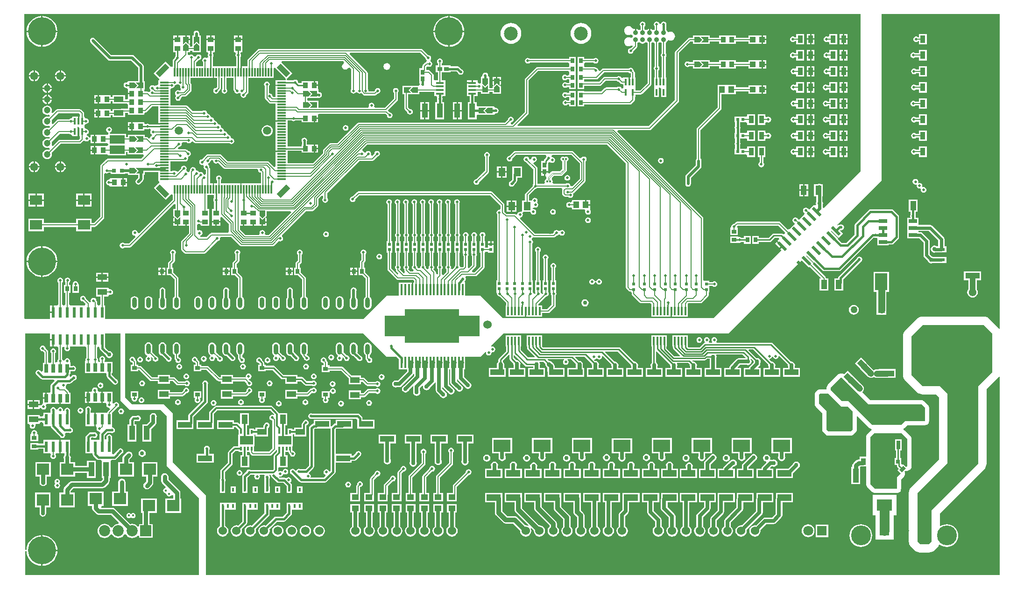
<source format=gtl>
G04*
G04 #@! TF.GenerationSoftware,Altium Limited,Altium Designer,19.1.5 (86)*
G04*
G04 Layer_Physical_Order=1*
G04 Layer_Color=255*
%FSLAX25Y25*%
%MOIN*%
G70*
G01*
G75*
%ADD12C,0.00800*%
%ADD20C,0.01000*%
%ADD21C,0.00400*%
%ADD25R,0.01575X0.04724*%
%ADD26R,0.03787X0.03000*%
%ADD27R,0.03000X0.03787*%
%ADD28R,0.04000X0.03200*%
%ADD29R,0.05807X0.01772*%
%ADD30R,0.03200X0.04000*%
%ADD31R,0.04331X0.10236*%
%ADD32R,0.15000X0.15000*%
%ADD33R,0.38583X0.24410*%
%ADD34R,0.01772X0.07874*%
%ADD35R,0.02200X0.07800*%
G04:AMPARAMS|DCode=36|XSize=77.56mil|YSize=23.23mil|CornerRadius=0mil|HoleSize=0mil|Usage=FLASHONLY|Rotation=315.000|XOffset=0mil|YOffset=0mil|HoleType=Round|Shape=Rectangle|*
%AMROTATEDRECTD36*
4,1,4,-0.03563,0.01921,-0.01921,0.03563,0.03563,-0.01921,0.01921,-0.03563,-0.03563,0.01921,0.0*
%
%ADD36ROTATEDRECTD36*%

%ADD37R,0.02559X0.06004*%
%ADD38R,0.04921X0.02362*%
%ADD39R,0.06004X0.02559*%
%ADD40R,0.03543X0.05512*%
%ADD41R,0.01968X0.02362*%
%ADD42R,0.01713X0.05886*%
%ADD43R,0.09055X0.07087*%
%ADD44R,0.03543X0.03937*%
%ADD45R,0.03000X0.03000*%
%ADD46R,0.03937X0.03937*%
G04:AMPARAMS|DCode=47|XSize=39.37mil|YSize=98.43mil|CornerRadius=0mil|HoleSize=0mil|Usage=FLASHONLY|Rotation=225.000|XOffset=0mil|YOffset=0mil|HoleType=Round|Shape=Rectangle|*
%AMROTATEDRECTD47*
4,1,4,-0.02088,0.04872,0.04872,-0.02088,0.02088,-0.04872,-0.04872,0.02088,-0.02088,0.04872,0.0*
%
%ADD47ROTATEDRECTD47*%

G04:AMPARAMS|DCode=48|XSize=39.37mil|YSize=98.43mil|CornerRadius=0mil|HoleSize=0mil|Usage=FLASHONLY|Rotation=315.000|XOffset=0mil|YOffset=0mil|HoleType=Round|Shape=Rectangle|*
%AMROTATEDRECTD48*
4,1,4,-0.04872,-0.02088,0.02088,0.04872,0.04872,0.02088,-0.02088,-0.04872,-0.04872,-0.02088,0.0*
%
%ADD48ROTATEDRECTD48*%

%ADD49R,0.06496X0.01181*%
%ADD50R,0.01181X0.06496*%
%ADD51R,0.07087X0.03937*%
%ADD52R,0.10630X0.05906*%
%ADD53R,0.05000X0.06000*%
%ADD54C,0.03543*%
%ADD55R,0.03347X0.05118*%
G04:AMPARAMS|DCode=56|XSize=39.37mil|YSize=25.2mil|CornerRadius=0mil|HoleSize=0mil|Usage=FLASHONLY|Rotation=225.000|XOffset=0mil|YOffset=0mil|HoleType=Round|Shape=Rectangle|*
%AMROTATEDRECTD56*
4,1,4,0.00501,0.02283,0.02283,0.00501,-0.00501,-0.02283,-0.02283,-0.00501,0.00501,0.02283,0.0*
%
%ADD56ROTATEDRECTD56*%

%ADD57R,0.11024X0.08465*%
%ADD58R,0.02874X0.02992*%
G04:AMPARAMS|DCode=59|XSize=85.04mil|YSize=42.13mil|CornerRadius=0mil|HoleSize=0mil|Usage=FLASHONLY|Rotation=315.000|XOffset=0mil|YOffset=0mil|HoleType=Round|Shape=Rectangle|*
%AMROTATEDRECTD59*
4,1,4,-0.04496,0.01517,-0.01517,0.04496,0.04496,-0.01517,0.01517,-0.04496,-0.04496,0.01517,0.0*
%
%ADD59ROTATEDRECTD59*%

G04:AMPARAMS|DCode=60|XSize=425.2mil|YSize=409.84mil|CornerRadius=0mil|HoleSize=0mil|Usage=FLASHONLY|Rotation=45.000|XOffset=0mil|YOffset=0mil|HoleType=Round|Shape=Rectangle|*
%AMROTATEDRECTD60*
4,1,4,-0.00543,-0.29523,-0.29523,-0.00543,0.00543,0.29523,0.29523,0.00543,-0.00543,-0.29523,0.0*
%
%ADD60ROTATEDRECTD60*%

%ADD61R,0.10236X0.04331*%
%ADD62R,0.12402X0.08858*%
%ADD63R,0.09449X0.06299*%
%ADD64R,0.01772X0.02953*%
%ADD65R,0.01378X0.02953*%
%ADD66R,0.06693X0.04331*%
%ADD67R,0.05000X0.04000*%
%ADD68R,0.04331X0.06693*%
%ADD69R,0.08858X0.12402*%
%ADD70R,0.02756X0.03543*%
%ADD71R,0.04331X0.04724*%
%ADD72R,0.03937X0.03543*%
%ADD73R,0.03543X0.02756*%
%ADD74R,0.10236X0.04724*%
%ADD75R,0.02362X0.01968*%
%ADD76R,0.02323X0.07756*%
%ADD77R,0.09055X0.08465*%
%ADD78O,0.03347X0.07480*%
%ADD152C,0.01600*%
%ADD153C,0.03000*%
%ADD154C,0.02600*%
%ADD155C,0.02000*%
%ADD156C,0.04200*%
%ADD157C,0.01500*%
%ADD158C,0.04000*%
%ADD159C,0.07000*%
%ADD160C,0.01300*%
%ADD161C,0.03200*%
%ADD162C,0.05000*%
%ADD163C,0.01900*%
%ADD164C,0.02300*%
%ADD165C,0.01700*%
%ADD166R,0.07972X0.07972*%
%ADD167C,0.07972*%
%ADD168C,0.05709*%
%ADD169C,0.04724*%
%ADD170C,0.05020*%
%ADD171R,0.05020X0.05020*%
%ADD172C,0.05437*%
%ADD173C,0.06000*%
%ADD174C,0.07087*%
%ADD175R,0.07087X0.07087*%
%ADD176C,0.05906*%
%ADD177C,0.09843*%
%ADD178C,0.14173*%
%ADD179C,0.20000*%
%ADD180C,0.01600*%
%ADD181C,0.02000*%
%ADD182C,0.03000*%
G36*
X598750Y293417D02*
X572442Y267109D01*
X571442Y267524D01*
Y269198D01*
X571605Y269442D01*
X571799Y270417D01*
X571605Y271393D01*
X571350Y271775D01*
Y275571D01*
X571730D01*
Y284264D01*
X570171D01*
X569904Y284443D01*
X569065Y284609D01*
X568226Y284443D01*
X567958Y284264D01*
X565400D01*
Y275571D01*
X566965D01*
Y271498D01*
X566895Y271393D01*
X566701Y270417D01*
X566883Y269504D01*
X566839Y269443D01*
X565879Y269094D01*
X565313Y269659D01*
X562257Y266603D01*
X562257D01*
X561778Y266124D01*
X561038Y266798D01*
X560942Y266942D01*
X560280Y267384D01*
X559500Y267539D01*
X558720Y267384D01*
X558058Y266942D01*
X557616Y266280D01*
X557461Y265500D01*
X557616Y264720D01*
X558058Y264058D01*
X558202Y263962D01*
X558721Y263067D01*
X558242Y262588D01*
X555186Y259532D01*
X554707Y259053D01*
X553738Y259499D01*
X553442Y259942D01*
X552780Y260384D01*
X552000Y260539D01*
X551220Y260384D01*
X550558Y259942D01*
X550116Y259280D01*
X549961Y258500D01*
X550116Y257720D01*
X550558Y257058D01*
X551002Y256762D01*
X551650Y255996D01*
X551171Y255517D01*
X548114Y252461D01*
Y252461D01*
X547824Y252170D01*
X546663Y251917D01*
X541570Y257009D01*
X541107Y257319D01*
X540561Y257427D01*
X540561Y257427D01*
X510333D01*
X509786Y257319D01*
X509323Y257009D01*
X509323Y257009D01*
X508267Y255953D01*
X508250Y255957D01*
X507470Y255801D01*
X506808Y255359D01*
X506366Y254698D01*
X506211Y253917D01*
X506245Y253748D01*
X505515Y252748D01*
X505478D01*
Y247992D01*
X511022D01*
Y252748D01*
X510985D01*
X510255Y253748D01*
X510289Y253917D01*
X510970Y254573D01*
X539969D01*
X544598Y249944D01*
X544598Y249232D01*
X543797Y248463D01*
X543154Y248499D01*
X542658Y248830D01*
X542072Y248947D01*
X536750D01*
X536165Y248830D01*
X535669Y248499D01*
X533116Y245947D01*
X526081D01*
Y247189D01*
X521325D01*
Y241646D01*
X526081D01*
Y242888D01*
X533750D01*
X534335Y243004D01*
X534831Y243336D01*
X537384Y245888D01*
X540250D01*
X540366Y245815D01*
X540449Y244795D01*
X539390Y243736D01*
X542839Y240287D01*
X542486Y239933D01*
X542839Y239580D01*
X541311Y238051D01*
X542347Y237015D01*
X493750Y188417D01*
X343250D01*
X327250Y204417D01*
X316372D01*
Y213854D01*
X316314D01*
X316011Y214854D01*
X316192Y214975D01*
X316634Y215637D01*
X316789Y216417D01*
X316634Y217198D01*
X316439Y217490D01*
X316911Y218490D01*
X323750D01*
X323750Y218490D01*
X324296Y218599D01*
X324759Y218908D01*
X329759Y223908D01*
X329759Y223908D01*
X330069Y224371D01*
X330177Y224917D01*
X330177Y224917D01*
Y235268D01*
X330734D01*
Y236021D01*
X332766D01*
Y235268D01*
X336734D01*
Y239205D01*
Y240886D01*
X332766D01*
Y238876D01*
X330734D01*
Y243567D01*
X330177D01*
Y246548D01*
X330192Y246558D01*
X330634Y247220D01*
X330789Y248000D01*
X330634Y248780D01*
X330192Y249442D01*
X329530Y249884D01*
X328750Y250039D01*
X327970Y249884D01*
X327308Y249442D01*
X326866Y248780D01*
X326711Y248000D01*
X326866Y247220D01*
X327308Y246558D01*
X327323Y246548D01*
Y243567D01*
X326766D01*
Y239205D01*
Y235268D01*
X327323D01*
Y225509D01*
X323159Y221345D01*
X321503D01*
X321120Y222269D01*
X323759Y224908D01*
X324069Y225371D01*
X324177Y225917D01*
X324177Y225917D01*
Y232466D01*
X324192Y232475D01*
X324634Y233137D01*
X324789Y233917D01*
X324720Y234268D01*
X324734Y235268D01*
X324734D01*
Y239205D01*
Y243567D01*
X324177D01*
Y246466D01*
X324192Y246475D01*
X324634Y247137D01*
X324789Y247917D01*
X324634Y248698D01*
X324192Y249359D01*
X323530Y249801D01*
X322750Y249956D01*
X321970Y249801D01*
X321308Y249359D01*
X320866Y248698D01*
X320711Y247917D01*
X320866Y247137D01*
X321308Y246475D01*
X321323Y246466D01*
Y243567D01*
X320766D01*
Y239205D01*
Y235268D01*
X320766Y235268D01*
X320780Y234268D01*
X320711Y233917D01*
X320866Y233137D01*
X321308Y232475D01*
X321323Y232466D01*
Y226509D01*
X319064Y224250D01*
X318143Y224743D01*
X318177Y224917D01*
X318177Y224917D01*
Y232466D01*
X318192Y232475D01*
X318634Y233137D01*
X318789Y233917D01*
X318720Y234268D01*
X318734Y235268D01*
X318734D01*
Y239205D01*
Y243567D01*
X318177D01*
Y246466D01*
X318192Y246475D01*
X318634Y247137D01*
X318789Y247917D01*
X318634Y248698D01*
X318192Y249359D01*
X317530Y249801D01*
X316750Y249956D01*
X315970Y249801D01*
X315308Y249359D01*
X314866Y248698D01*
X314711Y247917D01*
X314866Y247137D01*
X315308Y246475D01*
X315323Y246466D01*
Y243567D01*
X314766D01*
Y239205D01*
Y235268D01*
X314766Y235268D01*
X314780Y234268D01*
X314711Y233917D01*
X314866Y233137D01*
X315308Y232475D01*
X315323Y232466D01*
Y225509D01*
X314659Y224845D01*
X313746D01*
X312843Y224913D01*
X312634Y225698D01*
X312192Y226359D01*
X312177Y226369D01*
Y235268D01*
X312734D01*
Y239205D01*
Y243567D01*
X312177D01*
Y246466D01*
X312192Y246475D01*
X312634Y247137D01*
X312789Y247917D01*
X312634Y248698D01*
X312192Y249359D01*
X312177Y249369D01*
Y270411D01*
X312384Y270720D01*
X312539Y271500D01*
X312384Y272280D01*
X311942Y272942D01*
X311280Y273384D01*
X310500Y273539D01*
X309720Y273384D01*
X309058Y272942D01*
X308616Y272280D01*
X308461Y271500D01*
X308616Y270720D01*
X309058Y270058D01*
X309323Y269881D01*
Y249369D01*
X309308Y249359D01*
X308866Y248698D01*
X308711Y247917D01*
X308866Y247137D01*
X309308Y246475D01*
X309323Y246466D01*
Y243567D01*
X308766D01*
Y239205D01*
Y235268D01*
X309323D01*
Y226369D01*
X309308Y226359D01*
X308866Y225698D01*
X308711Y224917D01*
X308714Y224900D01*
X307296Y223482D01*
X306178Y223778D01*
X306095Y224079D01*
X306134Y224137D01*
X306289Y224917D01*
X306134Y225698D01*
X305692Y226359D01*
X305677Y226369D01*
Y235268D01*
X306234D01*
Y239205D01*
Y243567D01*
X305677D01*
Y246466D01*
X305692Y246475D01*
X306134Y247137D01*
X306289Y247917D01*
X306134Y248698D01*
X305692Y249359D01*
X305677Y249369D01*
Y270411D01*
X305884Y270720D01*
X306039Y271500D01*
X305884Y272280D01*
X305442Y272942D01*
X304780Y273384D01*
X304000Y273539D01*
X303220Y273384D01*
X302558Y272942D01*
X302116Y272280D01*
X301961Y271500D01*
X302116Y270720D01*
X302558Y270058D01*
X302823Y269881D01*
Y249369D01*
X302808Y249359D01*
X302366Y248698D01*
X302211Y247917D01*
X302366Y247137D01*
X302808Y246475D01*
X302823Y246466D01*
Y243567D01*
X302266D01*
Y239205D01*
Y235268D01*
X302823D01*
Y226369D01*
X302808Y226359D01*
X302366Y225698D01*
X302211Y224917D01*
X302366Y224137D01*
X302808Y223475D01*
X302823Y223466D01*
Y221509D01*
X300677Y219363D01*
X299677Y219778D01*
Y223466D01*
X299692Y223475D01*
X300134Y224137D01*
X300289Y224917D01*
X300134Y225698D01*
X299692Y226359D01*
X299677Y226369D01*
Y230449D01*
X299677Y230449D01*
Y235268D01*
X300234D01*
Y239205D01*
Y243567D01*
X299677D01*
Y246466D01*
X299692Y246475D01*
X300134Y247137D01*
X300289Y247917D01*
X300134Y248698D01*
X299692Y249359D01*
X299677Y249369D01*
Y270411D01*
X299884Y270720D01*
X300039Y271500D01*
X299884Y272280D01*
X299442Y272942D01*
X298780Y273384D01*
X298000Y273539D01*
X297220Y273384D01*
X296558Y272942D01*
X296116Y272280D01*
X295961Y271500D01*
X296116Y270720D01*
X296558Y270058D01*
X296823Y269881D01*
Y249369D01*
X296808Y249359D01*
X296366Y248698D01*
X296211Y247917D01*
X296366Y247137D01*
X296808Y246475D01*
X296823Y246466D01*
Y243567D01*
X296266D01*
Y239205D01*
Y235268D01*
X296823D01*
Y230449D01*
X296823Y230449D01*
X296823Y230449D01*
Y226369D01*
X296808Y226359D01*
X296366Y225698D01*
X296211Y224917D01*
X296366Y224137D01*
X296808Y223475D01*
X296823Y223466D01*
Y220052D01*
X296441Y219769D01*
X295441Y220273D01*
Y221153D01*
X295441Y221153D01*
X295333Y221700D01*
X295023Y222163D01*
X295023Y222163D01*
X293699Y223487D01*
X294134Y224137D01*
X294289Y224917D01*
X294134Y225698D01*
X293692Y226359D01*
X293677Y226369D01*
Y235268D01*
X294234D01*
Y239205D01*
Y243567D01*
X293677D01*
Y246466D01*
X293692Y246475D01*
X294134Y247137D01*
X294289Y247917D01*
X294134Y248698D01*
X293692Y249359D01*
X293677Y249369D01*
Y270411D01*
X293884Y270720D01*
X294039Y271500D01*
X293884Y272280D01*
X293442Y272942D01*
X292780Y273384D01*
X292000Y273539D01*
X291220Y273384D01*
X290558Y272942D01*
X290116Y272280D01*
X289961Y271500D01*
X290116Y270720D01*
X290558Y270058D01*
X290823Y269881D01*
Y249369D01*
X290808Y249359D01*
X290366Y248698D01*
X290211Y247917D01*
X290366Y247137D01*
X290808Y246475D01*
X290823Y246466D01*
Y243567D01*
X290266D01*
Y239205D01*
Y235268D01*
X290823D01*
Y226369D01*
X290808Y226359D01*
X290366Y225698D01*
X290211Y224917D01*
X290366Y224137D01*
X290277Y223824D01*
X289154Y223533D01*
X288203Y224483D01*
X288289Y224917D01*
X288134Y225698D01*
X287692Y226359D01*
X287677Y226369D01*
Y235268D01*
X288234D01*
Y239205D01*
Y243567D01*
X287677D01*
Y246466D01*
X287692Y246475D01*
X288134Y247137D01*
X288289Y247917D01*
X288134Y248698D01*
X287692Y249359D01*
X287677Y249369D01*
Y270411D01*
X287884Y270720D01*
X288039Y271500D01*
X287884Y272280D01*
X287442Y272942D01*
X286780Y273384D01*
X286000Y273539D01*
X285220Y273384D01*
X284558Y272942D01*
X284116Y272280D01*
X283961Y271500D01*
X284116Y270720D01*
X284558Y270058D01*
X284823Y269881D01*
Y249369D01*
X284808Y249359D01*
X284366Y248698D01*
X284211Y247917D01*
X284366Y247137D01*
X284808Y246475D01*
X284823Y246466D01*
Y243567D01*
X284266D01*
Y239205D01*
Y235268D01*
X284823D01*
Y226369D01*
X284808Y226359D01*
X284366Y225698D01*
X284211Y224917D01*
X283539Y224209D01*
X283073Y224197D01*
X282289Y224917D01*
X282134Y225698D01*
X281692Y226359D01*
X281677Y226369D01*
Y235268D01*
X282234D01*
Y239205D01*
Y243567D01*
X281677D01*
Y246466D01*
X281692Y246475D01*
X282134Y247137D01*
X282289Y247917D01*
X282134Y248698D01*
X281692Y249359D01*
X281677Y249369D01*
Y270411D01*
X281884Y270720D01*
X282039Y271500D01*
X281884Y272280D01*
X281442Y272942D01*
X280780Y273384D01*
X280000Y273539D01*
X279220Y273384D01*
X278558Y272942D01*
X278116Y272280D01*
X277961Y271500D01*
X278116Y270720D01*
X278558Y270058D01*
X278823Y269881D01*
Y249369D01*
X278808Y249359D01*
X278366Y248698D01*
X278211Y247917D01*
X278366Y247137D01*
X278808Y246475D01*
X278823Y246466D01*
Y243567D01*
X278266D01*
Y239205D01*
Y235268D01*
X278823D01*
Y226369D01*
X278808Y226359D01*
X278366Y225698D01*
X278211Y224917D01*
X278366Y224137D01*
X278808Y223475D01*
X279470Y223033D01*
X279324Y222109D01*
X279297Y222045D01*
X277141D01*
X275699Y223487D01*
X276134Y224137D01*
X276289Y224917D01*
X276134Y225698D01*
X275692Y226359D01*
X275677Y226369D01*
Y235268D01*
X276234D01*
Y239205D01*
Y243567D01*
X275677D01*
Y246466D01*
X275692Y246475D01*
X276134Y247137D01*
X276289Y247917D01*
X276134Y248698D01*
X275692Y249359D01*
X275677Y249369D01*
Y270411D01*
X275884Y270720D01*
X276039Y271500D01*
X275884Y272280D01*
X275442Y272942D01*
X274780Y273384D01*
X274000Y273539D01*
X273220Y273384D01*
X272558Y272942D01*
X272116Y272280D01*
X271961Y271500D01*
X272116Y270720D01*
X272558Y270058D01*
X272823Y269881D01*
Y249369D01*
X272808Y249359D01*
X272366Y248698D01*
X272211Y247917D01*
X272366Y247137D01*
X272808Y246475D01*
X272823Y246466D01*
Y243567D01*
X272266D01*
Y239205D01*
Y235268D01*
X272823D01*
Y226369D01*
X272808Y226359D01*
X272366Y225698D01*
X272211Y224917D01*
X272366Y224137D01*
X272808Y223475D01*
X272823Y223466D01*
Y222917D01*
X272823Y222917D01*
X272931Y222371D01*
X273241Y221908D01*
X273414Y221735D01*
X273057Y220678D01*
X272573Y220613D01*
X269699Y223487D01*
X270134Y224137D01*
X270289Y224917D01*
X270134Y225698D01*
X269692Y226359D01*
X269677Y226369D01*
Y235268D01*
X270234D01*
Y239205D01*
Y243567D01*
X269677D01*
Y246466D01*
X269692Y246475D01*
X270134Y247137D01*
X270289Y247917D01*
X270134Y248698D01*
X269692Y249359D01*
X269677Y249369D01*
Y270411D01*
X269884Y270720D01*
X270039Y271500D01*
X269884Y272280D01*
X269442Y272942D01*
X268780Y273384D01*
X268000Y273539D01*
X267220Y273384D01*
X266558Y272942D01*
X266116Y272280D01*
X265961Y271500D01*
X266116Y270720D01*
X266558Y270058D01*
X266823Y269881D01*
Y249369D01*
X266808Y249359D01*
X266366Y248698D01*
X266211Y247917D01*
X266366Y247137D01*
X266808Y246475D01*
X266823Y246466D01*
Y243567D01*
X266266D01*
Y239205D01*
Y235268D01*
X266823D01*
Y226369D01*
X266808Y226359D01*
X266366Y225698D01*
X266211Y224917D01*
X266366Y224137D01*
X266808Y223475D01*
X266823Y223466D01*
Y222917D01*
X266823Y222917D01*
X266931Y222371D01*
X267241Y221908D01*
X268656Y220493D01*
X268327Y219408D01*
X268286Y219400D01*
X263677Y224009D01*
Y235268D01*
X264234D01*
Y239205D01*
Y243567D01*
X263677D01*
Y270411D01*
X263884Y270720D01*
X264039Y271500D01*
X263884Y272280D01*
X263442Y272942D01*
X262780Y273384D01*
X262000Y273539D01*
X261220Y273384D01*
X260558Y272942D01*
X260116Y272280D01*
X259961Y271500D01*
X260116Y270720D01*
X260558Y270058D01*
X260823Y269881D01*
Y243567D01*
X260266D01*
Y239205D01*
Y235268D01*
X260823D01*
Y223417D01*
X260823Y223417D01*
X260931Y222871D01*
X261241Y222408D01*
X267341Y216308D01*
X267341Y216308D01*
X267804Y215999D01*
X268350Y215890D01*
X279259D01*
X279791Y215358D01*
Y213854D01*
X279159D01*
Y208917D01*
X278159D01*
Y213854D01*
X269096D01*
Y204417D01*
X260250D01*
X243750Y187917D01*
X59411Y187917D01*
Y197555D01*
X58677D01*
Y203937D01*
X61597D01*
Y204480D01*
X62596Y205131D01*
X62935Y205063D01*
X63715Y205218D01*
X64377Y205660D01*
X64819Y206322D01*
X64974Y207102D01*
X64819Y207883D01*
X64377Y208544D01*
X63715Y208986D01*
X62935Y209141D01*
X62596Y209074D01*
X61597Y209724D01*
Y210268D01*
X52903D01*
Y203937D01*
X55823D01*
Y198197D01*
X55089Y197555D01*
X54677D01*
X53677Y198197D01*
Y199750D01*
X53677Y199750D01*
X53569Y200296D01*
X53259Y200759D01*
X53259Y200759D01*
X53036Y200983D01*
X53039Y201000D01*
X52884Y201780D01*
X52442Y202442D01*
X51780Y202884D01*
X51000Y203039D01*
X50220Y202884D01*
X49558Y202442D01*
X49116Y201780D01*
X48961Y201000D01*
X49116Y200220D01*
X48268Y199746D01*
X48259Y199759D01*
X48259Y199759D01*
X45536Y202483D01*
X45539Y202500D01*
X45384Y203280D01*
X44942Y203942D01*
X44280Y204384D01*
X43500Y204539D01*
X42720Y204384D01*
X42058Y203942D01*
X41616Y203280D01*
X41461Y202500D01*
X41616Y201720D01*
X42058Y201058D01*
X42720Y200616D01*
X43500Y200461D01*
X43517Y200464D01*
X45426Y198555D01*
X45089Y197555D01*
X44411D01*
Y197555D01*
X40089D01*
Y197555D01*
X39411D01*
Y197555D01*
X35089D01*
Y197555D01*
X34677D01*
X33677Y198197D01*
Y206646D01*
X34675D01*
Y212189D01*
X33725D01*
Y213913D01*
X33942Y214058D01*
X34384Y214720D01*
X34539Y215500D01*
X34384Y216280D01*
X33942Y216942D01*
X33280Y217384D01*
X32500Y217539D01*
X31720Y217384D01*
X31058Y216942D01*
X30616Y216280D01*
X30461Y215500D01*
X30616Y214720D01*
X30870Y214340D01*
Y212189D01*
X29919D01*
Y206646D01*
X30823D01*
Y198197D01*
X30089Y197555D01*
X29677D01*
X28677Y198197D01*
Y213966D01*
X28692Y213975D01*
X29134Y214637D01*
X29289Y215417D01*
X29134Y216198D01*
X28692Y216859D01*
X28030Y217301D01*
X27250Y217457D01*
X26470Y217301D01*
X25808Y216859D01*
X25366Y216198D01*
X25211Y215417D01*
X25366Y214637D01*
X25808Y213975D01*
X25823Y213966D01*
Y198197D01*
X25089Y197555D01*
X24411D01*
Y197555D01*
X22750D01*
Y192677D01*
X22250D01*
Y192177D01*
X20089D01*
Y187917D01*
X2383D01*
X1677Y188625D01*
X1750Y405917D01*
X598750D01*
Y293417D01*
D02*
G37*
G36*
X698000Y181046D02*
X697543Y180863D01*
X697500Y180865D01*
X696763Y181763D01*
X690763Y187763D01*
X689850Y188513D01*
X688807Y189070D01*
X687676Y189413D01*
X686500Y189529D01*
X643000D01*
X641824Y189413D01*
X640693Y189070D01*
X639650Y188513D01*
X638737Y187763D01*
X630737Y179763D01*
X629987Y178849D01*
X629430Y177807D01*
X629087Y176676D01*
X628971Y175500D01*
Y148000D01*
X629087Y146824D01*
X629430Y145693D01*
X629987Y144650D01*
X630737Y143737D01*
X638737Y135737D01*
X639650Y134987D01*
X640693Y134430D01*
X641824Y134087D01*
X643000Y133971D01*
X652503D01*
X654471Y132003D01*
X654471Y87497D01*
X634837Y67863D01*
X634087Y66949D01*
X633530Y65907D01*
X633187Y64776D01*
X633071Y63600D01*
X633071Y29000D01*
X633071Y29000D01*
X633071Y29000D01*
X633187Y27824D01*
X633429Y27024D01*
X633530Y26693D01*
X633530Y26693D01*
X633530Y26693D01*
X633774Y26236D01*
X634087Y25650D01*
X634837Y24737D01*
X634837Y24737D01*
X636837Y22737D01*
X636837Y22737D01*
X637750Y21987D01*
X637751Y21987D01*
X638793Y21430D01*
X638793Y21430D01*
X639924Y21087D01*
X640652Y21015D01*
X641100Y20971D01*
X647400Y20971D01*
X648576Y21087D01*
X649707Y21430D01*
X650749Y21987D01*
X651663Y22737D01*
X653463Y24537D01*
X654213Y25451D01*
X654751Y26457D01*
X654791Y26498D01*
X655333Y26627D01*
X655694Y26330D01*
X657099Y25579D01*
X658623Y25117D01*
X660209Y24961D01*
X661794Y25117D01*
X663318Y25579D01*
X664723Y26330D01*
X665954Y27341D01*
X666965Y28572D01*
X667716Y29977D01*
X668178Y31501D01*
X668334Y33087D01*
X668178Y34672D01*
X667716Y36196D01*
X666965Y37601D01*
X665954Y38832D01*
X664723Y39843D01*
X663318Y40594D01*
X661794Y41056D01*
X660209Y41212D01*
X658623Y41056D01*
X657099Y40594D01*
X655729Y39862D01*
X655451Y39941D01*
X655229Y40046D01*
X655229Y48703D01*
X686763Y80237D01*
X687513Y81151D01*
X688070Y82193D01*
X688413Y83324D01*
X688529Y84500D01*
Y137503D01*
X696763Y145737D01*
X697500Y146635D01*
X697543Y146637D01*
X698000Y146454D01*
Y4917D01*
X131250D01*
Y61917D01*
X107750Y85417D01*
Y120417D01*
X101250Y126917D01*
X78750D01*
X73750Y131917D01*
Y177417D01*
X243750D01*
X260250Y160917D01*
X267397D01*
X269096Y159219D01*
Y156949D01*
X269096Y156947D01*
Y152012D01*
X274905D01*
Y150389D01*
X268279Y143762D01*
X267740D01*
X267725Y143772D01*
X266750Y143966D01*
X265774Y143772D01*
X264948Y143220D01*
X264395Y142393D01*
X264201Y141417D01*
X264395Y140442D01*
X264948Y139615D01*
X265774Y139062D01*
X266750Y138868D01*
X267725Y139062D01*
X267740Y139072D01*
X269250D01*
X270147Y139251D01*
X270908Y139759D01*
X278908Y147759D01*
X279405Y148503D01*
X279443Y148510D01*
X279905Y148419D01*
Y147389D01*
X272792Y140276D01*
X272775Y140272D01*
X271948Y139720D01*
X271395Y138893D01*
X271201Y137917D01*
X271395Y136942D01*
X271948Y136115D01*
X272775Y135562D01*
X273750Y135368D01*
X274726Y135562D01*
X275552Y136115D01*
X276105Y136942D01*
X276108Y136959D01*
X278977Y139828D01*
X279438Y139581D01*
X279405Y139417D01*
Y136408D01*
X279395Y136393D01*
X279201Y135417D01*
X279395Y134442D01*
X279948Y133615D01*
X280774Y133062D01*
X281750Y132868D01*
X282726Y133062D01*
X283552Y133615D01*
X284105Y134442D01*
X284299Y135417D01*
X284105Y136393D01*
X284095Y136408D01*
Y138446D01*
X285846Y140197D01*
X286307Y139951D01*
X286201Y139417D01*
X286395Y138442D01*
X286948Y137615D01*
X287774Y137062D01*
X288750Y136868D01*
X289725Y137062D01*
X290552Y137615D01*
X291105Y138442D01*
X291108Y138459D01*
X294408Y141759D01*
X294408Y141759D01*
X294905Y142502D01*
X294943Y142510D01*
X295405Y142419D01*
Y137026D01*
X295583Y136128D01*
X296092Y135367D01*
X298365Y133094D01*
X298395Y132942D01*
X298948Y132115D01*
X299775Y131562D01*
X300750Y131368D01*
X301726Y131562D01*
X302552Y132115D01*
X303105Y132942D01*
X303299Y133917D01*
X303105Y134893D01*
X302552Y135720D01*
X302010Y136082D01*
X300095Y137997D01*
Y138919D01*
X300557Y139010D01*
X300595Y139003D01*
X301092Y138259D01*
X303892Y135459D01*
X303895Y135442D01*
X304448Y134615D01*
X305275Y134062D01*
X306250Y133868D01*
X307225Y134062D01*
X308052Y134615D01*
X308605Y135442D01*
X308799Y136417D01*
X308605Y137393D01*
X308052Y138220D01*
X307225Y138772D01*
X307208Y138776D01*
X305095Y140889D01*
Y152012D01*
X305744D01*
Y142579D01*
X305922Y141681D01*
X306430Y140920D01*
X309892Y137459D01*
X309895Y137442D01*
X310448Y136615D01*
X311275Y136062D01*
X312250Y135868D01*
X313226Y136062D01*
X314052Y136615D01*
X314605Y137442D01*
X314799Y138417D01*
X314605Y139393D01*
X314052Y140220D01*
X313226Y140772D01*
X313208Y140776D01*
X310434Y143550D01*
Y145049D01*
X310934Y145099D01*
X311040Y144563D01*
X311548Y143802D01*
X315892Y139459D01*
X315895Y139442D01*
X316448Y138615D01*
X317274Y138062D01*
X318250Y137868D01*
X319226Y138062D01*
X320052Y138615D01*
X320605Y139442D01*
X320799Y140417D01*
X320605Y141393D01*
X320052Y142220D01*
X319226Y142772D01*
X319208Y142776D01*
X315552Y146432D01*
Y152012D01*
X316372D01*
Y160917D01*
X327250D01*
X330780Y164447D01*
X331241Y164201D01*
X331161Y163800D01*
X331316Y163020D01*
X331758Y162358D01*
X332420Y161916D01*
X333200Y161761D01*
X333980Y161916D01*
X334642Y162358D01*
X335084Y163020D01*
X335232Y163764D01*
X335289Y163910D01*
X335583Y164204D01*
X335800Y164161D01*
X336580Y164316D01*
X337242Y164758D01*
X337684Y165420D01*
X337839Y166200D01*
X337684Y166980D01*
X337242Y167642D01*
X336580Y168084D01*
X335800Y168239D01*
X335150Y168110D01*
X334877Y168544D01*
X343750Y177417D01*
X504250D01*
X556633Y229800D01*
X561722Y224711D01*
X562241Y225230D01*
X570245Y217226D01*
X570054Y216764D01*
X569270D01*
Y208071D01*
X575600D01*
Y216764D01*
X573863D01*
Y217055D01*
X573754Y217601D01*
X573444Y218064D01*
X573444Y218064D01*
X564260Y227249D01*
X564779Y227767D01*
X559690Y232857D01*
X560168Y233336D01*
X565258Y228246D01*
X565488Y228477D01*
X571346Y222620D01*
X571941Y222222D01*
X572643Y222082D01*
X583250D01*
X583952Y222222D01*
X584548Y222620D01*
X608010Y246082D01*
X608397D01*
X608470Y246033D01*
X609250Y245878D01*
X610030Y246033D01*
X610071Y246060D01*
X610275Y246015D01*
X610571Y245638D01*
Y245197D01*
X610571D01*
Y240638D01*
X618575D01*
Y241082D01*
X620750D01*
X621452Y241222D01*
X622048Y241620D01*
X625548Y245120D01*
X625946Y245715D01*
X626085Y246417D01*
Y260917D01*
X625946Y261620D01*
X625548Y262215D01*
X622048Y265715D01*
X621452Y266113D01*
X620750Y266253D01*
X605750D01*
X605048Y266113D01*
X604452Y265715D01*
X594952Y256215D01*
X594554Y255620D01*
X594415Y254917D01*
Y248178D01*
X588490Y242253D01*
X585188D01*
X582226Y245215D01*
X582456Y245445D01*
X577367Y250535D01*
X577846Y251013D01*
X582935Y245924D01*
X585992Y248981D01*
X583841Y251132D01*
X584197Y251488D01*
X584750Y251378D01*
X585530Y251533D01*
X586192Y251975D01*
X586634Y252637D01*
X586789Y253417D01*
X586634Y254198D01*
X586192Y254859D01*
X585530Y255301D01*
X584750Y255456D01*
X583970Y255301D01*
X583897Y255253D01*
X583530D01*
X582828Y255113D01*
X582300Y254760D01*
X581981Y255148D01*
X613750Y286917D01*
Y405917D01*
X698000D01*
Y181046D01*
D02*
G37*
G36*
X692500Y177500D02*
Y150000D01*
X682500Y140000D01*
Y84500D01*
X649200Y51200D01*
X649200Y28800D01*
X647400Y27000D01*
X641100Y27000D01*
X639100Y29000D01*
X639100Y63600D01*
X660500Y85000D01*
X660500Y134500D01*
X655000Y140000D01*
X643000D01*
X635000Y148000D01*
Y175500D01*
X643000Y183500D01*
X686500D01*
X692500Y177500D01*
D02*
G37*
G36*
X20089Y177417D02*
Y173689D01*
X22250D01*
Y173189D01*
X22750D01*
Y168311D01*
X24411D01*
Y168311D01*
X24823D01*
X25823Y167669D01*
Y159369D01*
X25808Y159359D01*
X25366Y158698D01*
X25211Y157917D01*
X25275Y157597D01*
X25146Y157173D01*
X24032Y156949D01*
X23677Y157304D01*
Y163466D01*
X23692Y163475D01*
X24134Y164137D01*
X24289Y164917D01*
X24134Y165698D01*
X23692Y166359D01*
X23030Y166801D01*
X22250Y166956D01*
X21470Y166801D01*
X20808Y166359D01*
X20366Y165698D01*
X20211Y164917D01*
X20366Y164137D01*
X20808Y163475D01*
X20823Y163466D01*
Y157304D01*
X20116Y156597D01*
X19385D01*
X18677Y157304D01*
Y164417D01*
X18569Y164964D01*
X18259Y165427D01*
X18259Y165427D01*
X16786Y166900D01*
X16789Y166917D01*
X16634Y167698D01*
X16192Y168359D01*
X15530Y168801D01*
X14750Y168956D01*
X13970Y168801D01*
X13308Y168359D01*
X12866Y167698D01*
X12711Y166917D01*
X12866Y166137D01*
X13308Y165475D01*
X13970Y165033D01*
X14750Y164878D01*
X14767Y164882D01*
X15823Y163826D01*
Y156597D01*
X14970D01*
Y150780D01*
X13971Y150099D01*
X13634Y150198D01*
X13192Y150859D01*
X12530Y151301D01*
X11750Y151456D01*
X10970Y151301D01*
X10308Y150859D01*
X9866Y150198D01*
X9711Y149417D01*
X9866Y148637D01*
X10308Y147975D01*
X10970Y147533D01*
X11056Y147516D01*
X13370Y145202D01*
X13965Y144804D01*
X14667Y144665D01*
X22763D01*
X23145Y143741D01*
X20952Y141548D01*
X20554Y140952D01*
X20415Y140250D01*
Y135519D01*
X19530Y135242D01*
X18970Y135242D01*
X17750D01*
Y131240D01*
X17250D01*
Y130740D01*
X14970D01*
Y127936D01*
X14586Y127082D01*
X13924Y126640D01*
X13596Y126149D01*
X12855Y126232D01*
X8750D01*
Y123567D01*
X12596D01*
Y124080D01*
X12798Y124157D01*
X13596Y124246D01*
X13924Y123756D01*
X14586Y123314D01*
X15366Y123159D01*
X16146Y123314D01*
X16808Y123756D01*
X17250Y124417D01*
X17405Y125198D01*
X17250Y125978D01*
X17076Y126238D01*
X17575Y127238D01*
X19530Y127238D01*
X20529Y127238D01*
X23970D01*
X24530Y127238D01*
X25530Y127238D01*
X26750D01*
Y131240D01*
X27750D01*
Y127238D01*
X28971D01*
X29530Y127238D01*
X30529Y127238D01*
X34530D01*
Y135242D01*
X33677D01*
Y135250D01*
X33569Y135796D01*
X33259Y136259D01*
X33259Y136259D01*
X31437Y138082D01*
X31359Y138134D01*
X31264Y138345D01*
X31124Y139210D01*
X31154Y139375D01*
X31384Y139720D01*
X31539Y140500D01*
X31506Y140665D01*
X32238Y141665D01*
X34000D01*
X34702Y141804D01*
X35298Y142202D01*
X37070Y143975D01*
X37780Y144116D01*
X38442Y144558D01*
X38884Y145220D01*
X39039Y146000D01*
X38884Y146780D01*
X38442Y147442D01*
X37780Y147884D01*
X37000Y148039D01*
X36220Y147884D01*
X35997Y147735D01*
X35798Y147696D01*
X35202Y147298D01*
X34536Y146632D01*
X33759Y147269D01*
X33946Y147548D01*
X34085Y148250D01*
Y148592D01*
X34530D01*
Y150665D01*
X35647D01*
X35720Y150616D01*
X36500Y150461D01*
X37280Y150616D01*
X37942Y151058D01*
X38384Y151720D01*
X38539Y152500D01*
X38384Y153280D01*
X37942Y153942D01*
X37280Y154384D01*
X36500Y154539D01*
X35720Y154384D01*
X35647Y154335D01*
X34530D01*
Y156597D01*
X34530D01*
X34225Y157597D01*
X34289Y157917D01*
X34134Y158698D01*
X33692Y159359D01*
X33030Y159801D01*
X32250Y159957D01*
X31470Y159801D01*
X30808Y159359D01*
X30366Y158698D01*
X30260Y158164D01*
X29240D01*
X29134Y158698D01*
X28692Y159359D01*
X28677Y159369D01*
Y167669D01*
X29120Y168056D01*
X30191Y167803D01*
X30289Y167311D01*
X30211Y166917D01*
X30366Y166137D01*
X30808Y165475D01*
X31470Y165033D01*
X32250Y164878D01*
X33030Y165033D01*
X33692Y165475D01*
X34134Y166137D01*
X34289Y166917D01*
X34211Y167311D01*
X34411Y168311D01*
X35089D01*
Y168311D01*
X39411D01*
Y168311D01*
X40089D01*
Y168311D01*
X44411D01*
Y168311D01*
X44823D01*
X45823Y167669D01*
Y160369D01*
X45808Y160359D01*
X45366Y159698D01*
X45211Y158917D01*
X45366Y158137D01*
X45393Y158097D01*
X44971Y157097D01*
X44971D01*
Y149092D01*
X49529D01*
Y149092D01*
X49970D01*
Y149092D01*
X53970D01*
X54530Y149092D01*
X55529Y149092D01*
X58970D01*
X59530Y149092D01*
X60415Y148815D01*
Y147250D01*
X60554Y146548D01*
X60952Y145952D01*
X64599Y142306D01*
X64616Y142220D01*
X65058Y141558D01*
X65720Y141116D01*
X66500Y140961D01*
X67280Y141116D01*
X67942Y141558D01*
X68384Y142220D01*
X68539Y143000D01*
X68384Y143780D01*
X67942Y144442D01*
X67280Y144884D01*
X67194Y144901D01*
X64085Y148010D01*
Y149092D01*
X64530D01*
Y157097D01*
X60530D01*
X59970Y157097D01*
X59043Y157097D01*
X59032Y157123D01*
X58773Y158097D01*
X59134Y158637D01*
X59289Y159417D01*
X59134Y160198D01*
X58692Y160859D01*
X58030Y161301D01*
X57250Y161457D01*
X56470Y161301D01*
X55808Y160859D01*
X55366Y160198D01*
X55211Y159417D01*
X55366Y158637D01*
X55727Y158097D01*
X55468Y157123D01*
X55457Y157097D01*
X54530Y157097D01*
X54107Y158097D01*
X54134Y158137D01*
X54289Y158917D01*
X54134Y159698D01*
X53692Y160359D01*
X53677Y160369D01*
Y167669D01*
X54411Y168311D01*
X54415D01*
X55415Y167446D01*
Y167039D01*
X55554Y166336D01*
X55952Y165741D01*
X59807Y161886D01*
X59895Y161442D01*
X60448Y160615D01*
X61274Y160062D01*
X62250Y159868D01*
X63226Y160062D01*
X64052Y160615D01*
X64605Y161442D01*
X64799Y162417D01*
X64605Y163393D01*
X64052Y164220D01*
X63226Y164772D01*
X62250Y164966D01*
X61973Y164911D01*
X59526Y167358D01*
X59411Y168311D01*
X59411D01*
Y177417D01*
X70250D01*
X70250Y129417D01*
X76750Y122917D01*
X98750D01*
X103250Y118417D01*
Y82917D01*
X126250Y59917D01*
X126250Y5000D01*
X2250D01*
Y21946D01*
X3250Y21985D01*
X3259Y21868D01*
X3352Y20691D01*
X3756Y19008D01*
X4419Y17408D01*
X5323Y15932D01*
X6448Y14615D01*
X7764Y13491D01*
X9241Y12586D01*
X10840Y11923D01*
X12524Y11519D01*
X13750Y11423D01*
Y22417D01*
Y33412D01*
X12524Y33316D01*
X10840Y32911D01*
X9241Y32249D01*
X7764Y31344D01*
X6448Y30220D01*
X5323Y28903D01*
X4419Y27427D01*
X3756Y25827D01*
X3352Y24143D01*
X3259Y22967D01*
X3250Y22849D01*
X2250Y22889D01*
X2250Y177417D01*
X20089D01*
D02*
G37*
%LPC*%
G36*
X458000Y400539D02*
X457220Y400384D01*
X456558Y399942D01*
X456116Y399280D01*
X456064Y399020D01*
X455862Y398746D01*
X455148D01*
X454929Y399054D01*
X454884Y399280D01*
X454442Y399942D01*
X453780Y400384D01*
X453000Y400539D01*
X452220Y400384D01*
X451558Y399942D01*
X451116Y399280D01*
X450961Y398500D01*
X451116Y397720D01*
X451558Y397058D01*
X451573Y397048D01*
Y394880D01*
X451139Y394590D01*
X450693Y394496D01*
X450307D01*
X449860Y394590D01*
X449081Y395111D01*
X448500Y395227D01*
Y392500D01*
X447500D01*
Y395227D01*
X446919Y395111D01*
X446139Y394590D01*
X445693Y394496D01*
X445307D01*
X444861Y394590D01*
X444427Y394880D01*
Y397048D01*
X444442Y397058D01*
X444884Y397720D01*
X445039Y398500D01*
X444884Y399280D01*
X444442Y399942D01*
X443780Y400384D01*
X443000Y400539D01*
X442220Y400384D01*
X441558Y399942D01*
X441116Y399280D01*
X440961Y398500D01*
X441116Y397720D01*
X441558Y397058D01*
X441573Y397048D01*
Y394880D01*
X441140Y394590D01*
X440693Y394496D01*
X440307D01*
X439860Y394590D01*
X439081Y395111D01*
X438500Y395227D01*
Y392500D01*
X437500D01*
Y395227D01*
X436919Y395111D01*
X435781Y395553D01*
X435765Y395592D01*
X435257Y396254D01*
X434596Y396761D01*
X433826Y397080D01*
X433000Y397189D01*
X432174Y397080D01*
X431404Y396761D01*
X430743Y396254D01*
X430235Y395592D01*
X429916Y394823D01*
X429807Y393996D01*
X429916Y393170D01*
X430235Y392400D01*
X430743Y391739D01*
X431404Y391231D01*
X432174Y390912D01*
X433000Y390804D01*
X433826Y390912D01*
X434445Y391169D01*
X434635Y391219D01*
X435760Y390864D01*
X435910Y390639D01*
X436004Y390193D01*
Y389807D01*
X435910Y389360D01*
X435760Y389137D01*
X434635Y388781D01*
X434445Y388832D01*
X433826Y389088D01*
X433000Y389197D01*
X432174Y389088D01*
X431404Y388769D01*
X430743Y388262D01*
X430235Y387600D01*
X429916Y386830D01*
X429807Y386004D01*
X429916Y385178D01*
X430235Y384408D01*
X430743Y383747D01*
X431404Y383239D01*
X432174Y382920D01*
X433000Y382811D01*
X433826Y382920D01*
X434596Y383239D01*
X434833Y383421D01*
X435932Y383095D01*
X435949Y383079D01*
X435971Y382990D01*
X434517Y381536D01*
X434500Y381539D01*
X433720Y381384D01*
X433058Y380942D01*
X432616Y380280D01*
X432461Y379500D01*
X432616Y378720D01*
X433058Y378058D01*
X433720Y377616D01*
X434500Y377461D01*
X435280Y377616D01*
X435942Y378058D01*
X436384Y378720D01*
X436539Y379500D01*
X436536Y379517D01*
X439009Y381991D01*
X439009Y381991D01*
X439319Y382454D01*
X439427Y383000D01*
X439427Y383000D01*
Y385120D01*
X439860Y385410D01*
X440307Y385504D01*
X440693D01*
X441140Y385410D01*
X441919Y384889D01*
X443000Y384674D01*
X444081Y384889D01*
X444861Y385410D01*
X445307Y385504D01*
X445693D01*
X446139Y385410D01*
X446573Y385120D01*
Y356591D01*
X441169Y351187D01*
X437847D01*
Y352878D01*
X437847Y353122D01*
Y353878D01*
X437847Y354122D01*
Y360602D01*
X437487D01*
Y363941D01*
X437378Y364487D01*
X437068Y364950D01*
X437068Y364950D01*
X436536Y365483D01*
X436539Y365500D01*
X436384Y366280D01*
X435942Y366942D01*
X435280Y367384D01*
X434500Y367539D01*
X433720Y367384D01*
X433058Y366942D01*
X433048Y366927D01*
X415000D01*
X415000Y366927D01*
X414454Y366819D01*
X413991Y366509D01*
X413991Y366509D01*
X412454Y364973D01*
X411532Y365465D01*
X411539Y365500D01*
X411384Y366280D01*
X410942Y366942D01*
X410280Y367384D01*
X409500Y367539D01*
X409473Y367534D01*
X409046Y367819D01*
X408500Y367927D01*
X408500Y367927D01*
X402038D01*
X401331Y368635D01*
Y369272D01*
X401331Y370366D01*
X402038Y371073D01*
X408048D01*
X408058Y371058D01*
X408720Y370616D01*
X409500Y370461D01*
X410280Y370616D01*
X410942Y371058D01*
X411384Y371720D01*
X411539Y372500D01*
X411384Y373280D01*
X410942Y373942D01*
X410280Y374384D01*
X409500Y374539D01*
X408720Y374384D01*
X408058Y373942D01*
X408048Y373927D01*
X401331D01*
Y375272D01*
X396575D01*
Y370272D01*
X396575Y369728D01*
X396575Y368728D01*
Y364272D01*
X396575Y363728D01*
X396575Y362728D01*
Y357728D01*
Y352228D01*
X401331D01*
Y354573D01*
X412519D01*
X412519Y354573D01*
X413065Y354681D01*
X413528Y354991D01*
X416610Y358073D01*
X424548D01*
X424558Y358058D01*
X425220Y357616D01*
X426000Y357461D01*
X426017Y357464D01*
X427250Y356231D01*
X427250Y356231D01*
X427714Y355921D01*
X428260Y355813D01*
X429153Y355570D01*
Y354122D01*
X429153Y353878D01*
Y353269D01*
X428768Y352888D01*
X428505Y352728D01*
X428154Y352647D01*
X427884Y352780D01*
X427442Y353442D01*
X426780Y353884D01*
X426000Y354039D01*
X425220Y353884D01*
X424558Y353442D01*
X424548Y353427D01*
X417000D01*
X417000Y353427D01*
X416454Y353319D01*
X415991Y353009D01*
X415991Y353009D01*
X413409Y350427D01*
X401331D01*
Y350772D01*
X396575D01*
Y345228D01*
Y339728D01*
X401331D01*
Y341073D01*
X434000D01*
X434000Y341073D01*
X434546Y341181D01*
X435009Y341491D01*
X437068Y343550D01*
X437068Y343550D01*
X437378Y344013D01*
X437487Y344559D01*
X437487Y344559D01*
Y346398D01*
X437847D01*
Y348332D01*
X441760D01*
X441760Y348332D01*
X442306Y348441D01*
X442769Y348750D01*
X449009Y354991D01*
X449009Y354991D01*
X449319Y355454D01*
X449427Y356000D01*
X449427Y356000D01*
Y385120D01*
X449860Y385410D01*
X450307Y385504D01*
X450694D01*
X451543Y384729D01*
Y368419D01*
X451116Y367780D01*
X450961Y367000D01*
X451116Y366220D01*
X451543Y365581D01*
Y360602D01*
X451154D01*
Y354122D01*
X451154Y353878D01*
Y353122D01*
X451154Y352878D01*
Y346398D01*
X454728D01*
Y352878D01*
X454728Y353122D01*
X454879Y353316D01*
X455453D01*
X456272Y352378D01*
Y346398D01*
X459846D01*
Y352878D01*
X459846Y353122D01*
Y353878D01*
X459846Y354122D01*
Y360602D01*
X459457D01*
Y375081D01*
X459884Y375720D01*
X460039Y376500D01*
X459884Y377280D01*
X459457Y377919D01*
Y385140D01*
X459998Y385502D01*
X460611Y386419D01*
X460639Y386561D01*
X460841Y386739D01*
X461763Y387086D01*
X462174Y386916D01*
X463000Y386807D01*
X463826Y386916D01*
X464596Y387235D01*
X465258Y387742D01*
X465765Y388404D01*
X466084Y389174D01*
X466193Y390000D01*
X466084Y390826D01*
X465765Y391596D01*
X465258Y392257D01*
X464596Y392765D01*
X463826Y393084D01*
X463000Y393193D01*
X462174Y393084D01*
X461763Y392914D01*
X460841Y393261D01*
X460639Y393439D01*
X460611Y393581D01*
X459998Y394498D01*
X459784Y394641D01*
Y397570D01*
X459884Y397720D01*
X460039Y398500D01*
X459884Y399280D01*
X459442Y399942D01*
X458780Y400384D01*
X458000Y400539D01*
D02*
G37*
G36*
X305250Y404421D02*
Y393917D01*
X315754D01*
X315591Y395574D01*
X314962Y397647D01*
X313940Y399558D01*
X312566Y401233D01*
X310891Y402608D01*
X308980Y403629D01*
X306906Y404258D01*
X305250Y404421D01*
D02*
G37*
G36*
X304250D02*
X302594Y404258D01*
X300520Y403629D01*
X298609Y402608D01*
X296934Y401233D01*
X295560Y399558D01*
X294538Y397647D01*
X293909Y395574D01*
X293746Y393917D01*
X304250D01*
Y404421D01*
D02*
G37*
G36*
X14750D02*
Y393917D01*
X25254D01*
X25091Y395574D01*
X24462Y397647D01*
X23440Y399558D01*
X22066Y401233D01*
X20391Y402608D01*
X18480Y403629D01*
X16406Y404258D01*
X14750Y404421D01*
D02*
G37*
G36*
X13750D02*
X12094Y404258D01*
X10020Y403629D01*
X8109Y402608D01*
X6434Y401233D01*
X5060Y399558D01*
X4038Y397647D01*
X3409Y395574D01*
X3246Y393917D01*
X13750D01*
Y404421D01*
D02*
G37*
G36*
X581781Y391673D02*
X576238D01*
Y390197D01*
X575238Y389662D01*
X575030Y389801D01*
X574250Y389956D01*
X573470Y389801D01*
X572808Y389359D01*
X572366Y388698D01*
X572211Y387917D01*
X572366Y387137D01*
X572808Y386475D01*
X573470Y386033D01*
X574250Y385878D01*
X575030Y386033D01*
X575238Y386172D01*
X576238Y385638D01*
Y384161D01*
X581781D01*
Y391673D01*
D02*
G37*
G36*
X558282D02*
X552738D01*
Y389345D01*
X551702D01*
X551692Y389359D01*
X551030Y389801D01*
X550250Y389956D01*
X549470Y389801D01*
X548808Y389359D01*
X548366Y388698D01*
X548211Y387917D01*
X548366Y387137D01*
X548808Y386475D01*
X549470Y386033D01*
X550250Y385878D01*
X551030Y386033D01*
X551692Y386475D01*
X551702Y386490D01*
X552738D01*
Y384161D01*
X558282D01*
Y391673D01*
D02*
G37*
G36*
X589262D02*
X586990D01*
Y388417D01*
X589262D01*
Y391673D01*
D02*
G37*
G36*
X565762D02*
X563490D01*
Y388417D01*
X565762D01*
Y391673D01*
D02*
G37*
G36*
X585990D02*
X583718D01*
Y388417D01*
X585990D01*
Y391673D01*
D02*
G37*
G36*
X562490D02*
X560218D01*
Y388417D01*
X562490D01*
Y391673D01*
D02*
G37*
G36*
X117500Y390475D02*
Y388375D01*
X120000D01*
Y390475D01*
X117500D01*
D02*
G37*
G36*
X157295Y390421D02*
X154827D01*
Y388150D01*
X157295D01*
Y390421D01*
D02*
G37*
G36*
X137610D02*
X135142D01*
Y388150D01*
X137610D01*
Y390421D01*
D02*
G37*
G36*
X153827D02*
X151358D01*
Y388150D01*
X153827D01*
Y390421D01*
D02*
G37*
G36*
X110500D02*
X108031D01*
Y388150D01*
X110500D01*
Y390421D01*
D02*
G37*
G36*
X134142D02*
X131673D01*
Y388150D01*
X134142D01*
Y390421D01*
D02*
G37*
G36*
X528891Y390526D02*
Y388057D01*
X531359D01*
Y390526D01*
X528891D01*
D02*
G37*
G36*
X531359Y387057D02*
X528891D01*
Y384589D01*
X531359D01*
Y387057D01*
D02*
G37*
G36*
X399000Y399433D02*
X397550Y399291D01*
X396155Y398868D01*
X394870Y398181D01*
X393744Y397256D01*
X392819Y396130D01*
X392132Y394845D01*
X391709Y393450D01*
X391567Y392000D01*
X391709Y390550D01*
X392132Y389155D01*
X392819Y387870D01*
X393744Y386744D01*
X394870Y385819D01*
X396155Y385132D01*
X397550Y384709D01*
X399000Y384567D01*
X400450Y384709D01*
X401845Y385132D01*
X403130Y385819D01*
X404256Y386744D01*
X405181Y387870D01*
X405868Y389155D01*
X406291Y390550D01*
X406433Y392000D01*
X406291Y393450D01*
X405868Y394845D01*
X405181Y396130D01*
X404256Y397256D01*
X403130Y398181D01*
X401845Y398868D01*
X400450Y399291D01*
X399000Y399433D01*
D02*
G37*
G36*
X349000D02*
X347550Y399291D01*
X346155Y398868D01*
X344870Y398181D01*
X343744Y397256D01*
X342819Y396130D01*
X342132Y394845D01*
X341709Y393450D01*
X341567Y392000D01*
X341709Y390550D01*
X342132Y389155D01*
X342819Y387870D01*
X343744Y386744D01*
X344870Y385819D01*
X346155Y385132D01*
X347550Y384709D01*
X349000Y384567D01*
X350450Y384709D01*
X351845Y385132D01*
X353130Y385819D01*
X354256Y386744D01*
X355181Y387870D01*
X355868Y389155D01*
X356291Y390550D01*
X356433Y392000D01*
X356291Y393450D01*
X355868Y394845D01*
X355181Y396130D01*
X354256Y397256D01*
X353130Y398181D01*
X351845Y398868D01*
X350450Y399291D01*
X349000Y399433D01*
D02*
G37*
G36*
X589262Y387417D02*
X586990D01*
Y384161D01*
X589262D01*
Y387417D01*
D02*
G37*
G36*
X585990D02*
X583718D01*
Y384161D01*
X585990D01*
Y387417D01*
D02*
G37*
G36*
X565762D02*
X563490D01*
Y384161D01*
X565762D01*
Y387417D01*
D02*
G37*
G36*
X562490D02*
X560218D01*
Y384161D01*
X562490D01*
Y387417D01*
D02*
G37*
G36*
X124500Y394039D02*
X123720Y393884D01*
X123058Y393442D01*
X122616Y392780D01*
X122461Y392000D01*
Y390475D01*
X121500D01*
Y387224D01*
X121480Y387125D01*
Y384717D01*
X121480Y384125D01*
X121500Y383725D01*
X121488Y383364D01*
X121480Y383125D01*
X120908Y382552D01*
X120020D01*
Y383125D01*
X120000Y383224D01*
Y383725D01*
X119896D01*
X119401Y384357D01*
X119805Y385275D01*
X120000D01*
Y387375D01*
X117000D01*
Y387875D01*
X116500D01*
Y390475D01*
X114946D01*
X114000Y390475D01*
X113022Y390421D01*
X111500D01*
Y387650D01*
X111000D01*
Y387150D01*
X108031D01*
Y385122D01*
X108031Y384878D01*
Y384122D01*
X108031Y383878D01*
Y378579D01*
X109471D01*
Y375811D01*
X109116Y375280D01*
X108992Y374654D01*
X107970Y373633D01*
X107638Y373136D01*
X107522Y372551D01*
Y368579D01*
X107461D01*
Y368345D01*
X107340Y368204D01*
X106284Y368090D01*
X106001Y368373D01*
X102438Y371936D01*
X94064Y363562D01*
X97579Y360047D01*
X97910Y359716D01*
X97796Y358660D01*
X97654Y358539D01*
X97421D01*
Y355875D01*
X96608Y355077D01*
X96500Y355039D01*
X95720Y354884D01*
X95058Y354442D01*
X94442D01*
X93780Y354884D01*
X93000Y355039D01*
X92220Y354884D01*
X91558Y354442D01*
X91116Y353780D01*
X90961Y353000D01*
X91116Y352220D01*
X91558Y351558D01*
Y351002D01*
X90832Y350282D01*
X90097Y350285D01*
X90046Y350319D01*
X89500Y350427D01*
X89500Y350427D01*
X87421D01*
Y351969D01*
X87475Y352000D01*
Y358000D01*
X86914D01*
Y368425D01*
X86759Y369205D01*
X86317Y369867D01*
X86317Y369867D01*
X80142Y376042D01*
X79480Y376484D01*
X78700Y376639D01*
X63645D01*
X51942Y388342D01*
X51280Y388784D01*
X50500Y388939D01*
X49720Y388784D01*
X49058Y388342D01*
X48616Y387680D01*
X48461Y386900D01*
X48616Y386120D01*
X49058Y385458D01*
X61358Y373158D01*
X62020Y372716D01*
X62800Y372561D01*
X62800Y372561D01*
X77855D01*
X82836Y367580D01*
Y358020D01*
X81717D01*
X81125Y358020D01*
X80725Y358000D01*
X80364Y358012D01*
X80125Y358020D01*
X79733Y358020D01*
X79125D01*
X79027Y358000D01*
X75525D01*
Y357832D01*
X74525Y357034D01*
X74500Y357039D01*
X73720Y356884D01*
X73058Y356442D01*
X72616Y355780D01*
X72461Y355000D01*
X72616Y354220D01*
X73058Y353558D01*
X73720Y353116D01*
X74500Y352961D01*
X74525Y352966D01*
X75525Y352168D01*
Y352000D01*
X75579Y351022D01*
Y349500D01*
X78350D01*
Y348500D01*
X75579D01*
Y346969D01*
X75579Y346031D01*
X75579Y345487D01*
X74872Y344780D01*
X73543D01*
Y347890D01*
X64457D01*
Y346427D01*
X63421D01*
Y347969D01*
X58122D01*
X57878Y347969D01*
X57122D01*
X56878Y347969D01*
X54850D01*
Y345000D01*
Y342032D01*
X56878D01*
X57122Y342032D01*
X57878D01*
X58122Y342032D01*
X63421D01*
Y343573D01*
X64457D01*
Y341953D01*
X70430D01*
X70569Y341925D01*
X70569Y341925D01*
X74872D01*
X75579Y341218D01*
X75579Y340032D01*
X75579Y339075D01*
X75475Y338075D01*
X70569D01*
X70569Y338075D01*
X70430Y338047D01*
X64457D01*
Y336427D01*
X63421D01*
Y337968D01*
X58122D01*
X57878Y337968D01*
X57122D01*
X56878Y337968D01*
X54850D01*
Y335000D01*
Y332031D01*
X56878D01*
X57122Y332031D01*
X57878D01*
X58122Y332031D01*
X63421D01*
Y333573D01*
X64457D01*
Y332110D01*
X73543D01*
Y335220D01*
X75579D01*
Y334032D01*
X80878D01*
X81122Y334032D01*
X81878D01*
X82122Y334032D01*
X87421D01*
Y334848D01*
X88000Y335573D01*
X88546Y335681D01*
X89009Y335991D01*
X92792Y339773D01*
X97421D01*
Y335673D01*
Y331736D01*
Y326982D01*
X90882D01*
X90280Y327384D01*
X89500Y327539D01*
X88720Y327384D01*
X88421Y327185D01*
X87421Y327602D01*
Y328468D01*
X82122D01*
X81878Y328468D01*
X81122D01*
X80878Y328468D01*
X78850D01*
Y325500D01*
Y322532D01*
X80878D01*
X81122Y322532D01*
X81878D01*
X82122Y322532D01*
X87421D01*
Y323515D01*
X88421Y323815D01*
X88720Y323616D01*
X89500Y323461D01*
X90280Y323616D01*
X90740Y323923D01*
X91727D01*
X92058Y322942D01*
X91616Y322280D01*
X91461Y321500D01*
X91616Y320720D01*
X92058Y320058D01*
X92436Y319806D01*
X92478Y319671D01*
Y318829D01*
X92436Y318694D01*
X92058Y318442D01*
X91616Y317780D01*
X91539Y317394D01*
X90519Y317000D01*
X90519D01*
X90009Y317509D01*
X89546Y317819D01*
X89000Y317927D01*
X89000Y317927D01*
X87475D01*
Y319500D01*
X84224D01*
X84125Y319520D01*
X81717D01*
X81125Y319520D01*
X80725Y319500D01*
X80364Y319512D01*
X80125Y319520D01*
X79733Y319520D01*
X79125D01*
X79027Y319500D01*
X75525D01*
Y317927D01*
X74190D01*
Y320193D01*
X62863D01*
X62764Y321193D01*
X62880Y321216D01*
X63542Y321658D01*
X63984Y322320D01*
X64139Y323100D01*
X63984Y323880D01*
X63542Y324542D01*
X62880Y324984D01*
X62100Y325139D01*
X61320Y324984D01*
X60658Y324542D01*
X60216Y323880D01*
X60061Y323100D01*
X60216Y322320D01*
X60658Y321658D01*
X61320Y321216D01*
X61520Y321176D01*
X61560Y320193D01*
X61560Y320149D01*
Y320039D01*
X60796Y319468D01*
X55497D01*
X55253Y319468D01*
X54497D01*
X54253Y319468D01*
X52225D01*
Y316500D01*
Y313531D01*
X54253D01*
X54497Y313531D01*
X55253D01*
X55497Y313531D01*
X60796D01*
X61529Y312984D01*
Y312113D01*
X60756Y311469D01*
X55497D01*
X55253Y311469D01*
X54497D01*
X54253Y311469D01*
X52225D01*
Y308500D01*
Y305532D01*
X54253D01*
X54497Y305532D01*
X55253D01*
X55497Y305532D01*
X60796D01*
X61560Y304961D01*
Y304807D01*
X74190D01*
Y307073D01*
X75400D01*
Y305500D01*
X78901D01*
X79000Y305480D01*
X79608D01*
X80000Y305480D01*
X80239Y305488D01*
X80600Y305500D01*
X81000Y305480D01*
X81592Y305480D01*
X84000D01*
X84099Y305500D01*
X86567D01*
X86981Y304500D01*
X84909Y302427D01*
X61200D01*
X60654Y302319D01*
X60191Y302009D01*
X60191Y302009D01*
X56291Y298109D01*
X55981Y297646D01*
X55873Y297100D01*
X55873Y297100D01*
Y261191D01*
X51250Y256569D01*
X49655D01*
Y259685D01*
X38600D01*
Y256569D01*
X15600D01*
Y259685D01*
X4545D01*
Y250598D01*
X15600D01*
Y253714D01*
X38600D01*
Y250598D01*
X49655D01*
Y253714D01*
X51842D01*
X51842Y253714D01*
X52388Y253823D01*
X52851Y254132D01*
X58309Y259591D01*
X58619Y260054D01*
X58727Y260600D01*
X58727Y260600D01*
Y291576D01*
X59720Y292116D01*
X60500Y291961D01*
X61280Y292116D01*
X61811Y292471D01*
X63250D01*
Y291500D01*
X68250D01*
Y291500D01*
X68750D01*
Y291500D01*
X73750D01*
Y291961D01*
X75525D01*
Y291000D01*
X79027D01*
X79125Y290980D01*
X79733D01*
X80125Y290980D01*
X80364Y290988D01*
X80725Y291000D01*
X81125Y290980D01*
X81717Y290980D01*
X82836D01*
Y288720D01*
X81558Y287442D01*
X81116Y286780D01*
X80961Y286000D01*
X81116Y285220D01*
X81558Y284558D01*
X82220Y284116D01*
X83000Y283961D01*
X83780Y284116D01*
X84442Y284558D01*
X86317Y286433D01*
X86759Y287095D01*
X86914Y287875D01*
X86914Y287875D01*
Y291000D01*
X87475D01*
Y292961D01*
X97421D01*
Y290398D01*
Y286461D01*
X97654D01*
X97796Y286340D01*
X97910Y285284D01*
X97627Y285001D01*
X94064Y281438D01*
X102438Y273064D01*
X105953Y276579D01*
X106284Y276910D01*
X107340Y276796D01*
X107461Y276655D01*
Y276421D01*
X107624D01*
Y273143D01*
X83454Y248973D01*
X82532Y249465D01*
X82539Y249500D01*
X82384Y250280D01*
X81942Y250942D01*
X81280Y251384D01*
X80500Y251539D01*
X79720Y251384D01*
X79058Y250942D01*
X78616Y250280D01*
X78461Y249500D01*
X78616Y248720D01*
X79058Y248058D01*
X79720Y247616D01*
X80500Y247461D01*
X80535Y247468D01*
X81027Y246546D01*
X76326Y241845D01*
X73231D01*
X73221Y241859D01*
X72560Y242301D01*
X71779Y242457D01*
X70999Y242301D01*
X70337Y241859D01*
X69895Y241198D01*
X69740Y240417D01*
X69895Y239637D01*
X70337Y238975D01*
X70999Y238533D01*
X71779Y238378D01*
X72560Y238533D01*
X73221Y238975D01*
X73231Y238990D01*
X76917D01*
X76917Y238990D01*
X77464Y239099D01*
X77927Y239408D01*
X108668Y270150D01*
X109592Y269767D01*
Y266475D01*
X108000D01*
Y262973D01*
X107980Y262875D01*
Y261875D01*
X108000Y261776D01*
Y261275D01*
X108104D01*
X108599Y260643D01*
X108195Y259725D01*
X108000D01*
Y257625D01*
X111000D01*
Y257125D01*
X111500D01*
Y254525D01*
X114000D01*
X114032Y254579D01*
X116500D01*
Y257350D01*
X117500D01*
Y254579D01*
X119323D01*
Y249341D01*
X113991Y244009D01*
X113681Y243546D01*
X113573Y243000D01*
X113573Y243000D01*
Y238000D01*
X113573Y238000D01*
X113681Y237454D01*
X113991Y236991D01*
X115991Y234991D01*
X115991Y234991D01*
X116454Y234681D01*
X117000Y234573D01*
X117000Y234573D01*
X129833D01*
X129833Y234573D01*
X130379Y234681D01*
X130842Y234991D01*
X139233Y243382D01*
X139250Y243378D01*
X140030Y243533D01*
X140692Y243975D01*
X141134Y244637D01*
X141289Y245417D01*
X141258Y245573D01*
X141995Y246573D01*
X149370D01*
X155652Y240291D01*
X155652Y240291D01*
X156115Y239981D01*
X156661Y239873D01*
X156662Y239873D01*
X178838D01*
X178839Y239873D01*
X179385Y239981D01*
X179848Y240291D01*
X183242Y243685D01*
X183470Y243533D01*
X184250Y243378D01*
X185030Y243533D01*
X185692Y243975D01*
X186134Y244637D01*
X186289Y245417D01*
X186134Y246198D01*
X185692Y246859D01*
X185745Y248026D01*
X202691Y264973D01*
X207238D01*
X207239Y264973D01*
X207785Y265081D01*
X208248Y265391D01*
X211109Y268252D01*
X211109Y268252D01*
X211419Y268715D01*
X211527Y269262D01*
Y273670D01*
X214049Y276191D01*
X214973Y275809D01*
Y274452D01*
X214958Y274442D01*
X214516Y273780D01*
X214361Y273000D01*
X214516Y272220D01*
X214958Y271558D01*
X215620Y271116D01*
X216400Y270961D01*
X217180Y271116D01*
X217842Y271558D01*
X218284Y272220D01*
X218439Y273000D01*
X218284Y273780D01*
X217842Y274442D01*
X217827Y274452D01*
Y277909D01*
X240791Y300873D01*
X249800D01*
X249800Y300873D01*
X250346Y300981D01*
X250809Y301291D01*
X253483Y303964D01*
X253500Y303961D01*
X254280Y304116D01*
X254942Y304558D01*
X255384Y305220D01*
X255539Y306000D01*
X255384Y306780D01*
X254942Y307442D01*
X254280Y307884D01*
X253500Y308039D01*
X252720Y307884D01*
X252058Y307442D01*
X251616Y306780D01*
X251461Y306000D01*
X251464Y305983D01*
X249923Y304442D01*
X249868Y304423D01*
X249770Y304447D01*
X249084Y305220D01*
X249239Y306000D01*
X249084Y306780D01*
X248642Y307442D01*
X247980Y307884D01*
X247200Y308039D01*
X246420Y307884D01*
X245758Y307442D01*
X245456Y306989D01*
X245074Y306907D01*
X244726D01*
X244344Y306989D01*
X244042Y307442D01*
X243380Y307884D01*
X243276Y307905D01*
X242947Y308990D01*
X246430Y312473D01*
X417639D01*
X431073Y299039D01*
Y210500D01*
X431073Y210500D01*
X431181Y209954D01*
X431491Y209491D01*
X433042Y207940D01*
X433042Y207940D01*
X433505Y207630D01*
X434051Y207521D01*
X434766D01*
Y206768D01*
X435323D01*
Y205750D01*
X435323Y205750D01*
X435431Y205204D01*
X435741Y204741D01*
X440991Y199491D01*
X440991Y199491D01*
X441454Y199181D01*
X442000Y199073D01*
X442000Y199073D01*
X448747D01*
X449277Y198498D01*
X449142Y197498D01*
X449142D01*
Y189612D01*
X463002D01*
Y193555D01*
X464002D01*
Y189612D01*
X475358D01*
Y197498D01*
X475358D01*
X475223Y198498D01*
X475753Y199073D01*
X484500D01*
X484500Y199073D01*
X485046Y199181D01*
X485509Y199491D01*
X489759Y203741D01*
X489759Y203741D01*
X490069Y204204D01*
X490177Y204750D01*
X490177Y204750D01*
Y206768D01*
X490734D01*
Y211458D01*
X492834D01*
X493470Y211033D01*
X494250Y210878D01*
X495030Y211033D01*
X495692Y211475D01*
X496134Y212137D01*
X496289Y212917D01*
X496134Y213698D01*
X495692Y214359D01*
X495030Y214801D01*
X494250Y214956D01*
X493470Y214801D01*
X492808Y214359D01*
X492777Y214313D01*
X490734D01*
Y215067D01*
X486766D01*
X486427Y215927D01*
Y260000D01*
X486319Y260546D01*
X486009Y261009D01*
X486009Y261009D01*
X425070Y321949D01*
X425453Y322873D01*
X448000D01*
X448000Y322873D01*
X448546Y322981D01*
X449009Y323291D01*
X468509Y342791D01*
X468509Y342791D01*
X468819Y343254D01*
X468927Y343800D01*
Y377909D01*
X477091Y386073D01*
X479025D01*
Y384500D01*
X482526D01*
X482625Y384480D01*
X483233D01*
X483625Y384480D01*
X483864Y384488D01*
X484225Y384500D01*
X484625Y384480D01*
X485217Y384480D01*
X487625D01*
X487723Y384500D01*
X490975D01*
Y386073D01*
X497669D01*
Y384531D01*
X502969D01*
X503213Y384531D01*
X503968D01*
X504213Y384531D01*
X509512D01*
Y386073D01*
X518729D01*
Y384589D01*
X524422D01*
X524666Y384589D01*
X525422D01*
X525666Y384589D01*
X527891D01*
Y387557D01*
Y390526D01*
X525666D01*
X525422Y390526D01*
X524666D01*
X524422Y390526D01*
X518729D01*
Y388927D01*
X509512D01*
Y390469D01*
X504213D01*
X503968Y390469D01*
X503213D01*
X502969Y390469D01*
X497669D01*
Y388927D01*
X490975D01*
Y390500D01*
X487723D01*
X487625Y390520D01*
X485217D01*
X484625Y390520D01*
X484225Y390500D01*
X483864Y390512D01*
X483625Y390520D01*
X483233Y390520D01*
X482625D01*
X482526Y390500D01*
X479025D01*
Y388927D01*
X476500D01*
X476500Y388927D01*
X475954Y388819D01*
X475491Y388509D01*
X475491Y388509D01*
X466491Y379509D01*
X466181Y379046D01*
X466073Y378500D01*
X466073Y378500D01*
Y344391D01*
X447409Y325727D01*
X354053D01*
X353670Y326651D01*
X361209Y334191D01*
X361519Y334654D01*
X361627Y335200D01*
X361627Y335200D01*
Y358309D01*
X368391Y365073D01*
X389962D01*
X390669Y364366D01*
Y363728D01*
X390669Y362735D01*
X389962Y362027D01*
X388952D01*
X388942Y362042D01*
X388280Y362484D01*
X387500Y362639D01*
X386720Y362484D01*
X386058Y362042D01*
X385616Y361380D01*
X385461Y360600D01*
X385616Y359820D01*
X386058Y359158D01*
X386720Y358716D01*
X387500Y358561D01*
X388280Y358716D01*
X388942Y359158D01*
X388952Y359173D01*
X390669D01*
Y356527D01*
X389152D01*
X389142Y356542D01*
X388480Y356984D01*
X387700Y357139D01*
X386920Y356984D01*
X386258Y356542D01*
X385816Y355880D01*
X385661Y355100D01*
X385816Y354320D01*
X386258Y353658D01*
X386920Y353216D01*
X387700Y353061D01*
X388480Y353216D01*
X389142Y353658D01*
X389152Y353673D01*
X390669D01*
Y352228D01*
X395425D01*
Y357728D01*
Y362728D01*
X395425Y363272D01*
X395425Y364272D01*
Y368728D01*
X395425Y369272D01*
X395425Y370272D01*
Y375272D01*
X390669D01*
Y373927D01*
X362452D01*
X362442Y373942D01*
X361780Y374384D01*
X361000Y374539D01*
X360220Y374384D01*
X359558Y373942D01*
X359116Y373280D01*
X358961Y372500D01*
X359116Y371720D01*
X359558Y371058D01*
X360220Y370616D01*
X361000Y370461D01*
X361780Y370616D01*
X362442Y371058D01*
X362452Y371073D01*
X389962D01*
X390669Y370366D01*
Y369728D01*
X390669Y368635D01*
X389962Y367927D01*
X367800D01*
X367800Y367927D01*
X367254Y367819D01*
X366791Y367509D01*
X366791Y367509D01*
X359191Y359909D01*
X358881Y359446D01*
X358773Y358900D01*
X358773Y358900D01*
Y335791D01*
X350009Y327027D01*
X349330D01*
X348805Y328027D01*
X349123Y328505D01*
X349680Y328616D01*
X350342Y329058D01*
X350784Y329720D01*
X350939Y330500D01*
X350784Y331280D01*
X350342Y331942D01*
X349680Y332384D01*
X348900Y332539D01*
X348120Y332384D01*
X347458Y331942D01*
X347016Y331280D01*
X346861Y330500D01*
X346864Y330483D01*
X344709Y328327D01*
X240454D01*
X240454Y328327D01*
X239908Y328219D01*
X239444Y327909D01*
X239444Y327909D01*
X225062Y313527D01*
X220223D01*
X219677Y313419D01*
X219214Y313109D01*
X219214Y313109D01*
X215291Y309186D01*
X214981Y308723D01*
X214873Y308177D01*
X214873Y308177D01*
Y306607D01*
X207587Y299321D01*
X189579D01*
Y304177D01*
Y308175D01*
X199579D01*
Y306736D01*
X204878D01*
X205122Y306736D01*
X205878D01*
X206122Y306736D01*
X208150D01*
Y309705D01*
Y312673D01*
X206122D01*
X205878Y312673D01*
X205122D01*
X204878Y312673D01*
X203380D01*
Y314714D01*
X203384Y314720D01*
X203539Y315500D01*
X203384Y316280D01*
X202942Y316942D01*
X202280Y317384D01*
X201500Y317539D01*
X200720Y317384D01*
X200058Y316942D01*
X199616Y316280D01*
X199461Y315500D01*
X199616Y314720D01*
X199811Y314427D01*
Y312673D01*
X199579D01*
Y311234D01*
X189579D01*
Y314020D01*
Y317957D01*
Y321894D01*
Y325831D01*
Y329829D01*
X192529D01*
X193060Y329474D01*
X193841Y329319D01*
X194621Y329474D01*
X195151Y329829D01*
X199579D01*
Y328390D01*
X204878D01*
X205122Y328390D01*
X205878D01*
X206122Y328390D01*
X208150D01*
Y331358D01*
X208650D01*
Y331858D01*
X211421D01*
Y333573D01*
X211421Y334327D01*
X212319Y334573D01*
X259409D01*
X260464Y333517D01*
X260461Y333500D01*
X260616Y332720D01*
X261058Y332058D01*
X261720Y331616D01*
X262500Y331461D01*
X263280Y331616D01*
X263942Y332058D01*
X264384Y332720D01*
X264539Y333500D01*
X264384Y334280D01*
X263942Y334942D01*
X263280Y335384D01*
X262500Y335539D01*
X262483Y335536D01*
X261019Y337000D01*
X267883Y343865D01*
X267883Y343865D01*
X268193Y344328D01*
X268302Y344874D01*
X268302Y344874D01*
Y349548D01*
X268316Y349558D01*
X268758Y350220D01*
X268913Y351000D01*
X268758Y351780D01*
X268316Y352442D01*
X267654Y352884D01*
X266874Y353039D01*
X266094Y352884D01*
X265432Y352442D01*
X264990Y351780D01*
X264835Y351000D01*
X264990Y350220D01*
X265432Y349558D01*
X265447Y349548D01*
Y345465D01*
X258909Y338927D01*
X252057D01*
X251806Y339223D01*
X251425Y339927D01*
X251539Y340500D01*
X251384Y341280D01*
X250942Y341942D01*
X250280Y342384D01*
X249500Y342539D01*
X248720Y342384D01*
X248058Y341942D01*
X247616Y341280D01*
X247461Y340500D01*
X247575Y339927D01*
X247194Y339223D01*
X246943Y338927D01*
X211475D01*
Y344000D01*
X208224D01*
X208125Y344020D01*
X205717D01*
X205125Y344020D01*
X204725Y344000D01*
X204364Y344012D01*
X204125Y344020D01*
X203552Y344592D01*
Y345408D01*
X204125Y345980D01*
X204364Y345988D01*
X204725Y346000D01*
X205125Y345980D01*
X205717Y345980D01*
X208125D01*
X208224Y346000D01*
X211475D01*
Y346000D01*
X212000Y345961D01*
X212780Y346116D01*
X213442Y346558D01*
X213884Y347220D01*
X214039Y348000D01*
X213884Y348780D01*
X213442Y349442D01*
X212780Y349884D01*
X212000Y350039D01*
X211475Y350470D01*
X211475Y352000D01*
X211421Y352978D01*
Y354500D01*
X208650D01*
Y355000D01*
X208150D01*
Y357968D01*
X206122D01*
X205878Y357968D01*
X205122D01*
X204878Y357968D01*
X199579D01*
Y356529D01*
X197634D01*
X197060Y357103D01*
X196935Y357729D01*
X196493Y358391D01*
X195832Y358833D01*
X195051Y358988D01*
X194271Y358833D01*
X193740Y358478D01*
X189579D01*
Y358539D01*
X189346D01*
X189204Y358660D01*
X189090Y359716D01*
X189373Y359999D01*
X192936Y363562D01*
X185226Y371273D01*
X185640Y372273D01*
X229193D01*
X229943Y371523D01*
X229638Y370414D01*
X229109Y370061D01*
X228605Y369307D01*
X228428Y368417D01*
X228605Y367528D01*
X229109Y366774D01*
X229862Y366270D01*
X230752Y366093D01*
X231641Y366270D01*
X232395Y366774D01*
X232749Y367303D01*
X233857Y367609D01*
X235073Y366393D01*
Y352375D01*
X234675Y351780D01*
X234520Y351000D01*
X234675Y350220D01*
X235117Y349558D01*
X235779Y349116D01*
X236559Y348961D01*
X237339Y349116D01*
X238001Y349558D01*
X238151Y349782D01*
X239298D01*
X239448Y349558D01*
X240109Y349116D01*
X240890Y348961D01*
X241670Y349116D01*
X242107Y349408D01*
X243424Y348091D01*
X243424Y348091D01*
X243887Y347781D01*
X244433Y347673D01*
X251982D01*
X251982Y347673D01*
X252528Y347781D01*
X252991Y348091D01*
X253865Y348964D01*
X253882Y348961D01*
X254662Y349116D01*
X255324Y349558D01*
X255766Y350220D01*
X255921Y351000D01*
X255766Y351780D01*
X255324Y352442D01*
X254662Y352884D01*
X253882Y353039D01*
X253101Y352884D01*
X252440Y352442D01*
X251998Y351780D01*
X251843Y351000D01*
X251039Y350527D01*
X247648D01*
X247260Y351000D01*
X247105Y351780D01*
X246788Y352255D01*
Y363640D01*
X246788Y363640D01*
X246679Y364186D01*
X246370Y364649D01*
X246370Y364649D01*
X233870Y377149D01*
X234253Y378073D01*
X284409D01*
X287964Y374517D01*
X287961Y374500D01*
X288116Y373720D01*
X288558Y373058D01*
X289118Y372684D01*
X289139Y372597D01*
X289089Y372394D01*
X288640Y371576D01*
X288354Y371519D01*
X287891Y371209D01*
X287891Y371209D01*
X286091Y369409D01*
X285781Y368946D01*
X285673Y368400D01*
X285673Y368400D01*
Y367256D01*
X283500D01*
Y361469D01*
Y356744D01*
X283500Y356744D01*
X284009Y355744D01*
X283961Y355500D01*
X283977Y355421D01*
X283124Y354579D01*
X280095D01*
X279996Y354598D01*
X279388D01*
X278996Y354598D01*
X278757Y354591D01*
X278396Y354579D01*
X277996Y354598D01*
X277404Y354598D01*
X274996D01*
X274898Y354579D01*
X271646D01*
Y348579D01*
X272819D01*
Y338654D01*
X272819Y338654D01*
X272927Y338107D01*
X273237Y337644D01*
X274864Y336017D01*
X274861Y336000D01*
X275016Y335220D01*
X275458Y334558D01*
X276120Y334116D01*
X276900Y333961D01*
X277680Y334116D01*
X278342Y334558D01*
X278784Y335220D01*
X278939Y336000D01*
X278784Y336780D01*
X278342Y337442D01*
X277680Y337884D01*
X276900Y338039D01*
X276883Y338036D01*
X275674Y339245D01*
Y348559D01*
X277404D01*
X277996Y348559D01*
X278396Y348579D01*
X278757Y348567D01*
X278996Y348559D01*
X279388Y348559D01*
X279996D01*
X280095Y348579D01*
X283596D01*
Y350093D01*
X294330D01*
Y347076D01*
X296019D01*
X296316Y346080D01*
X296161Y345300D01*
X296316Y344520D01*
X296423Y344359D01*
Y342918D01*
X295050D01*
Y330682D01*
X301380D01*
Y342918D01*
X299992D01*
Y344382D01*
X300084Y344520D01*
X300239Y345300D01*
X300084Y346080D01*
X300381Y347076D01*
X302137D01*
Y349635D01*
Y352194D01*
Y354753D01*
Y358524D01*
X299660D01*
Y364200D01*
X305856D01*
Y364916D01*
X310126D01*
X311315Y363727D01*
X311316Y363720D01*
X311758Y363058D01*
X312420Y362616D01*
X313200Y362461D01*
X313980Y362616D01*
X314642Y363058D01*
X315084Y363720D01*
X315239Y364500D01*
X315084Y365280D01*
X314642Y365942D01*
X313980Y366384D01*
X313635Y366453D01*
X312126Y367962D01*
X311547Y368349D01*
X310865Y368484D01*
X305856D01*
Y369200D01*
X299727D01*
Y370648D01*
X299742Y370658D01*
X300184Y371320D01*
X300339Y372100D01*
X300184Y372880D01*
X299742Y373542D01*
X299080Y373984D01*
X298300Y374139D01*
X297520Y373984D01*
X296858Y373542D01*
X296416Y372880D01*
X296261Y372100D01*
X296416Y371320D01*
X296858Y370658D01*
X296873Y370648D01*
Y369200D01*
X295344D01*
Y364200D01*
X296806D01*
Y358524D01*
X294330D01*
X293827Y359316D01*
Y362300D01*
X293827Y362300D01*
X293719Y362846D01*
X293409Y363309D01*
X293409Y363309D01*
X291347Y365371D01*
X290884Y365681D01*
X290338Y365790D01*
X290338Y365790D01*
X288527D01*
Y367809D01*
X289429Y368710D01*
X290020Y368316D01*
X290800Y368161D01*
X291580Y368316D01*
X292242Y368758D01*
X292684Y369420D01*
X292839Y370200D01*
X292684Y370980D01*
X292242Y371642D01*
X291682Y372016D01*
X291451Y372993D01*
X291442Y373058D01*
X291884Y373720D01*
X292039Y374500D01*
X291884Y375280D01*
X291442Y375942D01*
X290780Y376384D01*
X290000Y376539D01*
X289983Y376536D01*
X286009Y380509D01*
X285546Y380819D01*
X285000Y380927D01*
X285000Y380927D01*
X169161D01*
X168615Y380819D01*
X168152Y380509D01*
X168152Y380509D01*
X161191Y373549D01*
X160882Y373085D01*
X160773Y372539D01*
X160773Y372539D01*
Y368579D01*
X155856D01*
Y375189D01*
X156211Y375720D01*
X156366Y376500D01*
X156211Y377280D01*
X156011Y377579D01*
X156370Y378579D01*
X157295D01*
Y383878D01*
X157295Y384122D01*
Y384878D01*
X157295Y385122D01*
Y387150D01*
X154327D01*
X151358D01*
Y385122D01*
X151358Y384878D01*
Y384122D01*
X151358Y383878D01*
Y378579D01*
X152284D01*
X152642Y377579D01*
X152443Y377280D01*
X152288Y376500D01*
X152443Y375720D01*
X152797Y375189D01*
Y368579D01*
X136171D01*
Y375189D01*
X136526Y375720D01*
X136681Y376500D01*
X136526Y377280D01*
X136326Y377579D01*
X136685Y378579D01*
X137610D01*
Y383878D01*
X137610Y384122D01*
Y384878D01*
X137610Y385122D01*
Y387150D01*
X134642D01*
X131673D01*
Y385122D01*
X131673Y384878D01*
Y384122D01*
X131673Y383878D01*
Y378579D01*
X132598D01*
X132957Y377579D01*
X132758Y377280D01*
X132603Y376500D01*
X132758Y375720D01*
X132957Y375422D01*
X132810Y374780D01*
X131766Y374393D01*
X131480Y374584D01*
X130700Y374739D01*
X129920Y374584D01*
X129258Y374142D01*
X128816Y373480D01*
X128661Y372700D01*
X128816Y371920D01*
X129258Y371258D01*
X129275Y371247D01*
Y368579D01*
X124258D01*
Y371239D01*
X125983Y372964D01*
X126000Y372961D01*
X126780Y373116D01*
X127442Y373558D01*
X127884Y374220D01*
X128039Y375000D01*
X127884Y375780D01*
X127442Y376442D01*
X126780Y376884D01*
X126000Y377039D01*
X125220Y376884D01*
X124558Y376442D01*
X124116Y375780D01*
X123801Y375626D01*
X122767Y375695D01*
X122326Y376357D01*
X121664Y376799D01*
X120884Y376954D01*
X120103Y376799D01*
X119591Y376457D01*
X119442Y376357D01*
X119437Y376354D01*
X118429Y376968D01*
X118428Y376992D01*
X118427Y377010D01*
X118427Y377111D01*
Y378525D01*
X120000D01*
Y379698D01*
X121500D01*
Y378525D01*
X127500D01*
Y382027D01*
X127520Y382125D01*
Y382733D01*
X127520Y383125D01*
X127512Y383364D01*
X127500Y383725D01*
X127520Y384125D01*
X127520Y384717D01*
Y387125D01*
X127500Y387224D01*
Y390475D01*
X126539D01*
Y392000D01*
X126384Y392780D01*
X125942Y393442D01*
X125280Y393884D01*
X124500Y394039D01*
D02*
G37*
G36*
X315754Y392917D02*
X305250D01*
Y382413D01*
X306906Y382576D01*
X308980Y383206D01*
X310891Y384227D01*
X312566Y385601D01*
X313940Y387277D01*
X314962Y389187D01*
X315591Y391261D01*
X315754Y392917D01*
D02*
G37*
G36*
X304250D02*
X293746D01*
X293909Y391261D01*
X294538Y389187D01*
X295560Y387277D01*
X296934Y385601D01*
X298609Y384227D01*
X300520Y383206D01*
X302594Y382576D01*
X304250Y382413D01*
Y392917D01*
D02*
G37*
G36*
X25254D02*
X14750D01*
Y382413D01*
X16406Y382576D01*
X18480Y383206D01*
X20391Y384227D01*
X22066Y385601D01*
X23440Y387277D01*
X24462Y389187D01*
X25091Y391261D01*
X25254Y392917D01*
D02*
G37*
G36*
X13750D02*
X3246D01*
X3409Y391261D01*
X4038Y389187D01*
X5060Y387277D01*
X6434Y385601D01*
X8109Y384227D01*
X10020Y383206D01*
X12094Y382576D01*
X13750Y382413D01*
Y392917D01*
D02*
G37*
G36*
X581781Y380173D02*
X576238D01*
Y378697D01*
X575238Y378162D01*
X575030Y378301D01*
X574250Y378456D01*
X573470Y378301D01*
X572808Y377859D01*
X572366Y377198D01*
X572211Y376417D01*
X572366Y375637D01*
X572808Y374975D01*
X573470Y374533D01*
X574250Y374378D01*
X575030Y374533D01*
X575238Y374672D01*
X576238Y374138D01*
Y372661D01*
X581781D01*
Y380173D01*
D02*
G37*
G36*
X558282D02*
X552738D01*
Y377845D01*
X551702D01*
X551692Y377859D01*
X551030Y378301D01*
X550250Y378456D01*
X549470Y378301D01*
X548808Y377859D01*
X548366Y377198D01*
X548211Y376417D01*
X548366Y375637D01*
X548808Y374975D01*
X549470Y374533D01*
X550250Y374378D01*
X551030Y374533D01*
X551692Y374975D01*
X551702Y374990D01*
X552738D01*
Y372661D01*
X558282D01*
Y380173D01*
D02*
G37*
G36*
X589262D02*
X586990D01*
Y376917D01*
X589262D01*
Y380173D01*
D02*
G37*
G36*
X565762D02*
X563490D01*
Y376917D01*
X565762D01*
Y380173D01*
D02*
G37*
G36*
X585990D02*
X583718D01*
Y376917D01*
X585990D01*
Y380173D01*
D02*
G37*
G36*
X562490D02*
X560218D01*
Y376917D01*
X562490D01*
Y380173D01*
D02*
G37*
G36*
X589262Y375917D02*
X586990D01*
Y372661D01*
X589262D01*
Y375917D01*
D02*
G37*
G36*
X585990D02*
X583718D01*
Y372661D01*
X585990D01*
Y375917D01*
D02*
G37*
G36*
X565762D02*
X563490D01*
Y372661D01*
X565762D01*
Y375917D01*
D02*
G37*
G36*
X562490D02*
X560218D01*
Y372661D01*
X562490D01*
Y375917D01*
D02*
G37*
G36*
X483625Y373020D02*
X483233Y373020D01*
X482625D01*
X482526Y373000D01*
X479025D01*
Y371427D01*
X476452D01*
X476442Y371442D01*
X475780Y371884D01*
X475000Y372039D01*
X474220Y371884D01*
X473558Y371442D01*
X473116Y370780D01*
X472961Y370000D01*
X473116Y369220D01*
X473558Y368558D01*
X474220Y368116D01*
X475000Y367961D01*
X475780Y368116D01*
X476442Y368558D01*
X476452Y368573D01*
X479025D01*
Y367000D01*
X482526D01*
X482625Y366980D01*
X483233D01*
X483625Y366980D01*
X483864Y366988D01*
X484225Y367000D01*
X484625Y366980D01*
X485217Y366980D01*
X487625D01*
X487723Y367000D01*
X490975D01*
Y368573D01*
X497669D01*
Y367032D01*
X502969D01*
X503213Y367032D01*
X503968D01*
X504213Y367032D01*
X509512D01*
Y368573D01*
X518729D01*
Y366816D01*
X524422D01*
X524666Y366816D01*
X525422D01*
X525666Y366816D01*
X527891D01*
Y369784D01*
Y372753D01*
X525666D01*
X525422Y372753D01*
X524666D01*
X524422Y372753D01*
X518729D01*
Y371427D01*
X509512D01*
Y372969D01*
X504213D01*
X503968Y372969D01*
X503213D01*
X502969Y372969D01*
X497669D01*
Y371427D01*
X490975D01*
Y373000D01*
X487723D01*
X487625Y373020D01*
X485217D01*
X484625Y373020D01*
X484225Y373000D01*
X483864Y373012D01*
X483625Y373020D01*
D02*
G37*
G36*
X528891Y372753D02*
Y370284D01*
X531359D01*
Y372753D01*
X528891D01*
D02*
G37*
G36*
X531359Y369284D02*
X528891D01*
Y366816D01*
X531359D01*
Y369284D01*
D02*
G37*
G36*
X581781Y368673D02*
X576238D01*
Y367197D01*
X575238Y366662D01*
X575030Y366801D01*
X574250Y366956D01*
X573470Y366801D01*
X572808Y366359D01*
X572366Y365698D01*
X572211Y364917D01*
X572366Y364137D01*
X572808Y363475D01*
X573470Y363033D01*
X574250Y362878D01*
X575030Y363033D01*
X575238Y363172D01*
X576238Y362638D01*
Y361161D01*
X581781D01*
Y368673D01*
D02*
G37*
G36*
X558282D02*
X552738D01*
Y367197D01*
X551738Y366662D01*
X551530Y366801D01*
X550750Y366956D01*
X549970Y366801D01*
X549308Y366359D01*
X548866Y365698D01*
X548711Y364917D01*
X548866Y364137D01*
X549308Y363475D01*
X549970Y363033D01*
X550750Y362878D01*
X551530Y363033D01*
X551738Y363172D01*
X552738Y362638D01*
Y361161D01*
X558282D01*
Y368673D01*
D02*
G37*
G36*
X260476Y370842D02*
X259548Y370657D01*
X258762Y370132D01*
X258236Y369345D01*
X258052Y368417D01*
X258236Y367490D01*
X258762Y366703D01*
X259548Y366177D01*
X260476Y365993D01*
X261404Y366177D01*
X262191Y366703D01*
X262716Y367490D01*
X262901Y368417D01*
X262716Y369345D01*
X262191Y370132D01*
X261404Y370657D01*
X260476Y370842D01*
D02*
G37*
G36*
X589262Y368673D02*
X586990D01*
Y365417D01*
X589262D01*
Y368673D01*
D02*
G37*
G36*
X565762D02*
X563490D01*
Y365417D01*
X565762D01*
Y368673D01*
D02*
G37*
G36*
X585990D02*
X583718D01*
Y365417D01*
X585990D01*
Y368673D01*
D02*
G37*
G36*
X562490D02*
X560218D01*
Y365417D01*
X562490D01*
Y368673D01*
D02*
G37*
G36*
X27850Y365502D02*
Y362180D01*
X31172D01*
X31106Y362686D01*
X30717Y363624D01*
X30099Y364429D01*
X29294Y365047D01*
X28357Y365435D01*
X27850Y365502D01*
D02*
G37*
G36*
X9150D02*
Y362180D01*
X12471D01*
X12405Y362686D01*
X12016Y363624D01*
X11399Y364429D01*
X10593Y365047D01*
X9656Y365435D01*
X9150Y365502D01*
D02*
G37*
G36*
X26850D02*
X26344Y365435D01*
X25407Y365047D01*
X24601Y364429D01*
X23984Y363624D01*
X23595Y362686D01*
X23529Y362180D01*
X26850D01*
Y365502D01*
D02*
G37*
G36*
X8150D02*
X7643Y365435D01*
X6706Y365047D01*
X5901Y364429D01*
X5283Y363624D01*
X4894Y362686D01*
X4828Y362180D01*
X8150D01*
Y365502D01*
D02*
G37*
G36*
X589262Y364417D02*
X586990D01*
Y361161D01*
X589262D01*
Y364417D01*
D02*
G37*
G36*
X585990D02*
X583718D01*
Y361161D01*
X585990D01*
Y364417D01*
D02*
G37*
G36*
X565762D02*
X563490D01*
Y361161D01*
X565762D01*
Y364417D01*
D02*
G37*
G36*
X562490D02*
X560218D01*
Y361161D01*
X562490D01*
Y364417D01*
D02*
G37*
G36*
X341900Y360875D02*
X339400D01*
Y358775D01*
X341900D01*
Y360875D01*
D02*
G37*
G36*
X338400D02*
X335900D01*
Y358775D01*
X338400D01*
Y360875D01*
D02*
G37*
G36*
X31172Y361180D02*
X27850D01*
Y357859D01*
X28357Y357925D01*
X29294Y358314D01*
X30099Y358931D01*
X30717Y359736D01*
X31106Y360674D01*
X31172Y361180D01*
D02*
G37*
G36*
X12471D02*
X9150D01*
Y357859D01*
X9656Y357925D01*
X10593Y358314D01*
X11399Y358931D01*
X12016Y359736D01*
X12405Y360674D01*
X12471Y361180D01*
D02*
G37*
G36*
X26850D02*
X23529D01*
X23595Y360674D01*
X23984Y359736D01*
X24601Y358931D01*
X25407Y358314D01*
X26344Y357925D01*
X26850Y357859D01*
Y361180D01*
D02*
G37*
G36*
X8150D02*
X4828D01*
X4894Y360674D01*
X5283Y359736D01*
X5901Y358931D01*
X6706Y358314D01*
X7643Y357925D01*
X8150Y357859D01*
Y361180D01*
D02*
G37*
G36*
X320867Y358524D02*
X317463D01*
Y357138D01*
X320867D01*
Y358524D01*
D02*
G37*
G36*
X330700Y364039D02*
X329920Y363884D01*
X329258Y363442D01*
X328816Y362780D01*
X328661Y362000D01*
X328686Y361875D01*
X327935Y360875D01*
X327700D01*
Y357373D01*
X327680Y357275D01*
Y356786D01*
X327532Y356588D01*
X326837Y356088D01*
X326715Y356061D01*
X326700Y356060D01*
X326300Y356139D01*
X326271Y356133D01*
X325271Y356929D01*
Y358524D01*
X321867D01*
Y356639D01*
X321367D01*
Y356138D01*
X317463D01*
Y354753D01*
Y352194D01*
Y349635D01*
Y347076D01*
X319531D01*
Y342918D01*
X318150D01*
Y330682D01*
X324480D01*
Y333026D01*
X325025Y333800D01*
X328276D01*
X328375Y333780D01*
X330783D01*
X331375Y333780D01*
X331775Y333800D01*
X332136Y333788D01*
X332375Y333780D01*
X332767Y333780D01*
X333375D01*
X333473Y333800D01*
X336975D01*
Y334035D01*
X337975Y334786D01*
X338100Y334761D01*
X338880Y334916D01*
X339542Y335358D01*
X339984Y336020D01*
X340139Y336800D01*
X339984Y337580D01*
X339542Y338242D01*
X338880Y338684D01*
X338100Y338839D01*
X337975Y338814D01*
X336975Y339565D01*
Y339800D01*
X333473D01*
X333375Y339820D01*
X332767D01*
X332375Y339820D01*
X332136Y339812D01*
X331775Y339800D01*
X331375Y339820D01*
X330783Y339820D01*
X328375D01*
X328276Y339800D01*
X325025D01*
X324480Y340574D01*
Y342918D01*
X323099D01*
Y347076D01*
X325271D01*
Y350093D01*
X327700D01*
Y348925D01*
X333700D01*
Y350098D01*
X335900D01*
Y348925D01*
X341900D01*
Y352427D01*
X341920Y352525D01*
Y353525D01*
X341900Y353624D01*
Y354125D01*
X341796D01*
X341301Y354757D01*
X341705Y355675D01*
X341900D01*
Y357775D01*
X338900D01*
X335900D01*
Y355675D01*
X336095D01*
X336499Y354757D01*
X336004Y354125D01*
X335900D01*
Y353624D01*
X335880Y353525D01*
Y352952D01*
X333720D01*
Y354683D01*
X333720Y355275D01*
X333700Y355675D01*
X333712Y356036D01*
X333720Y356275D01*
X333720Y356667D01*
Y357275D01*
X333700Y357373D01*
Y360875D01*
X333465D01*
X332714Y361875D01*
X332739Y362000D01*
X332584Y362780D01*
X332142Y363442D01*
X331480Y363884D01*
X330700Y364039D01*
D02*
G37*
G36*
X209150Y357968D02*
Y355500D01*
X211421D01*
Y357968D01*
X209150D01*
D02*
G37*
G36*
X558282Y357173D02*
X552738D01*
Y355697D01*
X551738Y355162D01*
X551530Y355301D01*
X550750Y355456D01*
X549970Y355301D01*
X549308Y354859D01*
X548866Y354198D01*
X548711Y353417D01*
X548866Y352637D01*
X549308Y351975D01*
X549970Y351533D01*
X550750Y351378D01*
X551530Y351533D01*
X551738Y351672D01*
X552738Y351138D01*
Y349661D01*
X558282D01*
Y357173D01*
D02*
G37*
G36*
X581781D02*
X576238D01*
Y354845D01*
X575202D01*
X575192Y354859D01*
X574530Y355301D01*
X573750Y355456D01*
X572970Y355301D01*
X572308Y354859D01*
X571866Y354198D01*
X571711Y353417D01*
X571866Y352637D01*
X572308Y351975D01*
X572970Y351533D01*
X573750Y351378D01*
X574530Y351533D01*
X575192Y351975D01*
X575202Y351990D01*
X576238D01*
Y349661D01*
X581781D01*
Y357173D01*
D02*
G37*
G36*
X589262D02*
X586990D01*
Y353917D01*
X589262D01*
Y357173D01*
D02*
G37*
G36*
X565762D02*
X563490D01*
Y353917D01*
X565762D01*
Y357173D01*
D02*
G37*
G36*
X585990D02*
X583718D01*
Y353917D01*
X585990D01*
Y357173D01*
D02*
G37*
G36*
X562490D02*
X560218D01*
Y353917D01*
X562490D01*
Y357173D01*
D02*
G37*
G36*
X18500Y356147D02*
Y353322D01*
X21325D01*
X21276Y353700D01*
X20937Y354518D01*
X20398Y355220D01*
X19696Y355759D01*
X18878Y356098D01*
X18500Y356147D01*
D02*
G37*
G36*
X17500D02*
X17122Y356098D01*
X16304Y355759D01*
X15602Y355220D01*
X15063Y354518D01*
X14724Y353700D01*
X14675Y353322D01*
X17500D01*
Y356147D01*
D02*
G37*
G36*
X528891Y354969D02*
Y352500D01*
X531359D01*
Y354969D01*
X528891D01*
D02*
G37*
G36*
X589262Y352917D02*
X586990D01*
Y349661D01*
X589262D01*
Y352917D01*
D02*
G37*
G36*
X585990D02*
X583718D01*
Y349661D01*
X585990D01*
Y352917D01*
D02*
G37*
G36*
X565762D02*
X563490D01*
Y349661D01*
X565762D01*
Y352917D01*
D02*
G37*
G36*
X562490D02*
X560218D01*
Y349661D01*
X562490D01*
Y352917D01*
D02*
G37*
G36*
X21325Y352322D02*
X18500D01*
Y349497D01*
X18878Y349546D01*
X19696Y349885D01*
X20398Y350424D01*
X20937Y351126D01*
X21276Y351944D01*
X21325Y352322D01*
D02*
G37*
G36*
X17500D02*
X14675D01*
X14724Y351944D01*
X15063Y351126D01*
X15602Y350424D01*
X16304Y349885D01*
X17122Y349546D01*
X17500Y349497D01*
Y352322D01*
D02*
G37*
G36*
X395425Y350772D02*
X390669D01*
Y349427D01*
X389152D01*
X389142Y349442D01*
X388480Y349884D01*
X387700Y350039D01*
X386920Y349884D01*
X386258Y349442D01*
X385816Y348780D01*
X385661Y348000D01*
X385816Y347220D01*
X386258Y346558D01*
X386920Y346116D01*
X387700Y345961D01*
X388480Y346116D01*
X389142Y346558D01*
X389152Y346573D01*
X390669D01*
Y343927D01*
X389352D01*
X389342Y343942D01*
X388680Y344384D01*
X387900Y344539D01*
X387120Y344384D01*
X386458Y343942D01*
X386016Y343280D01*
X385861Y342500D01*
X386016Y341720D01*
X386458Y341058D01*
X387120Y340616D01*
X387900Y340461D01*
X388680Y340616D01*
X389342Y341058D01*
X389352Y341073D01*
X390669D01*
Y339728D01*
X395425D01*
Y345228D01*
Y350772D01*
D02*
G37*
G36*
X531359Y351500D02*
X528891D01*
Y349031D01*
X531359D01*
Y351500D01*
D02*
G37*
G36*
X503181Y355362D02*
X502181Y355362D01*
X496488D01*
Y348638D01*
X496573D01*
Y339091D01*
X481991Y324509D01*
X481681Y324046D01*
X481573Y323500D01*
X481573Y323500D01*
Y302452D01*
X481558Y302442D01*
X481116Y301780D01*
X480961Y301000D01*
X481012Y300744D01*
Y297824D01*
X474094Y290906D01*
X473663Y290261D01*
X473512Y289500D01*
Y284756D01*
X473461Y284500D01*
X473616Y283720D01*
X474058Y283058D01*
X474720Y282616D01*
X475500Y282461D01*
X476280Y282616D01*
X476942Y283058D01*
X477384Y283720D01*
X477539Y284500D01*
X477488Y284756D01*
Y288677D01*
X484406Y295594D01*
X484837Y296239D01*
X484988Y297000D01*
Y300744D01*
X485039Y301000D01*
X484884Y301780D01*
X484442Y302442D01*
X484427Y302452D01*
Y322909D01*
X499009Y337491D01*
X499009Y337491D01*
X499319Y337954D01*
X499427Y338500D01*
Y348638D01*
X502181D01*
X502819Y348638D01*
X503819Y348638D01*
X509512D01*
Y350573D01*
X518729D01*
Y349031D01*
X524422D01*
X524666Y349031D01*
X525422D01*
X525666Y349031D01*
X527891D01*
Y352000D01*
Y354969D01*
X525666D01*
X525422Y354969D01*
X524666D01*
X524422Y354969D01*
X518729D01*
Y353427D01*
X509512D01*
Y355362D01*
X503819D01*
X503181Y355362D01*
D02*
G37*
G36*
X53850Y347969D02*
X51579D01*
Y345500D01*
X53850D01*
Y347969D01*
D02*
G37*
G36*
X18500Y348273D02*
Y345448D01*
X21325D01*
X21276Y345826D01*
X20937Y346644D01*
X20398Y347346D01*
X19696Y347885D01*
X18878Y348224D01*
X18500Y348273D01*
D02*
G37*
G36*
X17500Y348273D02*
X17122Y348224D01*
X16304Y347885D01*
X15602Y347346D01*
X15063Y346644D01*
X14724Y345826D01*
X14675Y345448D01*
X17500D01*
Y348273D01*
D02*
G37*
G36*
X558282Y345673D02*
X552738D01*
Y344197D01*
X551738Y343662D01*
X551530Y343801D01*
X550750Y343956D01*
X549970Y343801D01*
X549308Y343359D01*
X548866Y342698D01*
X548711Y341917D01*
X548866Y341137D01*
X549308Y340475D01*
X549970Y340033D01*
X550750Y339878D01*
X551530Y340033D01*
X551738Y340172D01*
X552738Y339638D01*
Y338161D01*
X558282D01*
Y345673D01*
D02*
G37*
G36*
X581781D02*
X576238D01*
Y343345D01*
X575202D01*
X575192Y343359D01*
X574530Y343801D01*
X573750Y343956D01*
X572970Y343801D01*
X572308Y343359D01*
X571866Y342698D01*
X571711Y341917D01*
X571866Y341137D01*
X572308Y340475D01*
X572970Y340033D01*
X573750Y339878D01*
X574530Y340033D01*
X575192Y340475D01*
X575202Y340490D01*
X576238D01*
Y338161D01*
X581781D01*
Y345673D01*
D02*
G37*
G36*
X589262D02*
X586990D01*
Y342417D01*
X589262D01*
Y345673D01*
D02*
G37*
G36*
X565762D02*
X563490D01*
Y342417D01*
X565762D01*
Y345673D01*
D02*
G37*
G36*
X585990D02*
X583718D01*
Y342417D01*
X585990D01*
Y345673D01*
D02*
G37*
G36*
X562490D02*
X560218D01*
Y342417D01*
X562490D01*
Y345673D01*
D02*
G37*
G36*
X53850Y344500D02*
X51579D01*
Y342032D01*
X53850D01*
Y344500D01*
D02*
G37*
G36*
X21325Y344448D02*
X18500D01*
Y341623D01*
X18878Y341672D01*
X19696Y342011D01*
X20398Y342550D01*
X20937Y343252D01*
X21276Y344070D01*
X21325Y344448D01*
D02*
G37*
G36*
X17500D02*
X14675D01*
X14724Y344070D01*
X15063Y343252D01*
X15602Y342550D01*
X16304Y342011D01*
X17122Y341672D01*
X17500Y341623D01*
Y344448D01*
D02*
G37*
G36*
X589262Y341417D02*
X586990D01*
Y338161D01*
X589262D01*
Y341417D01*
D02*
G37*
G36*
X585990D02*
X583718D01*
Y338161D01*
X585990D01*
Y341417D01*
D02*
G37*
G36*
X565762D02*
X563490D01*
Y338161D01*
X565762D01*
Y341417D01*
D02*
G37*
G36*
X562490D02*
X560218D01*
Y338161D01*
X562490D01*
Y341417D01*
D02*
G37*
G36*
X313850Y342918D02*
X311185D01*
Y337300D01*
X313850D01*
Y342918D01*
D02*
G37*
G36*
X290750D02*
X288085D01*
Y337300D01*
X290750D01*
Y342918D01*
D02*
G37*
G36*
X310185D02*
X307520D01*
Y337300D01*
X310185D01*
Y342918D01*
D02*
G37*
G36*
X287085D02*
X284420D01*
Y337300D01*
X287085D01*
Y342918D01*
D02*
G37*
G36*
X53850Y337968D02*
X51579D01*
Y335500D01*
X53850D01*
Y337968D01*
D02*
G37*
G36*
X18000Y340465D02*
X17122Y340350D01*
X16304Y340011D01*
X15602Y339472D01*
X15063Y338770D01*
X14724Y337952D01*
X14609Y337074D01*
X14724Y336196D01*
X15063Y335378D01*
X15602Y334676D01*
X16304Y334137D01*
X17122Y333798D01*
X18000Y333683D01*
X18878Y333798D01*
X19369Y334002D01*
X19935Y333154D01*
X19146Y332365D01*
X18878Y332476D01*
X18000Y332591D01*
X17122Y332476D01*
X16304Y332137D01*
X15602Y331598D01*
X15063Y330896D01*
X14724Y330078D01*
X14609Y329200D01*
X14724Y328322D01*
X15063Y327504D01*
X15602Y326802D01*
X16304Y326263D01*
X17122Y325924D01*
X18000Y325809D01*
X18878Y325924D01*
X19369Y326128D01*
X19935Y325280D01*
X19146Y324491D01*
X18878Y324602D01*
X18000Y324717D01*
X17122Y324602D01*
X16304Y324263D01*
X15602Y323724D01*
X15063Y323022D01*
X14724Y322204D01*
X14609Y321326D01*
X14724Y320448D01*
X15063Y319630D01*
X15602Y318928D01*
X16304Y318389D01*
X17122Y318050D01*
X18000Y317935D01*
X18878Y318050D01*
X19369Y318254D01*
X19935Y317406D01*
X19146Y316617D01*
X18878Y316728D01*
X18000Y316843D01*
X17122Y316728D01*
X16304Y316389D01*
X15602Y315850D01*
X15063Y315148D01*
X14724Y314330D01*
X14609Y313452D01*
X14724Y312574D01*
X15063Y311756D01*
X15602Y311054D01*
X16304Y310515D01*
X17122Y310176D01*
X18000Y310061D01*
X18878Y310176D01*
X19369Y310380D01*
X19935Y309532D01*
X19146Y308742D01*
X18878Y308854D01*
X18000Y308969D01*
X17122Y308854D01*
X16304Y308515D01*
X15602Y307976D01*
X15063Y307274D01*
X14724Y306456D01*
X14609Y305578D01*
X14724Y304700D01*
X15063Y303882D01*
X15602Y303180D01*
X16304Y302641D01*
X17122Y302302D01*
X18000Y302187D01*
X18878Y302302D01*
X19696Y302641D01*
X20398Y303180D01*
X20937Y303882D01*
X21276Y304700D01*
X21391Y305578D01*
X21276Y306456D01*
X21165Y306724D01*
X27513Y313073D01*
X41100D01*
X41100Y313073D01*
X41646Y313181D01*
X42109Y313491D01*
X43704Y315086D01*
X44107Y315243D01*
X45021Y315216D01*
X45320Y315016D01*
X46100Y314861D01*
X46880Y315016D01*
X47542Y315458D01*
X47954Y316074D01*
X48028Y316088D01*
X48954Y315755D01*
Y313531D01*
X51225D01*
Y316500D01*
Y319468D01*
X48954D01*
Y318045D01*
X48028Y317712D01*
X47954Y317726D01*
X47542Y318342D01*
X46880Y318784D01*
X46348Y318890D01*
Y319910D01*
X46380Y319916D01*
X47042Y320358D01*
X47484Y321020D01*
X47639Y321800D01*
X47484Y322580D01*
X47042Y323242D01*
X46380Y323684D01*
X45600Y323839D01*
X44646Y324669D01*
X44646Y325122D01*
Y325878D01*
X44646Y326122D01*
Y326431D01*
X45600Y327261D01*
X46380Y327416D01*
X47042Y327858D01*
X47484Y328520D01*
X47639Y329300D01*
X47484Y330080D01*
X47042Y330742D01*
X46380Y331184D01*
X45600Y331339D01*
X44646Y332169D01*
Y332602D01*
X44287D01*
Y334741D01*
X44287Y334741D01*
X44178Y335287D01*
X43868Y335750D01*
X43868Y335750D01*
X42209Y337409D01*
X41746Y337719D01*
X41200Y337827D01*
X41200Y337827D01*
X25200D01*
X25200Y337827D01*
X24654Y337719D01*
X24191Y337409D01*
X24191Y337409D01*
X21920Y335139D01*
X21072Y335705D01*
X21276Y336196D01*
X21391Y337074D01*
X21276Y337952D01*
X20937Y338770D01*
X20398Y339472D01*
X19696Y340011D01*
X18878Y340350D01*
X18000Y340465D01*
D02*
G37*
G36*
X558282Y334173D02*
X552738D01*
Y332697D01*
X551738Y332162D01*
X551530Y332301D01*
X550750Y332456D01*
X549970Y332301D01*
X549308Y331859D01*
X548866Y331198D01*
X548711Y330417D01*
X548866Y329637D01*
X549308Y328975D01*
X549970Y328533D01*
X550750Y328378D01*
X551530Y328533D01*
X551738Y328672D01*
X552738Y328138D01*
Y326661D01*
X558282D01*
Y334173D01*
D02*
G37*
G36*
X53850Y334500D02*
X51579D01*
Y332031D01*
X53850D01*
Y334500D01*
D02*
G37*
G36*
X581781Y334173D02*
X576238D01*
Y331845D01*
X575202D01*
X575192Y331859D01*
X574530Y332301D01*
X573750Y332456D01*
X572970Y332301D01*
X572308Y331859D01*
X571866Y331198D01*
X571711Y330417D01*
X571866Y329637D01*
X572308Y328975D01*
X572970Y328533D01*
X573750Y328378D01*
X574530Y328533D01*
X575192Y328975D01*
X575202Y328990D01*
X576238D01*
Y326661D01*
X581781D01*
Y334173D01*
D02*
G37*
G36*
X589262D02*
X586990D01*
Y330917D01*
X589262D01*
Y334173D01*
D02*
G37*
G36*
X565762D02*
X563490D01*
Y330917D01*
X565762D01*
Y334173D01*
D02*
G37*
G36*
X585990D02*
X583718D01*
Y330917D01*
X585990D01*
Y334173D01*
D02*
G37*
G36*
X562490D02*
X560218D01*
Y330917D01*
X562490D01*
Y334173D01*
D02*
G37*
G36*
X313850Y336300D02*
X311185D01*
Y330682D01*
X313850D01*
Y336300D01*
D02*
G37*
G36*
X310185D02*
X307520D01*
Y330682D01*
X310185D01*
Y336300D01*
D02*
G37*
G36*
X290750D02*
X288085D01*
Y330682D01*
X290750D01*
Y336300D01*
D02*
G37*
G36*
X287085D02*
X284420D01*
Y330682D01*
X287085D01*
Y336300D01*
D02*
G37*
G36*
X211421Y330858D02*
X209150D01*
Y328390D01*
X211421D01*
Y330858D01*
D02*
G37*
G36*
X530762Y334173D02*
X525218D01*
Y326661D01*
X530762D01*
Y328138D01*
X531762Y328672D01*
X531970Y328533D01*
X532750Y328378D01*
X533530Y328533D01*
X534192Y328975D01*
X534634Y329637D01*
X534789Y330417D01*
X534634Y331198D01*
X534192Y331859D01*
X533530Y332301D01*
X532750Y332456D01*
X531970Y332301D01*
X531762Y332162D01*
X530762Y332697D01*
Y334173D01*
D02*
G37*
G36*
X589262Y329917D02*
X586990D01*
Y326661D01*
X589262D01*
Y329917D01*
D02*
G37*
G36*
X585990D02*
X583718D01*
Y326661D01*
X585990D01*
Y329917D01*
D02*
G37*
G36*
X565762D02*
X563490D01*
Y326661D01*
X565762D01*
Y329917D01*
D02*
G37*
G36*
X562490D02*
X560218D01*
Y326661D01*
X562490D01*
Y329917D01*
D02*
G37*
G36*
X523281Y334173D02*
X517738D01*
Y332791D01*
X516900Y332402D01*
X508600D01*
Y328433D01*
X508997D01*
Y325597D01*
X508897Y325448D01*
X508742Y324667D01*
X508897Y323887D01*
X508997Y323738D01*
Y320902D01*
X508600D01*
Y316933D01*
X508997D01*
Y314097D01*
X508897Y313948D01*
X508742Y313167D01*
X508897Y312387D01*
X508997Y312238D01*
Y309402D01*
X508600D01*
Y305433D01*
X516900D01*
X517738Y305043D01*
Y303661D01*
X523281D01*
Y311173D01*
X517738D01*
Y309791D01*
X516900Y309402D01*
X512566D01*
Y312238D01*
X512665Y312387D01*
X512821Y313167D01*
X512665Y313948D01*
X512566Y314097D01*
Y316933D01*
X516900D01*
X517738Y316543D01*
Y315161D01*
X523281D01*
Y322673D01*
X517738D01*
Y321291D01*
X516900Y320902D01*
X512566D01*
Y323738D01*
X512666Y323887D01*
X512821Y324667D01*
X512666Y325448D01*
X512566Y325597D01*
Y328433D01*
X516900D01*
X517738Y328043D01*
Y326661D01*
X523281D01*
Y334173D01*
D02*
G37*
G36*
X77850Y328468D02*
X75579D01*
Y326000D01*
X77850D01*
Y328468D01*
D02*
G37*
G36*
Y325000D02*
X75579D01*
Y322532D01*
X77850D01*
Y325000D01*
D02*
G37*
G36*
X231000Y326539D02*
X230220Y326384D01*
X229558Y325942D01*
X229116Y325280D01*
X228961Y324500D01*
X229116Y323720D01*
X229558Y323058D01*
X230220Y322616D01*
X231000Y322461D01*
X231780Y322616D01*
X232442Y323058D01*
X232884Y323720D01*
X233039Y324500D01*
X232884Y325280D01*
X232442Y325942D01*
X231780Y326384D01*
X231000Y326539D01*
D02*
G37*
G36*
X558282Y322673D02*
X552738D01*
Y321197D01*
X551738Y320662D01*
X551530Y320801D01*
X550750Y320956D01*
X549970Y320801D01*
X549308Y320359D01*
X548866Y319698D01*
X548711Y318917D01*
X548866Y318137D01*
X549308Y317475D01*
X549970Y317033D01*
X550750Y316878D01*
X551530Y317033D01*
X551738Y317172D01*
X552738Y316638D01*
Y315161D01*
X558282D01*
Y322673D01*
D02*
G37*
G36*
X581781D02*
X576238D01*
Y320345D01*
X575202D01*
X575192Y320359D01*
X574530Y320801D01*
X573750Y320956D01*
X572970Y320801D01*
X572308Y320359D01*
X571866Y319698D01*
X571711Y318917D01*
X571866Y318137D01*
X572308Y317475D01*
X572970Y317033D01*
X573750Y316878D01*
X574530Y317033D01*
X575192Y317475D01*
X575202Y317490D01*
X576238D01*
Y315161D01*
X581781D01*
Y322673D01*
D02*
G37*
G36*
X589262D02*
X586990D01*
Y319417D01*
X589262D01*
Y322673D01*
D02*
G37*
G36*
X565762D02*
X563490D01*
Y319417D01*
X565762D01*
Y322673D01*
D02*
G37*
G36*
X585990D02*
X583718D01*
Y319417D01*
X585990D01*
Y322673D01*
D02*
G37*
G36*
X562490D02*
X560218D01*
Y319417D01*
X562490D01*
Y322673D01*
D02*
G37*
G36*
X530762D02*
X525218D01*
Y315161D01*
X530762D01*
Y316638D01*
X531762Y317172D01*
X531970Y317033D01*
X532750Y316878D01*
X533530Y317033D01*
X534192Y317475D01*
X534634Y318137D01*
X534789Y318917D01*
X534634Y319698D01*
X534192Y320359D01*
X533530Y320801D01*
X532750Y320956D01*
X531970Y320801D01*
X531762Y320662D01*
X530762Y321197D01*
Y322673D01*
D02*
G37*
G36*
X589262Y318417D02*
X586990D01*
Y315161D01*
X589262D01*
Y318417D01*
D02*
G37*
G36*
X585990D02*
X583718D01*
Y315161D01*
X585990D01*
Y318417D01*
D02*
G37*
G36*
X565762D02*
X563490D01*
Y315161D01*
X565762D01*
Y318417D01*
D02*
G37*
G36*
X562490D02*
X560218D01*
Y315161D01*
X562490D01*
Y318417D01*
D02*
G37*
G36*
X209150Y312673D02*
Y310205D01*
X211421D01*
Y312673D01*
X209150D01*
D02*
G37*
G36*
X558282Y311173D02*
X552738D01*
Y309697D01*
X551738Y309162D01*
X551530Y309301D01*
X550750Y309456D01*
X549970Y309301D01*
X549308Y308859D01*
X548866Y308198D01*
X548711Y307417D01*
X548866Y306637D01*
X549308Y305975D01*
X549970Y305533D01*
X550750Y305378D01*
X551530Y305533D01*
X551738Y305672D01*
X552738Y305138D01*
Y303661D01*
X558282D01*
Y311173D01*
D02*
G37*
G36*
X51225Y311469D02*
X48954D01*
Y309000D01*
X51225D01*
Y311469D01*
D02*
G37*
G36*
X581781Y311173D02*
X576238D01*
Y308845D01*
X575202D01*
X575192Y308859D01*
X574530Y309301D01*
X573750Y309456D01*
X572970Y309301D01*
X572308Y308859D01*
X571866Y308198D01*
X571711Y307417D01*
X571866Y306637D01*
X572308Y305975D01*
X572970Y305533D01*
X573750Y305378D01*
X574530Y305533D01*
X575192Y305975D01*
X575202Y305990D01*
X576238D01*
Y303661D01*
X581781D01*
Y311173D01*
D02*
G37*
G36*
X589262D02*
X586990D01*
Y307917D01*
X589262D01*
Y311173D01*
D02*
G37*
G36*
X565762D02*
X563490D01*
Y307917D01*
X565762D01*
Y311173D01*
D02*
G37*
G36*
X585990D02*
X583718D01*
Y307917D01*
X585990D01*
Y311173D01*
D02*
G37*
G36*
X562490D02*
X560218D01*
Y307917D01*
X562490D01*
Y311173D01*
D02*
G37*
G36*
X211421Y309205D02*
X209150D01*
Y306736D01*
X211421D01*
Y309205D01*
D02*
G37*
G36*
X51225Y308000D02*
X48954D01*
Y305532D01*
X51225D01*
Y308000D01*
D02*
G37*
G36*
X589262Y306917D02*
X586990D01*
Y303661D01*
X589262D01*
Y306917D01*
D02*
G37*
G36*
X585990D02*
X583718D01*
Y303661D01*
X585990D01*
Y306917D01*
D02*
G37*
G36*
X565762D02*
X563490D01*
Y303661D01*
X565762D01*
Y306917D01*
D02*
G37*
G36*
X562490D02*
X560218D01*
Y303661D01*
X562490D01*
Y306917D01*
D02*
G37*
G36*
X456000Y303039D02*
X455220Y302884D01*
X454558Y302442D01*
X454116Y301780D01*
X453961Y301000D01*
X454116Y300220D01*
X454558Y299558D01*
X455220Y299116D01*
X456000Y298961D01*
X456780Y299116D01*
X457442Y299558D01*
X457884Y300220D01*
X458039Y301000D01*
X457884Y301780D01*
X457442Y302442D01*
X456780Y302884D01*
X456000Y303039D01*
D02*
G37*
G36*
X27850Y300541D02*
Y297220D01*
X31172D01*
X31106Y297726D01*
X30717Y298663D01*
X30099Y299469D01*
X29294Y300086D01*
X28357Y300475D01*
X27850Y300541D01*
D02*
G37*
G36*
X9150D02*
Y297220D01*
X12471D01*
X12405Y297726D01*
X12016Y298663D01*
X11399Y299469D01*
X10593Y300086D01*
X9656Y300475D01*
X9150Y300541D01*
D02*
G37*
G36*
X26850D02*
X26344Y300475D01*
X25407Y300086D01*
X24601Y299469D01*
X23984Y298663D01*
X23595Y297726D01*
X23529Y297220D01*
X26850D01*
Y300541D01*
D02*
G37*
G36*
X8150D02*
X7643Y300475D01*
X6706Y300086D01*
X5901Y299469D01*
X5283Y298663D01*
X4894Y297726D01*
X4828Y297220D01*
X8150D01*
Y300541D01*
D02*
G37*
G36*
X530762Y311173D02*
X525218D01*
Y303661D01*
X526563D01*
Y300029D01*
X526308Y299859D01*
X525866Y299198D01*
X525711Y298417D01*
X525866Y297637D01*
X526308Y296975D01*
X526970Y296533D01*
X527750Y296378D01*
X528530Y296533D01*
X529192Y296975D01*
X529634Y297637D01*
X529789Y298417D01*
X529634Y299198D01*
X529418Y299521D01*
Y303661D01*
X530762D01*
Y311173D01*
D02*
G37*
G36*
X346000Y297000D02*
X343000D01*
Y293500D01*
X346000D01*
Y297000D01*
D02*
G37*
G36*
X342000D02*
X339000D01*
Y293500D01*
X342000D01*
Y297000D01*
D02*
G37*
G36*
X31172Y296220D02*
X27850D01*
Y292898D01*
X28357Y292965D01*
X29294Y293353D01*
X30099Y293971D01*
X30717Y294776D01*
X31106Y295713D01*
X31172Y296220D01*
D02*
G37*
G36*
X12471D02*
X9150D01*
Y292898D01*
X9656Y292965D01*
X10593Y293353D01*
X11399Y293971D01*
X12016Y294776D01*
X12405Y295713D01*
X12471Y296220D01*
D02*
G37*
G36*
X26850D02*
X23529D01*
X23595Y295713D01*
X23984Y294776D01*
X24601Y293971D01*
X25407Y293353D01*
X26344Y292965D01*
X26850Y292898D01*
Y296220D01*
D02*
G37*
G36*
X8150D02*
X4828D01*
X4894Y295713D01*
X5283Y294776D01*
X5901Y293971D01*
X6706Y293353D01*
X7643Y292965D01*
X8150Y292898D01*
Y296220D01*
D02*
G37*
G36*
X372500Y292638D02*
X370500D01*
Y290244D01*
X372500D01*
Y292638D01*
D02*
G37*
G36*
X346000Y292500D02*
X343000D01*
Y289000D01*
X346000D01*
Y292500D01*
D02*
G37*
G36*
X342000D02*
X339000D01*
Y289000D01*
X342000D01*
Y292500D01*
D02*
G37*
G36*
X331900Y307239D02*
X331120Y307084D01*
X330458Y306642D01*
X330016Y305980D01*
X329861Y305200D01*
X330016Y304420D01*
X330458Y303758D01*
X330473Y303748D01*
Y293891D01*
X324417Y287836D01*
X324400Y287839D01*
X323620Y287684D01*
X322958Y287242D01*
X322516Y286580D01*
X322361Y285800D01*
X322516Y285020D01*
X322958Y284358D01*
X323620Y283916D01*
X324400Y283761D01*
X325180Y283916D01*
X325842Y284358D01*
X326284Y285020D01*
X326439Y285800D01*
X326436Y285817D01*
X332909Y292291D01*
X332909Y292291D01*
X333219Y292754D01*
X333327Y293300D01*
X333327Y293300D01*
Y303748D01*
X333342Y303758D01*
X333784Y304420D01*
X333939Y305200D01*
X333784Y305980D01*
X333342Y306642D01*
X332680Y307084D01*
X331900Y307239D01*
D02*
G37*
G36*
X69378Y288469D02*
X68622D01*
X68378Y288469D01*
X63079D01*
Y288296D01*
X62079Y287524D01*
X62000Y287539D01*
X61220Y287384D01*
X60558Y286942D01*
X60116Y286280D01*
X59961Y285500D01*
X60116Y284720D01*
X60558Y284058D01*
X61220Y283616D01*
X62000Y283461D01*
X62079Y283476D01*
X63079Y282704D01*
Y282531D01*
X68378D01*
X68622Y282531D01*
X69378D01*
X69622Y282531D01*
X71650D01*
Y285500D01*
Y288469D01*
X69622D01*
X69378Y288469D01*
D02*
G37*
G36*
X389300Y290839D02*
X388520Y290684D01*
X387858Y290242D01*
X387416Y289580D01*
X387261Y288800D01*
X387416Y288020D01*
X387858Y287358D01*
X388520Y286916D01*
X389300Y286761D01*
X390080Y286916D01*
X390742Y287358D01*
X391184Y288020D01*
X391339Y288800D01*
X391184Y289580D01*
X390742Y290242D01*
X390080Y290684D01*
X389300Y290839D01*
D02*
G37*
G36*
X72650Y288469D02*
Y286000D01*
X74921D01*
Y288469D01*
X72650D01*
D02*
G37*
G36*
X392700Y307927D02*
X392700Y307927D01*
X352000D01*
X351454Y307819D01*
X350991Y307509D01*
X350991Y307509D01*
X348017Y304536D01*
X348000Y304539D01*
X347220Y304384D01*
X346558Y303942D01*
X346116Y303280D01*
X345961Y302500D01*
X346116Y301720D01*
X346558Y301058D01*
X347220Y300616D01*
X348000Y300461D01*
X348780Y300616D01*
X349442Y301058D01*
X349884Y301720D01*
X350039Y302500D01*
X350036Y302517D01*
X352591Y305073D01*
X373839D01*
X374311Y304073D01*
X374116Y303780D01*
X373991Y303154D01*
X372919Y302081D01*
X372587Y301585D01*
X372471Y301000D01*
Y300756D01*
X370500D01*
Y294969D01*
Y293638D01*
X373000D01*
X375500D01*
Y294969D01*
Y298714D01*
X375529Y298862D01*
Y299604D01*
X376005Y299984D01*
X377058Y300058D01*
X377720Y299616D01*
X378500Y299461D01*
X379280Y299616D01*
X379942Y300058D01*
X380384Y300720D01*
X380539Y301500D01*
X380384Y302280D01*
X379942Y302942D01*
X379280Y303384D01*
X378500Y303539D01*
X378469Y303533D01*
X378079Y304107D01*
X378564Y305073D01*
X392109D01*
X398273Y298909D01*
Y288291D01*
X392819Y282838D01*
X391628Y282892D01*
X391539Y283000D01*
X391384Y283780D01*
X390942Y284442D01*
X390280Y284884D01*
X389500Y285039D01*
X388720Y284884D01*
X388058Y284442D01*
X388048Y284427D01*
X379103D01*
X378585Y285427D01*
X378698Y285598D01*
X378838Y286300D01*
X378698Y287002D01*
X378300Y287598D01*
X378258Y288828D01*
X379607Y290177D01*
X384800D01*
X385268Y290270D01*
X385665Y290535D01*
X388565Y293435D01*
X388830Y293832D01*
X388924Y294300D01*
Y300389D01*
X389002Y300404D01*
X389598Y300802D01*
X389996Y301398D01*
X390135Y302100D01*
X389996Y302802D01*
X389598Y303398D01*
X389002Y303796D01*
X388300Y303935D01*
X387598Y303796D01*
X387250Y303563D01*
X386902Y303796D01*
X386200Y303935D01*
X385498Y303796D01*
X384902Y303398D01*
X384504Y302802D01*
X384365Y302100D01*
X384504Y301398D01*
X384902Y300802D01*
X385498Y300404D01*
X385577Y300389D01*
Y295180D01*
X383920Y293524D01*
X378727D01*
X378259Y293430D01*
X377862Y293165D01*
X376424Y291727D01*
X375500Y292110D01*
Y292638D01*
X373500D01*
Y290244D01*
X373638D01*
X373844Y290048D01*
X374313Y289244D01*
X374279Y289076D01*
Y288011D01*
X374200Y287996D01*
X373605Y287598D01*
X373207Y287002D01*
X373067Y286300D01*
X373207Y285598D01*
X373321Y285427D01*
X372802Y284427D01*
X367952D01*
X367942Y284442D01*
X367927Y284452D01*
Y295500D01*
X367927Y295500D01*
X367819Y296046D01*
X367509Y296509D01*
X367509Y296509D01*
X364973Y299046D01*
X365465Y299968D01*
X365500Y299961D01*
X366280Y300116D01*
X366942Y300558D01*
X367384Y301220D01*
X367539Y302000D01*
X367384Y302780D01*
X366942Y303442D01*
X366280Y303884D01*
X365500Y304039D01*
X364720Y303884D01*
X364058Y303442D01*
X363616Y302780D01*
X363540Y302400D01*
X363396Y302269D01*
X362604Y301935D01*
X362504Y301928D01*
X361989Y302251D01*
X361884Y302780D01*
X361442Y303442D01*
X360780Y303884D01*
X360000Y304039D01*
X359220Y303884D01*
X358558Y303442D01*
X358116Y302780D01*
X357961Y302000D01*
X358116Y301220D01*
X358558Y300558D01*
X359220Y300116D01*
X360000Y299961D01*
X360017Y299964D01*
X365073Y294909D01*
Y284452D01*
X365058Y284442D01*
X364616Y283780D01*
X364461Y283000D01*
X364464Y282983D01*
X359491Y278009D01*
X359181Y277546D01*
X359073Y277000D01*
X359073Y277000D01*
Y272500D01*
X357000D01*
Y265106D01*
X356775Y264880D01*
X356027Y264434D01*
X355500Y264539D01*
X354720Y264384D01*
X354058Y263942D01*
X353616Y263280D01*
X353539Y262894D01*
X352519Y262500D01*
X352519D01*
X352509Y262509D01*
X352046Y262819D01*
X351500Y262927D01*
X351500Y262927D01*
X346091D01*
X344427Y264591D01*
Y269500D01*
X344427Y269500D01*
X344319Y270046D01*
X344009Y270509D01*
X344009Y270509D01*
X335809Y278709D01*
X335346Y279019D01*
X334800Y279127D01*
X334800Y279127D01*
X240200D01*
X240200Y279127D01*
X239654Y279019D01*
X239191Y278709D01*
X239191Y278709D01*
X236017Y275536D01*
X236000Y275539D01*
X235220Y275384D01*
X234558Y274942D01*
X234116Y274280D01*
X233961Y273500D01*
X234116Y272720D01*
X234558Y272058D01*
X235220Y271616D01*
X236000Y271461D01*
X236780Y271616D01*
X237442Y272058D01*
X237884Y272720D01*
X238039Y273500D01*
X238036Y273517D01*
X240791Y276273D01*
X334209D01*
X341573Y268909D01*
Y266812D01*
X340750Y265956D01*
X339970Y265801D01*
X339308Y265359D01*
X338866Y264698D01*
X338711Y263917D01*
X338866Y263137D01*
X339308Y262475D01*
X339323Y262466D01*
Y215567D01*
X338766D01*
Y211205D01*
Y207268D01*
X338766D01*
X339014Y206268D01*
X338961Y206000D01*
X339116Y205220D01*
X339558Y204558D01*
X340220Y204116D01*
X341000Y203961D01*
X341017Y203964D01*
X345571Y199411D01*
Y197514D01*
X345142D01*
Y189628D01*
X359002D01*
Y193571D01*
X360002D01*
Y189628D01*
X371358D01*
Y192143D01*
X375571D01*
X375571Y192143D01*
X376117Y192252D01*
X376580Y192562D01*
X380509Y196491D01*
X380509Y196491D01*
X380819Y196954D01*
X380927Y197500D01*
X380927Y197500D01*
Y204548D01*
X380942Y204558D01*
X381384Y205220D01*
X381539Y206000D01*
X381384Y206780D01*
X381234Y207268D01*
X381234Y207268D01*
X381234Y207268D01*
Y211205D01*
Y215567D01*
X380677D01*
Y224466D01*
X380692Y224475D01*
X381134Y225137D01*
X381289Y225917D01*
X381134Y226698D01*
X380692Y227359D01*
X380030Y227801D01*
X379250Y227957D01*
X378470Y227801D01*
X377808Y227359D01*
X377366Y226698D01*
X377211Y225917D01*
X377366Y225137D01*
X377808Y224475D01*
X377823Y224466D01*
Y215567D01*
X377266D01*
Y211205D01*
Y207268D01*
X377266D01*
X377514Y206268D01*
X377461Y206000D01*
X377616Y205220D01*
X378058Y204558D01*
X378073Y204548D01*
Y198091D01*
X374980Y194998D01*
X371358D01*
Y197514D01*
X368684D01*
X368532Y198514D01*
X373983Y203964D01*
X374000Y203961D01*
X374780Y204116D01*
X375442Y204558D01*
X375884Y205220D01*
X376039Y206000D01*
X375884Y206780D01*
X375734Y207268D01*
X375734Y207268D01*
X375734Y207268D01*
Y211205D01*
Y215567D01*
X375177D01*
Y230466D01*
X375192Y230475D01*
X375634Y231137D01*
X375789Y231917D01*
X375634Y232698D01*
X375192Y233359D01*
X374530Y233801D01*
X373750Y233957D01*
X372970Y233801D01*
X372308Y233359D01*
X371866Y232698D01*
X371711Y231917D01*
X371866Y231137D01*
X372308Y230475D01*
X372323Y230466D01*
Y215567D01*
X371766D01*
Y211205D01*
Y207268D01*
X371766D01*
X372014Y206268D01*
X372011Y206251D01*
X371496Y205928D01*
X371396Y205935D01*
X370604Y206269D01*
X370460Y206400D01*
X370384Y206780D01*
X370234Y207268D01*
X370234Y207268D01*
X370234Y207268D01*
Y211205D01*
Y215567D01*
X369677D01*
Y235966D01*
X369692Y235975D01*
X370134Y236637D01*
X370289Y237417D01*
X370134Y238198D01*
X369692Y238859D01*
X369030Y239301D01*
X368250Y239457D01*
X367470Y239301D01*
X366808Y238859D01*
X366366Y238198D01*
X366211Y237417D01*
X366366Y236637D01*
X366808Y235975D01*
X366823Y235966D01*
Y215567D01*
X366266D01*
Y211205D01*
Y207268D01*
X366266D01*
X366514Y206268D01*
X366511Y206251D01*
X365996Y205928D01*
X365896Y205935D01*
X365104Y206269D01*
X364960Y206400D01*
X364884Y206780D01*
X364734Y207268D01*
X364734Y207268D01*
X364734Y207268D01*
Y211205D01*
Y215567D01*
X364177D01*
Y241466D01*
X364192Y241475D01*
X364634Y242137D01*
X364789Y242917D01*
X364634Y243698D01*
X364192Y244359D01*
X364070Y244441D01*
X363943Y245549D01*
X363979Y245613D01*
X364049Y245719D01*
X364903Y246155D01*
X365379Y246097D01*
X365500Y246073D01*
X379500D01*
X379500Y246073D01*
X380046Y246181D01*
X380509Y246491D01*
X381483Y247464D01*
X381500Y247461D01*
X382280Y247616D01*
X382942Y248058D01*
X384058D01*
X384720Y247616D01*
X385500Y247461D01*
X386280Y247616D01*
X386942Y248058D01*
X387384Y248720D01*
X387539Y249500D01*
X387384Y250280D01*
X386942Y250942D01*
X386280Y251384D01*
X385500Y251539D01*
X384720Y251384D01*
X384058Y250942D01*
X382942D01*
X382280Y251384D01*
X381500Y251539D01*
X380720Y251384D01*
X380058Y250942D01*
X379616Y250280D01*
X379461Y249500D01*
X378724Y248927D01*
X366091D01*
X355500Y259519D01*
Y259519D01*
X355894Y260539D01*
X356280Y260616D01*
X356942Y261058D01*
X357384Y261720D01*
X357539Y262500D01*
X357384Y263280D01*
X357237Y263500D01*
X357770Y264500D01*
X362961D01*
X363116Y263720D01*
X363558Y263058D01*
X364220Y262616D01*
X365000Y262461D01*
X365780Y262616D01*
X366442Y263058D01*
X366884Y263720D01*
X367039Y264500D01*
X366884Y265280D01*
X366442Y265942D01*
X365780Y266384D01*
X365000Y266539D01*
X364496Y266947D01*
X364545Y267198D01*
X365654Y267660D01*
X365720Y267616D01*
X366500Y267461D01*
X367280Y267616D01*
X367942Y268058D01*
X368384Y268720D01*
X368539Y269500D01*
X368384Y270280D01*
X367942Y270942D01*
X367543Y271209D01*
X367884Y271720D01*
X368039Y272500D01*
X367884Y273280D01*
X367442Y273942D01*
X366780Y274384D01*
X366000Y274539D01*
X365220Y274384D01*
X364558Y273942D01*
X364116Y273280D01*
X363961Y272500D01*
X361927Y272500D01*
Y276409D01*
X366483Y280964D01*
X366500Y280961D01*
X367280Y281116D01*
X367942Y281558D01*
X367952Y281573D01*
X385171D01*
X385699Y280573D01*
X385681Y280546D01*
X385573Y280000D01*
X385573Y280000D01*
Y277500D01*
X385573Y277500D01*
X385681Y276954D01*
X385991Y276491D01*
X386991Y275491D01*
X386991Y275491D01*
X387454Y275181D01*
X388000Y275073D01*
X390048D01*
X390058Y275058D01*
X390720Y274616D01*
X391500Y274461D01*
X392280Y274616D01*
X392942Y275058D01*
X393384Y275720D01*
X393539Y276500D01*
X393384Y277280D01*
X393413Y277426D01*
X393509Y277491D01*
X402009Y285991D01*
X402009Y285991D01*
X402319Y286454D01*
X402427Y287000D01*
X402427Y287000D01*
Y300548D01*
X402442Y300558D01*
X402884Y301220D01*
X403039Y302000D01*
X402884Y302780D01*
X402442Y303442D01*
X401780Y303884D01*
X401000Y304039D01*
X400220Y303884D01*
X399558Y303442D01*
X399411Y303222D01*
X398218Y303001D01*
X393709Y307509D01*
X393246Y307819D01*
X392700Y307927D01*
D02*
G37*
G36*
X74921Y285000D02*
X72650D01*
Y282531D01*
X74921D01*
Y285000D01*
D02*
G37*
G36*
X357000Y297000D02*
X350000D01*
Y291422D01*
X349966Y291250D01*
Y287585D01*
X348776Y286395D01*
X348720Y286384D01*
X348058Y285942D01*
X347616Y285280D01*
X347461Y284500D01*
X347616Y283720D01*
X348058Y283058D01*
X348720Y282616D01*
X349500Y282461D01*
X350280Y282616D01*
X350942Y283058D01*
X351384Y283720D01*
X351443Y284016D01*
X353012Y285584D01*
X353398Y286163D01*
X353534Y286846D01*
Y289000D01*
X357000D01*
Y297000D01*
D02*
G37*
G36*
X561100Y284264D02*
X558435D01*
Y280417D01*
X561100D01*
Y284264D01*
D02*
G37*
G36*
X557435D02*
X554770D01*
Y280417D01*
X557435D01*
Y284264D01*
D02*
G37*
G36*
X561100Y279417D02*
X558435D01*
Y275571D01*
X561100D01*
Y279417D01*
D02*
G37*
G36*
X557435D02*
X554770D01*
Y275571D01*
X557435D01*
Y279417D01*
D02*
G37*
G36*
X49655Y277402D02*
X44628D01*
Y273358D01*
X49655D01*
Y277402D01*
D02*
G37*
G36*
X43628D02*
X38600D01*
Y273358D01*
X43628D01*
Y277402D01*
D02*
G37*
G36*
X15600D02*
X10572D01*
Y273358D01*
X15600D01*
Y277402D01*
D02*
G37*
G36*
X9572D02*
X4545D01*
Y273358D01*
X9572D01*
Y277402D01*
D02*
G37*
G36*
X399181Y272862D02*
X398181Y272862D01*
X392488D01*
Y271780D01*
X391488Y271245D01*
X391280Y271384D01*
X390500Y271539D01*
X389720Y271384D01*
X389058Y270942D01*
X388616Y270280D01*
X388461Y269500D01*
X388616Y268720D01*
X389058Y268058D01*
X389720Y267616D01*
X390500Y267461D01*
X391280Y267616D01*
X391488Y267755D01*
X392488Y267220D01*
Y266138D01*
X398181D01*
X398819Y266138D01*
X399819Y266138D01*
X401486D01*
X401931Y265532D01*
X402088Y265138D01*
X401961Y264500D01*
X402116Y263720D01*
X402558Y263058D01*
X403220Y262616D01*
X404000Y262461D01*
X404780Y262616D01*
X405442Y263058D01*
X405884Y263720D01*
X406039Y264500D01*
X405884Y265280D01*
X405512Y266138D01*
X405512Y266138D01*
X405512Y266138D01*
Y269000D01*
X402347D01*
Y269500D01*
X401847D01*
Y272862D01*
X399819D01*
X399181Y272862D01*
D02*
G37*
G36*
X402846Y272862D02*
Y270000D01*
X405512D01*
Y272862D01*
X402846D01*
D02*
G37*
G36*
X353000Y272500D02*
X350000D01*
Y269000D01*
X353000D01*
Y272500D01*
D02*
G37*
G36*
X349000D02*
X346000D01*
Y269000D01*
X349000D01*
Y272500D01*
D02*
G37*
G36*
X49655Y272358D02*
X44628D01*
Y268315D01*
X49655D01*
Y272358D01*
D02*
G37*
G36*
X43628D02*
X38600D01*
Y268315D01*
X43628D01*
Y272358D01*
D02*
G37*
G36*
X15600D02*
X10572D01*
Y268315D01*
X15600D01*
Y272358D01*
D02*
G37*
G36*
X9572D02*
X4545D01*
Y268315D01*
X9572D01*
Y272358D01*
D02*
G37*
G36*
X353000Y268000D02*
X350000D01*
Y264500D01*
X353000D01*
Y268000D01*
D02*
G37*
G36*
X349000D02*
X346000D01*
Y264500D01*
X349000D01*
Y268000D01*
D02*
G37*
G36*
X379000Y266539D02*
X378220Y266384D01*
X377558Y265942D01*
X377116Y265280D01*
X376961Y264500D01*
X377116Y263720D01*
X377558Y263058D01*
X378220Y262616D01*
X379000Y262461D01*
X379780Y262616D01*
X380442Y263058D01*
X380884Y263720D01*
X381039Y264500D01*
X380884Y265280D01*
X380442Y265942D01*
X379780Y266384D01*
X379000Y266539D01*
D02*
G37*
G36*
X404000Y260539D02*
X403220Y260384D01*
X402558Y259942D01*
X402116Y259280D01*
X401961Y258500D01*
X402116Y257720D01*
X402558Y257058D01*
X403220Y256616D01*
X404000Y256461D01*
X404780Y256616D01*
X405442Y257058D01*
X405884Y257720D01*
X406039Y258500D01*
X405884Y259280D01*
X405442Y259942D01*
X404780Y260384D01*
X404000Y260539D01*
D02*
G37*
G36*
X110500Y256625D02*
X108000D01*
Y254525D01*
X110500D01*
Y256625D01*
D02*
G37*
G36*
X217000Y250539D02*
X216220Y250384D01*
X215558Y249942D01*
X215116Y249280D01*
X214961Y248500D01*
X215116Y247720D01*
X215558Y247058D01*
X216220Y246616D01*
X217000Y246461D01*
X217780Y246616D01*
X218442Y247058D01*
X218884Y247720D01*
X219039Y248500D01*
X218884Y249280D01*
X218442Y249942D01*
X217780Y250384D01*
X217000Y250539D01*
D02*
G37*
G36*
X520175Y247189D02*
X515419D01*
Y245994D01*
X513490D01*
X513030Y246301D01*
X512250Y246457D01*
X512022Y246411D01*
X511022Y246843D01*
Y246843D01*
X505478D01*
Y242087D01*
X511022D01*
Y242087D01*
X512022Y242424D01*
X512250Y242378D01*
X513030Y242533D01*
X513632Y242935D01*
X515419D01*
Y241646D01*
X520175D01*
Y247189D01*
D02*
G37*
G36*
X336734Y243567D02*
X335250D01*
Y241886D01*
X336734D01*
Y243567D01*
D02*
G37*
G36*
X334250D02*
X332766D01*
Y241886D01*
X334250D01*
Y243567D01*
D02*
G37*
G36*
X538683Y243029D02*
X537508Y241854D01*
X540604Y238758D01*
X541778Y239933D01*
X538683Y243029D01*
D02*
G37*
G36*
X255000Y234539D02*
X254220Y234384D01*
X253558Y233942D01*
X253116Y233280D01*
X252961Y232500D01*
X253116Y231720D01*
X253558Y231058D01*
X254220Y230616D01*
X255000Y230461D01*
X255780Y230616D01*
X256442Y231058D01*
X256884Y231720D01*
X257039Y232500D01*
X256884Y233280D01*
X256442Y233942D01*
X255780Y234384D01*
X255000Y234539D01*
D02*
G37*
G36*
X14750Y239921D02*
Y229417D01*
X25254D01*
X25091Y231074D01*
X24462Y233147D01*
X23440Y235058D01*
X22066Y236733D01*
X20391Y238108D01*
X18480Y239129D01*
X16406Y239758D01*
X14750Y239921D01*
D02*
G37*
G36*
X13750D02*
X12094Y239758D01*
X10020Y239129D01*
X8109Y238108D01*
X6434Y236733D01*
X5060Y235058D01*
X4038Y233147D01*
X3409Y231074D01*
X3246Y229417D01*
X13750D01*
Y239921D01*
D02*
G37*
G36*
X239175Y224689D02*
X237297D01*
Y222417D01*
X239175D01*
Y224689D01*
D02*
G37*
G36*
X193175D02*
X191297D01*
Y222417D01*
X193175D01*
Y224689D01*
D02*
G37*
G36*
X148175D02*
X146297D01*
Y222417D01*
X148175D01*
Y224689D01*
D02*
G37*
G36*
X102175D02*
X100297D01*
Y222417D01*
X102175D01*
Y224689D01*
D02*
G37*
G36*
X99297D02*
X97419D01*
Y222417D01*
X99297D01*
Y224689D01*
D02*
G37*
G36*
X236297D02*
X234419D01*
Y222417D01*
X236297D01*
Y224689D01*
D02*
G37*
G36*
X190297D02*
X188419D01*
Y222417D01*
X190297D01*
Y224689D01*
D02*
G37*
G36*
X145297D02*
X143419D01*
Y222417D01*
X145297D01*
Y224689D01*
D02*
G37*
G36*
X239175Y221417D02*
X237297D01*
Y219146D01*
X239175D01*
Y221417D01*
D02*
G37*
G36*
X236297D02*
X234419D01*
Y219146D01*
X236297D01*
Y221417D01*
D02*
G37*
G36*
X193175D02*
X191297D01*
Y219146D01*
X193175D01*
Y221417D01*
D02*
G37*
G36*
X190297D02*
X188419D01*
Y219146D01*
X190297D01*
Y221417D01*
D02*
G37*
G36*
X148175D02*
X146297D01*
Y219146D01*
X148175D01*
Y221417D01*
D02*
G37*
G36*
X145297D02*
X143419D01*
Y219146D01*
X145297D01*
Y221417D01*
D02*
G37*
G36*
X102175D02*
X100297D01*
Y219146D01*
X102175D01*
Y221417D01*
D02*
G37*
G36*
X99297D02*
X97419D01*
Y219146D01*
X99297D01*
Y221417D01*
D02*
G37*
G36*
X61597Y220898D02*
X57750D01*
Y218232D01*
X61597D01*
Y220898D01*
D02*
G37*
G36*
X56750D02*
X52903D01*
Y218232D01*
X56750D01*
Y220898D01*
D02*
G37*
G36*
X25254Y228417D02*
X14750D01*
Y217913D01*
X16406Y218076D01*
X18480Y218706D01*
X20391Y219727D01*
X22066Y221101D01*
X23440Y222777D01*
X24462Y224687D01*
X25091Y226761D01*
X25254Y228417D01*
D02*
G37*
G36*
X13750D02*
X3246D01*
X3409Y226761D01*
X4038Y224687D01*
X5060Y222777D01*
X6434Y221101D01*
X8109Y219727D01*
X10020Y218706D01*
X12094Y218076D01*
X13750Y217913D01*
Y228417D01*
D02*
G37*
G36*
X411900Y216639D02*
X411120Y216484D01*
X410458Y216042D01*
X410016Y215380D01*
X409900Y214796D01*
X408880D01*
X408784Y215280D01*
X408342Y215942D01*
X407680Y216384D01*
X406900Y216539D01*
X406120Y216384D01*
X405458Y215942D01*
X405016Y215280D01*
X404861Y214500D01*
X405016Y213720D01*
X405458Y213058D01*
X406120Y212616D01*
X406900Y212461D01*
X407680Y212616D01*
X408342Y213058D01*
X408784Y213720D01*
X408900Y214304D01*
X409920D01*
X410016Y213820D01*
X410458Y213158D01*
X411120Y212716D01*
X411900Y212561D01*
X412680Y212716D01*
X413342Y213158D01*
X413784Y213820D01*
X413939Y214600D01*
X413784Y215380D01*
X413342Y216042D01*
X412680Y216484D01*
X411900Y216639D01*
D02*
G37*
G36*
X61597Y217232D02*
X57750D01*
Y214567D01*
X61597D01*
Y217232D01*
D02*
G37*
G36*
X56750D02*
X52903D01*
Y214567D01*
X56750D01*
Y217232D01*
D02*
G37*
G36*
X38203Y214909D02*
X37422Y214754D01*
X36761Y214312D01*
X36319Y213650D01*
X36199Y213048D01*
X35825Y212189D01*
X35825Y212189D01*
X35825Y212189D01*
Y206646D01*
X40581D01*
Y212189D01*
X40581D01*
X40209Y213035D01*
X40087Y213650D01*
X39645Y214312D01*
X38983Y214754D01*
X38203Y214909D01*
D02*
G37*
G36*
X401900Y201949D02*
X400924Y201755D01*
X400098Y201202D01*
X399545Y200376D01*
X399351Y199400D01*
X399545Y198424D01*
X400098Y197598D01*
X400924Y197045D01*
X401900Y196851D01*
X402876Y197045D01*
X403702Y197598D01*
X404255Y198424D01*
X404449Y199400D01*
X404255Y200376D01*
X403702Y201202D01*
X402876Y201755D01*
X401900Y201949D01*
D02*
G37*
G36*
X107750Y237456D02*
X106970Y237301D01*
X106308Y236859D01*
X105866Y236198D01*
X105711Y235417D01*
X105866Y234637D01*
X106308Y233975D01*
X106323Y233966D01*
Y230027D01*
X104741Y228445D01*
X104431Y227982D01*
X104323Y227436D01*
X104323Y227436D01*
Y224689D01*
X103325D01*
Y219146D01*
X106062D01*
X108823Y216385D01*
Y203797D01*
X108323Y203463D01*
X107732Y202578D01*
X107524Y201536D01*
Y197402D01*
X107732Y196359D01*
X108323Y195474D01*
X109207Y194884D01*
X110250Y194676D01*
X111293Y194884D01*
X112177Y195474D01*
X112768Y196359D01*
X112976Y197402D01*
Y201536D01*
X112768Y202578D01*
X112177Y203463D01*
X111677Y203797D01*
Y216976D01*
X111569Y217523D01*
X111259Y217986D01*
X111259Y217986D01*
X108081Y221164D01*
Y224689D01*
X107177D01*
Y226845D01*
X108759Y228427D01*
X108759Y228427D01*
X109069Y228890D01*
X109177Y229436D01*
X109177Y229436D01*
Y233966D01*
X109192Y233975D01*
X109634Y234637D01*
X109789Y235417D01*
X109634Y236198D01*
X109192Y236859D01*
X108530Y237301D01*
X107750Y237456D01*
D02*
G37*
G36*
X100250Y210456D02*
X99470Y210301D01*
X98808Y209859D01*
X98366Y209198D01*
X98211Y208417D01*
X98262Y208161D01*
Y203372D01*
X97732Y202578D01*
X97524Y201536D01*
Y197402D01*
X97732Y196359D01*
X98323Y195474D01*
X99207Y194884D01*
X100250Y194676D01*
X101293Y194884D01*
X102177Y195474D01*
X102768Y196359D01*
X102976Y197402D01*
Y201536D01*
X102768Y202578D01*
X102238Y203372D01*
Y208161D01*
X102289Y208417D01*
X102134Y209198D01*
X101692Y209859D01*
X101030Y210301D01*
X100250Y210456D01*
D02*
G37*
G36*
X90250Y204261D02*
X89207Y204054D01*
X88323Y203463D01*
X87732Y202578D01*
X87524Y201536D01*
Y197402D01*
X87732Y196359D01*
X88323Y195474D01*
X89207Y194884D01*
X90250Y194676D01*
X91293Y194884D01*
X92177Y195474D01*
X92768Y196359D01*
X92976Y197402D01*
Y201536D01*
X92768Y202578D01*
X92177Y203463D01*
X91293Y204054D01*
X90250Y204261D01*
D02*
G37*
G36*
X80250D02*
X79207Y204054D01*
X78323Y203463D01*
X77732Y202578D01*
X77524Y201536D01*
Y197402D01*
X77732Y196359D01*
X78323Y195474D01*
X79207Y194884D01*
X80250Y194676D01*
X81293Y194884D01*
X82177Y195474D01*
X82768Y196359D01*
X82976Y197402D01*
Y201536D01*
X82768Y202578D01*
X82177Y203463D01*
X81293Y204054D01*
X80250Y204261D01*
D02*
G37*
G36*
X243750Y237456D02*
X242970Y237301D01*
X242308Y236859D01*
X241866Y236198D01*
X241711Y235417D01*
X241866Y234637D01*
X242308Y233975D01*
X242323Y233966D01*
Y230009D01*
X241741Y229427D01*
X241431Y228964D01*
X241323Y228417D01*
X241323Y228417D01*
Y224689D01*
X240325D01*
Y219146D01*
X243062D01*
X245323Y216885D01*
Y203781D01*
X244823Y203447D01*
X244232Y202563D01*
X244024Y201520D01*
Y197386D01*
X244232Y196343D01*
X244823Y195458D01*
X245707Y194868D01*
X246750Y194660D01*
X247793Y194868D01*
X248677Y195458D01*
X249268Y196343D01*
X249476Y197386D01*
Y201520D01*
X249268Y202563D01*
X248677Y203447D01*
X248177Y203781D01*
Y217476D01*
X248177Y217476D01*
X248069Y218023D01*
X247759Y218486D01*
X247759Y218486D01*
X245081Y221164D01*
Y224689D01*
X244177D01*
Y227826D01*
X244759Y228408D01*
X244759Y228408D01*
X245069Y228871D01*
X245177Y229417D01*
Y233966D01*
X245192Y233975D01*
X245634Y234637D01*
X245789Y235417D01*
X245634Y236198D01*
X245192Y236859D01*
X244530Y237301D01*
X243750Y237456D01*
D02*
G37*
G36*
X236750Y210456D02*
X235970Y210301D01*
X235308Y209859D01*
X234866Y209198D01*
X234711Y208417D01*
X234762Y208161D01*
Y203356D01*
X234232Y202563D01*
X234024Y201520D01*
Y197386D01*
X234232Y196343D01*
X234823Y195458D01*
X235707Y194868D01*
X236750Y194660D01*
X237793Y194868D01*
X238677Y195458D01*
X239268Y196343D01*
X239476Y197386D01*
Y201520D01*
X239268Y202563D01*
X238738Y203356D01*
Y208161D01*
X238789Y208417D01*
X238634Y209198D01*
X238192Y209859D01*
X237530Y210301D01*
X236750Y210456D01*
D02*
G37*
G36*
X226750Y204245D02*
X225707Y204038D01*
X224823Y203447D01*
X224232Y202563D01*
X224024Y201520D01*
Y197386D01*
X224232Y196343D01*
X224823Y195458D01*
X225707Y194868D01*
X226750Y194660D01*
X227793Y194868D01*
X228677Y195458D01*
X229268Y196343D01*
X229476Y197386D01*
Y201520D01*
X229268Y202563D01*
X228677Y203447D01*
X227793Y204038D01*
X226750Y204245D01*
D02*
G37*
G36*
X216750D02*
X215707Y204038D01*
X214823Y203447D01*
X214232Y202563D01*
X214024Y201520D01*
Y197386D01*
X214232Y196343D01*
X214823Y195458D01*
X215707Y194868D01*
X216750Y194660D01*
X217793Y194868D01*
X218677Y195458D01*
X219268Y196343D01*
X219476Y197386D01*
Y201520D01*
X219268Y202563D01*
X218677Y203447D01*
X217793Y204038D01*
X216750Y204245D01*
D02*
G37*
G36*
X198250Y237456D02*
X197470Y237301D01*
X196808Y236859D01*
X196366Y236198D01*
X196211Y235417D01*
X196366Y234637D01*
X196808Y233975D01*
X196823Y233966D01*
Y229509D01*
X195741Y228427D01*
X195431Y227964D01*
X195323Y227417D01*
X195323Y227417D01*
Y224689D01*
X194325D01*
Y219146D01*
X197062D01*
X199823Y216385D01*
Y203781D01*
X199323Y203447D01*
X198732Y202563D01*
X198524Y201520D01*
Y197386D01*
X198732Y196343D01*
X199323Y195458D01*
X200207Y194868D01*
X201250Y194660D01*
X202293Y194868D01*
X203177Y195458D01*
X203768Y196343D01*
X203976Y197386D01*
Y201520D01*
X203768Y202563D01*
X203177Y203447D01*
X202677Y203781D01*
Y216976D01*
X202569Y217523D01*
X202259Y217986D01*
X202259Y217986D01*
X199081Y221164D01*
Y224689D01*
X198177D01*
Y226826D01*
X199259Y227908D01*
X199569Y228371D01*
X199677Y228917D01*
X199677Y228917D01*
Y233966D01*
X199692Y233975D01*
X200134Y234637D01*
X200289Y235417D01*
X200134Y236198D01*
X199692Y236859D01*
X199030Y237301D01*
X198250Y237456D01*
D02*
G37*
G36*
X191250Y210456D02*
X190470Y210301D01*
X189808Y209859D01*
X189366Y209198D01*
X189211Y208417D01*
X189262Y208161D01*
Y203356D01*
X188732Y202563D01*
X188524Y201520D01*
Y197386D01*
X188732Y196343D01*
X189323Y195458D01*
X190207Y194868D01*
X191250Y194660D01*
X192293Y194868D01*
X193177Y195458D01*
X193768Y196343D01*
X193976Y197386D01*
Y201520D01*
X193768Y202563D01*
X193238Y203356D01*
Y208161D01*
X193289Y208417D01*
X193134Y209198D01*
X192692Y209859D01*
X192030Y210301D01*
X191250Y210456D01*
D02*
G37*
G36*
X181250Y204245D02*
X180207Y204038D01*
X179323Y203447D01*
X178732Y202563D01*
X178524Y201520D01*
Y197386D01*
X178732Y196343D01*
X179323Y195458D01*
X180207Y194868D01*
X181250Y194660D01*
X182293Y194868D01*
X183177Y195458D01*
X183768Y196343D01*
X183976Y197386D01*
Y201520D01*
X183768Y202563D01*
X183177Y203447D01*
X182293Y204038D01*
X181250Y204245D01*
D02*
G37*
G36*
X171250D02*
X170207Y204038D01*
X169323Y203447D01*
X168732Y202563D01*
X168524Y201520D01*
Y197386D01*
X168732Y196343D01*
X169323Y195458D01*
X170207Y194868D01*
X171250Y194660D01*
X172293Y194868D01*
X173177Y195458D01*
X173768Y196343D01*
X173976Y197386D01*
Y201520D01*
X173768Y202563D01*
X173177Y203447D01*
X172293Y204038D01*
X171250Y204245D01*
D02*
G37*
G36*
X153750Y237456D02*
X152970Y237301D01*
X152308Y236859D01*
X151866Y236198D01*
X151711Y235417D01*
X151866Y234637D01*
X152308Y233975D01*
X152323Y233966D01*
Y230027D01*
X150741Y228445D01*
X150431Y227982D01*
X150323Y227436D01*
X150323Y227436D01*
Y224689D01*
X149325D01*
Y219146D01*
X152062D01*
X154323Y216885D01*
Y203781D01*
X153823Y203447D01*
X153232Y202563D01*
X153024Y201520D01*
Y197386D01*
X153232Y196343D01*
X153823Y195458D01*
X154707Y194868D01*
X155750Y194660D01*
X156793Y194868D01*
X157677Y195458D01*
X158268Y196343D01*
X158476Y197386D01*
Y201520D01*
X158268Y202563D01*
X157677Y203447D01*
X157177Y203781D01*
Y217476D01*
X157177Y217476D01*
X157069Y218023D01*
X156759Y218486D01*
X156759Y218486D01*
X154081Y221164D01*
Y224689D01*
X153177D01*
Y226845D01*
X154759Y228427D01*
X154759Y228427D01*
X155069Y228890D01*
X155177Y229436D01*
X155177Y229436D01*
Y233966D01*
X155192Y233975D01*
X155634Y234637D01*
X155789Y235417D01*
X155634Y236198D01*
X155192Y236859D01*
X154530Y237301D01*
X153750Y237456D01*
D02*
G37*
G36*
X145750Y210456D02*
X144970Y210301D01*
X144308Y209859D01*
X143866Y209198D01*
X143711Y208417D01*
X143762Y208161D01*
Y203356D01*
X143232Y202563D01*
X143024Y201520D01*
Y197386D01*
X143232Y196343D01*
X143823Y195458D01*
X144707Y194868D01*
X145750Y194660D01*
X146793Y194868D01*
X147677Y195458D01*
X148268Y196343D01*
X148476Y197386D01*
Y201520D01*
X148268Y202563D01*
X147738Y203356D01*
Y208161D01*
X147789Y208417D01*
X147634Y209198D01*
X147192Y209859D01*
X146530Y210301D01*
X145750Y210456D01*
D02*
G37*
G36*
X135750Y204245D02*
X134707Y204038D01*
X133823Y203447D01*
X133232Y202563D01*
X133024Y201520D01*
Y197386D01*
X133232Y196343D01*
X133823Y195458D01*
X134707Y194868D01*
X135750Y194660D01*
X136793Y194868D01*
X137677Y195458D01*
X138268Y196343D01*
X138476Y197386D01*
Y201520D01*
X138268Y202563D01*
X137677Y203447D01*
X136793Y204038D01*
X135750Y204245D01*
D02*
G37*
G36*
X125750D02*
X124707Y204038D01*
X123823Y203447D01*
X123232Y202563D01*
X123024Y201520D01*
Y197386D01*
X123232Y196343D01*
X123823Y195458D01*
X124707Y194868D01*
X125750Y194660D01*
X126793Y194868D01*
X127677Y195458D01*
X128268Y196343D01*
X128476Y197386D01*
Y201520D01*
X128268Y202563D01*
X127677Y203447D01*
X126793Y204038D01*
X125750Y204245D01*
D02*
G37*
G36*
X21750Y197555D02*
X20089D01*
Y193177D01*
X21750D01*
Y197555D01*
D02*
G37*
%LPD*%
G36*
X456140Y385410D02*
X456602Y385101D01*
Y377971D01*
X456558Y377942D01*
X456116Y377280D01*
X455961Y376500D01*
X456116Y375720D01*
X456558Y375058D01*
X456602Y375029D01*
Y360602D01*
X456000D01*
Y357240D01*
X455000D01*
Y360602D01*
X454398D01*
Y365529D01*
X454442Y365558D01*
X454884Y366220D01*
X455039Y367000D01*
X454884Y367780D01*
X454442Y368442D01*
X454398Y368471D01*
Y385101D01*
X454860Y385410D01*
X455307Y385504D01*
X455693D01*
X456140Y385410D01*
D02*
G37*
G36*
X433058Y364058D02*
X433720Y363616D01*
X434500Y363461D01*
X434632Y362493D01*
Y360602D01*
X434000D01*
Y357240D01*
X433000D01*
Y360602D01*
X429153D01*
Y360602D01*
X428154Y360147D01*
X427884Y360280D01*
X427442Y360942D01*
X426780Y361384D01*
X426000Y361539D01*
X425220Y361384D01*
X424558Y360942D01*
X424548Y360927D01*
X416019D01*
X416019Y360927D01*
X415472Y360819D01*
X415009Y360509D01*
X415009Y360509D01*
X411927Y357427D01*
X401331D01*
Y359073D01*
X410000D01*
X410000Y359073D01*
X410546Y359181D01*
X411009Y359491D01*
X415591Y364073D01*
X433048D01*
X433058Y364058D01*
D02*
G37*
G36*
X487625Y387500D02*
Y385500D01*
X484625D01*
X486625Y387500D01*
X484625Y389500D01*
X487625D01*
Y387500D01*
D02*
G37*
G36*
X485625D02*
X483625Y385500D01*
X482625D01*
Y389500D01*
X483625D01*
X485625Y387500D01*
D02*
G37*
G36*
X126500Y384125D02*
X124500Y386125D01*
X122500Y384125D01*
Y387125D01*
X126500D01*
Y384125D01*
D02*
G37*
G36*
X119000D02*
X117000Y386125D01*
X115000Y384125D01*
Y387125D01*
X119000D01*
Y384125D01*
D02*
G37*
G36*
X126500Y383125D02*
Y382125D01*
X122500D01*
Y383125D01*
X124500Y385125D01*
X126500Y383125D01*
D02*
G37*
G36*
X119000D02*
Y382125D01*
X115000D01*
Y383125D01*
X117000Y385125D01*
X119000Y383125D01*
D02*
G37*
G36*
X84125Y355000D02*
Y353000D01*
X81125D01*
X83125Y355000D01*
X81125Y357000D01*
X84125D01*
Y355000D01*
D02*
G37*
G36*
X82125D02*
X80125Y353000D01*
X79125D01*
Y357000D01*
X80125D01*
X82125Y355000D01*
D02*
G37*
G36*
X279996Y349579D02*
X278996D01*
X276996Y351579D01*
X278996Y353579D01*
X279996D01*
Y349579D01*
D02*
G37*
G36*
X275996Y351579D02*
X277996Y349579D01*
X274996D01*
Y351579D01*
Y353579D01*
X277996D01*
X275996Y351579D01*
D02*
G37*
G36*
X208125Y349000D02*
Y347000D01*
X205125D01*
X207125Y349000D01*
X205125Y351000D01*
X208125D01*
Y349000D01*
D02*
G37*
G36*
X206125D02*
X204125Y347000D01*
X203125D01*
Y351000D01*
X204125D01*
X206125Y349000D01*
D02*
G37*
G36*
X188056Y360047D02*
X188386Y359716D01*
X188272Y358660D01*
X188131Y358539D01*
X181083D01*
Y355358D01*
Y355358D01*
X185331D01*
Y354603D01*
X181083D01*
Y351421D01*
Y346565D01*
X179501D01*
X178739Y347100D01*
X178584Y347880D01*
X178142Y348542D01*
X177480Y348984D01*
X176700Y349139D01*
X176227Y349527D01*
Y354148D01*
X176242Y354158D01*
X176684Y354820D01*
X176839Y355600D01*
X176684Y356380D01*
X176242Y357042D01*
X175580Y357484D01*
X174800Y357639D01*
X174020Y357484D01*
X173358Y357042D01*
X172916Y356380D01*
X172761Y355600D01*
X172916Y354820D01*
X173358Y354158D01*
X173373Y354148D01*
Y345800D01*
X173373Y345800D01*
X173481Y345254D01*
X173791Y344791D01*
X176421Y342160D01*
X176421Y342160D01*
X176884Y341850D01*
X177431Y341742D01*
X181083D01*
Y339610D01*
Y335673D01*
Y331736D01*
Y329767D01*
X185331D01*
Y329012D01*
X181083D01*
Y327799D01*
Y323862D01*
Y319925D01*
Y315988D01*
Y312051D01*
Y308114D01*
Y308114D01*
X185331D01*
Y307358D01*
X181083D01*
Y304177D01*
Y300240D01*
Y296869D01*
X180083Y296455D01*
X176346Y300192D01*
X175883Y300501D01*
X175336Y300610D01*
X175336Y300610D01*
X146747D01*
X142148Y305209D01*
X141685Y305519D01*
X141139Y305627D01*
X141138Y305627D01*
X132700D01*
X132700Y305627D01*
X132154Y305519D01*
X131691Y305209D01*
X131691Y305209D01*
X128517Y302036D01*
X128500Y302039D01*
X127720Y301884D01*
X127058Y301442D01*
X126616Y300780D01*
X126461Y300000D01*
X126616Y299220D01*
X127058Y298558D01*
X127720Y298116D01*
X128500Y297961D01*
X129232Y298106D01*
X129380Y297996D01*
X129926Y297345D01*
X129816Y297180D01*
X129661Y296400D01*
X129816Y295620D01*
X130258Y294958D01*
X130920Y294516D01*
X131246Y294451D01*
Y291684D01*
X130246Y290990D01*
X130000Y291039D01*
X129384Y291780D01*
X128942Y292442D01*
X128280Y292884D01*
X127500Y293039D01*
X126720Y292884D01*
X125946Y293435D01*
X125942Y293442D01*
X125280Y293884D01*
X124949Y293950D01*
X124326Y294326D01*
X123950Y294949D01*
X123884Y295280D01*
X123442Y295942D01*
X122780Y296384D01*
X122000Y296539D01*
X121220Y296384D01*
X120558Y295942D01*
X120116Y295280D01*
X119961Y294500D01*
X119964Y294483D01*
X119853Y294372D01*
X119543Y293909D01*
X119435Y293362D01*
X119435Y293362D01*
Y293256D01*
X118442Y292942D01*
X117780Y293384D01*
X117638Y293412D01*
X117244Y294510D01*
X117384Y294720D01*
X117539Y295500D01*
X117384Y296280D01*
X116942Y296942D01*
X116280Y297384D01*
X115500Y297539D01*
X114720Y297384D01*
X114058Y296942D01*
X113616Y296280D01*
X113461Y295500D01*
X113464Y295483D01*
X111226Y293245D01*
X109963Y293396D01*
X109936Y293436D01*
X109274Y293878D01*
X108494Y294033D01*
X107714Y293878D01*
X107052Y293436D01*
X107043Y293422D01*
X105917D01*
Y296303D01*
Y300403D01*
X115506D01*
X115506Y300403D01*
X116052Y300512D01*
X116096Y300541D01*
X116500Y300461D01*
X117280Y300616D01*
X117942Y301058D01*
X118384Y301720D01*
X118539Y302500D01*
X118438Y303007D01*
X118462Y303372D01*
X119058Y304072D01*
X119280Y304116D01*
X119942Y304558D01*
X120384Y305220D01*
X120539Y306000D01*
X120384Y306780D01*
X119942Y307442D01*
X119280Y307884D01*
X118500Y308039D01*
X118483Y308036D01*
X117773Y308746D01*
X117310Y309055D01*
X116764Y309164D01*
X116764Y309164D01*
X111489D01*
X111106Y310087D01*
X111983Y310964D01*
X112000Y310961D01*
X112780Y311116D01*
X113442Y311558D01*
X113884Y312220D01*
X114039Y313000D01*
X114003Y313183D01*
X114726Y314183D01*
X117475D01*
X117558Y314058D01*
X118220Y313616D01*
X119000Y313461D01*
X119780Y313616D01*
X120442Y314058D01*
X120869Y314698D01*
X120885Y314720D01*
X121963Y315018D01*
X122991Y313991D01*
X122991Y313991D01*
X123454Y313681D01*
X124000Y313573D01*
X124000Y313573D01*
X148048D01*
X148058Y313558D01*
X148720Y313116D01*
X149500Y312961D01*
X150280Y313116D01*
X150942Y313558D01*
X151384Y314220D01*
X151539Y315000D01*
X151384Y315780D01*
X150942Y316442D01*
X150280Y316884D01*
X149949Y316950D01*
X149326Y317326D01*
X148950Y317949D01*
X148884Y318280D01*
X148442Y318942D01*
X147780Y319384D01*
X147449Y319450D01*
X146826Y319826D01*
X146450Y320449D01*
X146384Y320780D01*
X145942Y321442D01*
X145280Y321884D01*
X144949Y321950D01*
X144326Y322326D01*
X143950Y322949D01*
X143884Y323280D01*
X143442Y323942D01*
X142780Y324384D01*
X142039Y325000D01*
X141884Y325780D01*
X141442Y326442D01*
X140780Y326884D01*
X140449Y326950D01*
X139826Y327326D01*
X139450Y327949D01*
X139384Y328280D01*
X138942Y328942D01*
X138280Y329384D01*
X137949Y329450D01*
X137326Y329826D01*
X136950Y330449D01*
X136884Y330780D01*
X136442Y331442D01*
X135780Y331884D01*
X135449Y331950D01*
X134826Y332326D01*
X134450Y332949D01*
X134384Y333280D01*
X133942Y333942D01*
X133280Y334384D01*
X132949Y334450D01*
X132326Y334826D01*
X131950Y335449D01*
X131884Y335780D01*
X131442Y336442D01*
X130780Y336884D01*
X130000Y337039D01*
X129220Y336884D01*
X128558Y336442D01*
X128548Y336427D01*
X121768D01*
X117954Y340242D01*
X117491Y340551D01*
X116945Y340660D01*
X116945Y340660D01*
X105917D01*
Y343547D01*
Y347484D01*
Y352207D01*
X106917Y352977D01*
X107000Y352961D01*
X107780Y353116D01*
X108442Y353558D01*
X108884Y354220D01*
X109033Y354967D01*
X109780Y355116D01*
X110442Y355558D01*
X111558D01*
X112220Y355116D01*
X112442Y355072D01*
X113038Y354372D01*
X113062Y354007D01*
X112961Y353500D01*
X113116Y352720D01*
X113384Y352318D01*
X113391Y352126D01*
X113195Y351499D01*
X113013Y351219D01*
X112505Y351100D01*
X112080Y351384D01*
X111300Y351539D01*
X110520Y351384D01*
X109858Y350942D01*
X109416Y350280D01*
X109261Y349500D01*
X109416Y348720D01*
X109664Y348348D01*
X109958Y347342D01*
X109516Y346680D01*
X109361Y345900D01*
X109516Y345120D01*
X109958Y344458D01*
X110620Y344016D01*
X111400Y343861D01*
X112180Y344016D01*
X112842Y344458D01*
X113284Y345120D01*
X113439Y345900D01*
X113436Y345917D01*
X114291Y346773D01*
X116138D01*
X116139Y346773D01*
X116685Y346881D01*
X117148Y347191D01*
X120509Y350552D01*
X120509Y350552D01*
X120819Y351015D01*
X120927Y351561D01*
X120927Y351562D01*
Y355339D01*
X120819Y355885D01*
X120509Y356348D01*
X120509Y356348D01*
X120321Y356536D01*
Y360083D01*
X136232D01*
Y364331D01*
X136988D01*
Y360083D01*
X139120D01*
Y353744D01*
X138500Y353039D01*
X137720Y352884D01*
X137058Y352442D01*
X136616Y351780D01*
X136461Y351000D01*
X136616Y350220D01*
X137058Y349558D01*
X137720Y349116D01*
X138500Y348961D01*
X139280Y349116D01*
X139942Y349558D01*
X140384Y350220D01*
X140539Y351000D01*
X140536Y351017D01*
X141557Y352038D01*
X141557Y352038D01*
X141866Y352501D01*
X141975Y353047D01*
X141975Y353047D01*
Y360083D01*
X143065D01*
Y352446D01*
X143058Y352442D01*
X142616Y351780D01*
X142461Y351000D01*
X142616Y350220D01*
X143058Y349558D01*
X143720Y349116D01*
X144500Y348961D01*
X145280Y349116D01*
X145942Y349558D01*
X146384Y350220D01*
X146539Y351000D01*
X146384Y351780D01*
X145942Y352442D01*
X145920Y352457D01*
Y360083D01*
X150931D01*
Y352142D01*
X150931Y352142D01*
X151040Y351595D01*
X151349Y351132D01*
X151464Y351017D01*
X151461Y351000D01*
X151616Y350220D01*
X152058Y349558D01*
X152720Y349116D01*
X153500Y348961D01*
X154280Y349116D01*
X154536Y349287D01*
X155250Y349476D01*
X155703Y349356D01*
X156116Y348780D01*
X155961Y348000D01*
X156116Y347220D01*
X156558Y346558D01*
X157220Y346116D01*
X158000Y345961D01*
X158780Y346116D01*
X159442Y346558D01*
X159884Y347220D01*
X160039Y348000D01*
X160036Y348017D01*
X161242Y349223D01*
X161242Y349223D01*
X161551Y349686D01*
X161660Y350232D01*
Y360083D01*
X179539D01*
Y367315D01*
X180539Y367563D01*
X188056Y360047D01*
D02*
G37*
G36*
X208125Y341000D02*
Y339000D01*
X205125D01*
X207125Y341000D01*
X205125Y343000D01*
X208125D01*
Y341000D01*
D02*
G37*
G36*
X206125D02*
X204125Y339000D01*
X203125D01*
Y343000D01*
X204125D01*
X206125Y341000D01*
D02*
G37*
G36*
X84125Y316500D02*
Y314500D01*
X81125D01*
X83125Y316500D01*
X81125Y318500D01*
X84125D01*
Y316500D01*
D02*
G37*
G36*
X82125D02*
X80125Y314500D01*
X79125D01*
Y318500D01*
X80125D01*
X82125Y316500D01*
D02*
G37*
G36*
X84000Y308500D02*
Y306500D01*
X81000D01*
X83000Y308500D01*
X81000Y310500D01*
X84000D01*
Y308500D01*
D02*
G37*
G36*
X82000D02*
X80000Y306500D01*
X79000D01*
Y310500D01*
X80000D01*
X82000Y308500D01*
D02*
G37*
G36*
X84125Y294000D02*
Y292000D01*
X81125D01*
X83125Y294000D01*
X81125Y296000D01*
X84125D01*
Y294000D01*
D02*
G37*
G36*
X82125D02*
X80125Y292000D01*
X79125D01*
Y296000D01*
X80125D01*
X82125Y294000D01*
D02*
G37*
G36*
X136461Y301000D02*
X136616Y300220D01*
X137058Y299558D01*
X137720Y299116D01*
X138500Y298961D01*
X139280Y299116D01*
X139942Y299558D01*
X140694Y298949D01*
X144070Y295573D01*
X144070Y295573D01*
X144533Y295264D01*
X145079Y295155D01*
X167923D01*
X168461Y294500D01*
X168616Y293720D01*
X169058Y293058D01*
X169720Y292616D01*
X170495Y292462D01*
X170616Y292341D01*
Y284917D01*
X156673D01*
Y280669D01*
X155918D01*
Y284917D01*
X141975D01*
Y287107D01*
X142384Y287720D01*
X142539Y288500D01*
X142384Y289280D01*
X141942Y289942D01*
X141280Y290384D01*
X140500Y290539D01*
X139720Y290384D01*
X139058Y289942D01*
X138616Y289280D01*
X138461Y288500D01*
X138616Y287720D01*
X139058Y287058D01*
X139120Y287017D01*
Y284917D01*
X136988D01*
Y280669D01*
X136232D01*
Y284917D01*
X134101D01*
Y295427D01*
X134101Y295427D01*
X133992Y295973D01*
X133732Y296363D01*
X133739Y296400D01*
X133584Y297180D01*
X133142Y297842D01*
X132880Y298017D01*
X133091Y299078D01*
X133280Y299116D01*
X133942Y299558D01*
X134384Y300220D01*
X134539Y301000D01*
X135343Y301473D01*
X136073D01*
X136461Y301000D01*
D02*
G37*
G36*
X173500Y261875D02*
X171500Y259875D01*
X169500Y261875D01*
Y262875D01*
X173500D01*
Y261875D01*
D02*
G37*
G36*
X113000D02*
X111000Y259875D01*
X109000Y261875D01*
Y262875D01*
X113000D01*
Y261875D01*
D02*
G37*
G36*
X173500Y257875D02*
X169500D01*
Y260875D01*
X171500Y258875D01*
X173500Y260875D01*
Y257875D01*
D02*
G37*
G36*
X113000D02*
X109000D01*
Y260875D01*
X111000Y258875D01*
X113000Y260875D01*
Y257875D01*
D02*
G37*
G36*
X137049Y274429D02*
X136616Y273780D01*
X136461Y273000D01*
X136616Y272220D01*
X137049Y271571D01*
Y266421D01*
X135610D01*
Y261122D01*
X135610Y260878D01*
Y260122D01*
X135610Y259878D01*
Y257850D01*
X141547D01*
Y259878D01*
X141547Y260420D01*
X142547Y260834D01*
X147673Y255709D01*
Y250700D01*
X147673Y250700D01*
X147727Y250427D01*
X147281Y249647D01*
X147064Y249427D01*
X135250D01*
X135250Y249427D01*
X134704Y249319D01*
X134241Y249009D01*
X134241Y249009D01*
X131659Y246427D01*
X127392D01*
X127293Y247427D01*
X127530Y247475D01*
X128192Y247917D01*
X128634Y248578D01*
X128789Y249359D01*
X128634Y250139D01*
X128192Y250800D01*
X127530Y251242D01*
X126750Y251398D01*
X125970Y251242D01*
X125777Y251114D01*
X124777Y251649D01*
Y255300D01*
X125777Y256005D01*
X126000Y255961D01*
X126411Y256043D01*
X126428Y256032D01*
X126974Y255923D01*
X127736Y255321D01*
Y254579D01*
X133673D01*
Y260122D01*
X133673D01*
Y260878D01*
X133673D01*
Y266421D01*
X132132D01*
Y276421D01*
X137049D01*
Y274429D01*
D02*
G37*
G36*
X192130Y264049D02*
X176009Y247927D01*
X174057D01*
X173806Y248223D01*
X173425Y248927D01*
X173539Y249500D01*
X173384Y250280D01*
X172942Y250942D01*
X172280Y251384D01*
X171500Y251539D01*
X170720Y251384D01*
X170058Y250942D01*
X169616Y250280D01*
X169461Y249500D01*
X169575Y248927D01*
X169194Y248223D01*
X168943Y247927D01*
X159591D01*
X155754Y251764D01*
Y254579D01*
X157764D01*
Y257350D01*
X158764D01*
Y254579D01*
X161031D01*
X161232Y254579D01*
X162031D01*
X162232Y254579D01*
X164500D01*
Y257350D01*
X165500D01*
Y254579D01*
X167522D01*
X168500Y254525D01*
X168946Y254525D01*
X171000D01*
Y257125D01*
X171500D01*
Y257625D01*
X174500D01*
Y259725D01*
X174305D01*
X173901Y260643D01*
X174396Y261275D01*
X174500D01*
Y261776D01*
X174520Y261875D01*
Y262875D01*
X174500Y262973D01*
Y264973D01*
X191747D01*
X192130Y264049D01*
D02*
G37*
%LPC*%
G36*
X174996Y326487D02*
X173964Y326351D01*
X173003Y325953D01*
X172177Y325319D01*
X171543Y324493D01*
X171145Y323532D01*
X171009Y322500D01*
X171145Y321468D01*
X171543Y320507D01*
X172177Y319681D01*
X173003Y319047D01*
X173964Y318649D01*
X174996Y318513D01*
X176028Y318649D01*
X176989Y319047D01*
X177815Y319681D01*
X178449Y320507D01*
X178847Y321468D01*
X178983Y322500D01*
X178847Y323532D01*
X178449Y324493D01*
X177815Y325319D01*
X176989Y325953D01*
X176028Y326351D01*
X174996Y326487D01*
D02*
G37*
G36*
X141547Y256850D02*
X139079D01*
Y254579D01*
X141547D01*
Y256850D01*
D02*
G37*
G36*
X138079D02*
X135610D01*
Y254579D01*
X138079D01*
Y256850D01*
D02*
G37*
G36*
X174500Y256625D02*
X172000D01*
Y254525D01*
X174500D01*
Y256625D01*
D02*
G37*
%LPD*%
G36*
X487625Y370000D02*
Y368000D01*
X484625D01*
X486625Y370000D01*
X484625Y372000D01*
X487625D01*
Y370000D01*
D02*
G37*
G36*
X485625D02*
X483625Y368000D01*
X482625D01*
Y372000D01*
X483625D01*
X485625Y370000D01*
D02*
G37*
G36*
X340900Y354525D02*
X338900Y356525D01*
X336900Y354525D01*
Y357525D01*
X340900D01*
Y354525D01*
D02*
G37*
G36*
X332700Y356275D02*
X330700Y354275D01*
X328700Y356275D01*
Y357275D01*
X332700D01*
Y356275D01*
D02*
G37*
G36*
Y352275D02*
X328700D01*
Y355275D01*
X330700Y353275D01*
X332700Y355275D01*
Y352275D01*
D02*
G37*
G36*
X340900Y353525D02*
Y352525D01*
X336900D01*
Y353525D01*
X338900Y355525D01*
X340900Y353525D01*
D02*
G37*
G36*
X333375Y334800D02*
X332375D01*
X330375Y336800D01*
X332375Y338800D01*
X333375D01*
Y334800D01*
D02*
G37*
G36*
X329375Y336800D02*
X331375Y334800D01*
X328375D01*
Y336800D01*
Y338800D01*
X331375D01*
X329375Y336800D01*
D02*
G37*
G36*
X41432Y334150D02*
Y332602D01*
X40800D01*
Y329240D01*
X39800D01*
Y332602D01*
X35954D01*
Y332069D01*
X35000Y331239D01*
X34220Y331084D01*
X33597Y330668D01*
X25914D01*
X25914Y330668D01*
X25368Y330559D01*
X24905Y330250D01*
X24905Y330250D01*
X21920Y327265D01*
X21072Y327831D01*
X21276Y328322D01*
X21391Y329200D01*
X21276Y330078D01*
X21165Y330346D01*
X25791Y334973D01*
X40609D01*
X41432Y334150D01*
D02*
G37*
G36*
X41072Y324378D02*
Y318398D01*
X41432D01*
Y316850D01*
X40509Y315927D01*
X26922D01*
X26376Y315819D01*
X25913Y315509D01*
X25913Y315509D01*
X21920Y311517D01*
X21072Y312083D01*
X21276Y312574D01*
X21391Y313452D01*
X21276Y314330D01*
X21165Y314598D01*
X26899Y320332D01*
X33597D01*
X34220Y319916D01*
X35000Y319761D01*
X35954Y318931D01*
Y318398D01*
X39528D01*
Y324878D01*
X39528Y325122D01*
X39679Y325316D01*
X40253D01*
X41072Y324378D01*
D02*
G37*
%LPC*%
G36*
X645782Y391673D02*
X640238D01*
Y389345D01*
X639741D01*
X639731Y389359D01*
X639070Y389801D01*
X638289Y389956D01*
X637509Y389801D01*
X636847Y389359D01*
X636405Y388698D01*
X636250Y387917D01*
X636405Y387137D01*
X636847Y386475D01*
X637509Y386033D01*
X638289Y385878D01*
X639070Y386033D01*
X639731Y386475D01*
X639741Y386490D01*
X640238D01*
Y384161D01*
X645782D01*
Y391673D01*
D02*
G37*
G36*
Y380173D02*
X640238D01*
Y377845D01*
X637702D01*
X637692Y377859D01*
X637030Y378301D01*
X636250Y378456D01*
X635470Y378301D01*
X634808Y377859D01*
X634366Y377198D01*
X634211Y376417D01*
X634366Y375637D01*
X634808Y374975D01*
X635470Y374533D01*
X636250Y374378D01*
X637030Y374533D01*
X637692Y374975D01*
X637702Y374990D01*
X640238D01*
Y372661D01*
X645782D01*
Y380173D01*
D02*
G37*
G36*
Y368673D02*
X640238D01*
Y366345D01*
X638202D01*
X638192Y366359D01*
X637530Y366801D01*
X636750Y366956D01*
X635970Y366801D01*
X635308Y366359D01*
X634866Y365698D01*
X634711Y364917D01*
X634866Y364137D01*
X635308Y363475D01*
X635970Y363033D01*
X636750Y362878D01*
X637530Y363033D01*
X638192Y363475D01*
X638202Y363490D01*
X640238D01*
Y361161D01*
X645782D01*
Y368673D01*
D02*
G37*
G36*
Y357173D02*
X640238D01*
Y354845D01*
X638202D01*
X638192Y354859D01*
X637530Y355301D01*
X636750Y355456D01*
X635970Y355301D01*
X635308Y354859D01*
X634866Y354198D01*
X634711Y353417D01*
X634866Y352637D01*
X635308Y351975D01*
X635970Y351533D01*
X636750Y351378D01*
X637530Y351533D01*
X638192Y351975D01*
X638202Y351990D01*
X640238D01*
Y349661D01*
X645782D01*
Y357173D01*
D02*
G37*
G36*
Y345673D02*
X640238D01*
Y343345D01*
X637702D01*
X637692Y343359D01*
X637030Y343801D01*
X636250Y343956D01*
X635470Y343801D01*
X634808Y343359D01*
X634366Y342698D01*
X634211Y341917D01*
X634366Y341137D01*
X634808Y340475D01*
X635470Y340033D01*
X636250Y339878D01*
X637030Y340033D01*
X637692Y340475D01*
X637702Y340490D01*
X640238D01*
Y338161D01*
X645782D01*
Y345673D01*
D02*
G37*
G36*
Y334173D02*
X640238D01*
Y331845D01*
X638202D01*
X638192Y331859D01*
X637530Y332301D01*
X636750Y332456D01*
X635970Y332301D01*
X635308Y331859D01*
X634866Y331198D01*
X634711Y330417D01*
X634866Y329637D01*
X635308Y328975D01*
X635970Y328533D01*
X636750Y328378D01*
X637530Y328533D01*
X638192Y328975D01*
X638202Y328990D01*
X640238D01*
Y326661D01*
X645782D01*
Y334173D01*
D02*
G37*
G36*
Y322673D02*
X640238D01*
Y320345D01*
X638202D01*
X638192Y320359D01*
X637530Y320801D01*
X636750Y320956D01*
X635970Y320801D01*
X635308Y320359D01*
X634866Y319698D01*
X634711Y318917D01*
X634866Y318137D01*
X635308Y317475D01*
X635970Y317033D01*
X636750Y316878D01*
X637530Y317033D01*
X638192Y317475D01*
X638202Y317490D01*
X640238D01*
Y315161D01*
X645782D01*
Y322673D01*
D02*
G37*
G36*
Y311173D02*
X640238D01*
Y308845D01*
X638202D01*
X638192Y308859D01*
X637530Y309301D01*
X636750Y309456D01*
X635970Y309301D01*
X635308Y308859D01*
X634866Y308198D01*
X634711Y307417D01*
X634866Y306637D01*
X635308Y305975D01*
X635970Y305533D01*
X636750Y305378D01*
X637530Y305533D01*
X638192Y305975D01*
X638202Y305990D01*
X640238D01*
Y303661D01*
X645782D01*
Y311173D01*
D02*
G37*
G36*
X637800Y288039D02*
X637020Y287884D01*
X636358Y287442D01*
X635916Y286780D01*
X635761Y286000D01*
X635916Y285220D01*
X636358Y284558D01*
X637020Y284116D01*
X637800Y283961D01*
X638384Y284077D01*
X638404Y284068D01*
X638768Y283704D01*
X638777Y283684D01*
X638661Y283100D01*
X638816Y282320D01*
X639258Y281658D01*
X639920Y281216D01*
X640700Y281061D01*
X641284Y281177D01*
X641304Y281168D01*
X641668Y280804D01*
X641677Y280784D01*
X641561Y280200D01*
X641716Y279420D01*
X642158Y278758D01*
X642820Y278316D01*
X643600Y278161D01*
X644380Y278316D01*
X645042Y278758D01*
X645484Y279420D01*
X645639Y280200D01*
X645484Y280980D01*
X645042Y281642D01*
X644380Y282084D01*
X643600Y282239D01*
X643016Y282123D01*
X642996Y282132D01*
X642632Y282496D01*
X642623Y282516D01*
X642739Y283100D01*
X642584Y283880D01*
X642142Y284542D01*
X641480Y284984D01*
X640700Y285139D01*
X640116Y285023D01*
X640096Y285032D01*
X639732Y285396D01*
X639723Y285416D01*
X639839Y286000D01*
X639684Y286780D01*
X639242Y287442D01*
X638580Y287884D01*
X637800Y288039D01*
D02*
G37*
G36*
X639350Y273346D02*
X633020D01*
Y264653D01*
X634241D01*
Y262468D01*
X634116Y262280D01*
X633961Y261500D01*
X634116Y260720D01*
X634131Y260697D01*
X634007Y260197D01*
X631925D01*
Y255697D01*
X631925Y255638D01*
Y255197D01*
X631925Y255138D01*
Y250697D01*
X631925Y250638D01*
Y250197D01*
X631925Y250138D01*
Y245638D01*
X635845D01*
X636057Y245596D01*
X640472D01*
X643558Y242509D01*
Y233417D01*
X643725Y232578D01*
X644200Y231867D01*
X646578Y229489D01*
X646635Y229202D01*
X647188Y228375D01*
X648015Y227822D01*
X648990Y227628D01*
X649966Y227822D01*
X650209Y227985D01*
X656313D01*
X656368Y227996D01*
X659774D01*
Y232358D01*
X656368D01*
X656313Y232369D01*
X650209D01*
X649966Y232532D01*
X649678Y232589D01*
X647942Y234325D01*
Y243417D01*
X647775Y244256D01*
X647300Y244967D01*
X642930Y249338D01*
X642218Y249813D01*
X641379Y249980D01*
X640364D01*
X639994Y250165D01*
X639950Y250658D01*
X640017Y250725D01*
X647342D01*
X654058Y244009D01*
Y239881D01*
X652811D01*
X652225Y240272D01*
X651250Y240466D01*
X650275Y240272D01*
X649448Y239720D01*
X648895Y238893D01*
X648701Y237917D01*
X648895Y236942D01*
X649448Y236115D01*
X650275Y235562D01*
X651250Y235368D01*
X651894Y235496D01*
X652852D01*
Y235476D01*
X656258D01*
X656313Y235465D01*
X656368Y235476D01*
X659774D01*
Y239839D01*
X658442D01*
Y244917D01*
X658275Y245756D01*
X657800Y246467D01*
X649800Y254467D01*
X649089Y254943D01*
X648250Y255109D01*
X640017D01*
X639929Y255197D01*
Y255638D01*
X639929Y255697D01*
Y260197D01*
X637993D01*
X637869Y260697D01*
X637884Y260720D01*
X638039Y261500D01*
X637912Y262140D01*
Y264653D01*
X639350D01*
Y273346D01*
D02*
G37*
G36*
X597750Y232456D02*
X596970Y232301D01*
X596308Y231859D01*
X595866Y231198D01*
X595849Y231112D01*
X583133Y218395D01*
X582735Y217800D01*
X582595Y217098D01*
Y216764D01*
X579900D01*
Y208071D01*
X586230D01*
Y213605D01*
X586266Y213783D01*
Y216337D01*
X598444Y228516D01*
X598530Y228533D01*
X599192Y228975D01*
X599634Y229637D01*
X599789Y230417D01*
X599634Y231198D01*
X599192Y231859D01*
X598530Y232301D01*
X597750Y232456D01*
D02*
G37*
G36*
X684618Y221950D02*
X672382D01*
Y215620D01*
X675474D01*
Y209165D01*
X675252Y208875D01*
X674877Y207971D01*
X674749Y207000D01*
X674877Y206029D01*
X675252Y205125D01*
X675848Y204348D01*
X676625Y203752D01*
X677529Y203377D01*
X678500Y203249D01*
X679471Y203377D01*
X680375Y203752D01*
X681152Y204348D01*
X681748Y205125D01*
X682123Y206029D01*
X682251Y207000D01*
X682123Y207971D01*
X681748Y208875D01*
X681526Y209165D01*
Y215620D01*
X684618D01*
Y221950D01*
D02*
G37*
G36*
X618847Y221701D02*
X607988D01*
Y207299D01*
X609960D01*
Y194510D01*
X609990Y194280D01*
Y190990D01*
X613345D01*
X613500Y190970D01*
X613655Y190990D01*
X617010D01*
Y194345D01*
X617030Y194500D01*
X617020Y194575D01*
Y207299D01*
X618847D01*
Y221701D01*
D02*
G37*
G36*
X593815Y198040D02*
X592899Y197919D01*
X592045Y197566D01*
X591312Y197003D01*
X590749Y196270D01*
X590395Y195416D01*
X590275Y194500D01*
X590395Y193584D01*
X590749Y192730D01*
X591312Y191997D01*
X592045Y191434D01*
X592899Y191080D01*
X593815Y190960D01*
X594731Y191080D01*
X595585Y191434D01*
X596318Y191997D01*
X596881Y192730D01*
X597234Y193584D01*
X597355Y194500D01*
X597234Y195416D01*
X596881Y196270D01*
X596318Y197003D01*
X595585Y197566D01*
X594731Y197919D01*
X593815Y198040D01*
D02*
G37*
G36*
X483500Y174939D02*
X482720Y174784D01*
X482058Y174342D01*
X481616Y173680D01*
X481461Y172900D01*
X481616Y172120D01*
X482058Y171458D01*
X482720Y171016D01*
X483500Y170861D01*
X484280Y171016D01*
X484942Y171458D01*
X485384Y172120D01*
X485539Y172900D01*
X485384Y173680D01*
X484942Y174342D01*
X484280Y174784D01*
X483500Y174939D01*
D02*
G37*
G36*
X475358Y176222D02*
X464142D01*
Y168337D01*
X464469D01*
Y167669D01*
X464585Y167084D01*
X464917Y166588D01*
X469696Y161809D01*
X469504Y161347D01*
X465484D01*
X460031Y166799D01*
Y168337D01*
X460358D01*
Y176222D01*
X449142D01*
Y168337D01*
X449469D01*
Y156734D01*
X449448Y156720D01*
X448895Y155893D01*
X448701Y154917D01*
X448895Y153942D01*
X448905Y153927D01*
Y152898D01*
X445132D01*
Y146567D01*
X457368D01*
Y152898D01*
X453595D01*
Y153927D01*
X453605Y153942D01*
X453799Y154917D01*
X453605Y155893D01*
X453052Y156720D01*
X452527Y157071D01*
Y164824D01*
X452989Y165015D01*
X462765Y155239D01*
X462701Y154917D01*
X462895Y153942D01*
X462905Y153927D01*
Y152898D01*
X459132D01*
Y146567D01*
X471368D01*
Y152898D01*
X467595D01*
Y153927D01*
X467605Y153942D01*
X467799Y154917D01*
X467605Y155893D01*
X467502Y156047D01*
X467738Y156488D01*
X475517D01*
X476765Y155239D01*
X476701Y154917D01*
X476895Y153942D01*
X476905Y153927D01*
Y152898D01*
X473132D01*
Y146567D01*
X485368D01*
Y152898D01*
X481595D01*
Y153927D01*
X481605Y153942D01*
X481799Y154917D01*
X481605Y155893D01*
X481052Y156720D01*
X480226Y157272D01*
X479250Y157466D01*
X478928Y157402D01*
X478504Y157826D01*
X478696Y158288D01*
X487317D01*
X487902Y158404D01*
X488398Y158736D01*
X489083Y159421D01*
X490905D01*
Y152898D01*
X487132D01*
Y146567D01*
X499368D01*
Y152898D01*
X495595D01*
Y159927D01*
X495605Y159942D01*
X495799Y160917D01*
X495605Y161893D01*
X495487Y162070D01*
X495722Y162511D01*
X514324D01*
X516573Y160262D01*
X516365Y159762D01*
X511750D01*
X510853Y159584D01*
X510092Y159075D01*
X505592Y154576D01*
X505083Y153815D01*
X504905Y152917D01*
Y152898D01*
X501132D01*
Y146567D01*
X513368D01*
Y152898D01*
X511200D01*
X511009Y153360D01*
X512721Y155072D01*
X517260D01*
X517275Y155062D01*
X518250Y154868D01*
X519226Y155062D01*
X520052Y155615D01*
X520605Y156442D01*
X520799Y157417D01*
X520605Y158393D01*
X520092Y159160D01*
X520091Y159206D01*
X520429Y159384D01*
X520610Y159395D01*
X522265Y157739D01*
X522201Y157417D01*
X522323Y156806D01*
X519592Y154076D01*
X519083Y153315D01*
X519000Y152898D01*
X515132D01*
Y146567D01*
X527368D01*
Y152898D01*
X525700D01*
X525509Y153360D01*
X526408Y154259D01*
X526917Y155020D01*
X527095Y155917D01*
Y156427D01*
X527105Y156442D01*
X527299Y157417D01*
X527105Y158393D01*
X526552Y159220D01*
X525726Y159772D01*
X524750Y159966D01*
X524428Y159902D01*
X518681Y165649D01*
X518873Y166111D01*
X521894D01*
X532765Y155239D01*
X532701Y154917D01*
X532895Y153942D01*
X532905Y153927D01*
Y152898D01*
X529132D01*
Y146567D01*
X541368D01*
Y152898D01*
X537595D01*
Y153927D01*
X537605Y153942D01*
X537799Y154917D01*
X537605Y155893D01*
X537052Y156720D01*
X536226Y157272D01*
X535250Y157466D01*
X534928Y157402D01*
X533503Y158827D01*
X533683Y159354D01*
X534233Y159463D01*
X534895Y159905D01*
X535337Y160567D01*
X535418Y160973D01*
X535471Y161244D01*
X535981D01*
X536035Y160973D01*
X536116Y160567D01*
X536558Y159905D01*
X537220Y159463D01*
X538000Y159308D01*
X538780Y159463D01*
X539442Y159905D01*
X539884Y160567D01*
X540024Y161273D01*
X540474Y161531D01*
X546765Y155239D01*
X546701Y154917D01*
X546895Y153942D01*
X546905Y153927D01*
Y152898D01*
X543132D01*
Y146567D01*
X555368D01*
Y152898D01*
X551595D01*
Y153927D01*
X551605Y153942D01*
X551799Y154917D01*
X551605Y155893D01*
X551052Y156720D01*
X550225Y157272D01*
X549250Y157466D01*
X548928Y157402D01*
X535809Y170522D01*
X535313Y170853D01*
X534727Y170969D01*
X495811D01*
X495663Y171397D01*
X495649Y171469D01*
X496084Y172120D01*
X496239Y172900D01*
X496084Y173680D01*
X495642Y174342D01*
X494980Y174784D01*
X494200Y174939D01*
X493420Y174784D01*
X492758Y174342D01*
X492316Y173680D01*
X492161Y172900D01*
X492316Y172120D01*
X492751Y171469D01*
X492737Y171397D01*
X492589Y170969D01*
X490461D01*
X490313Y171397D01*
X490300Y171469D01*
X490734Y172120D01*
X490889Y172900D01*
X490734Y173680D01*
X490292Y174342D01*
X489630Y174784D01*
X488850Y174939D01*
X488070Y174784D01*
X487408Y174342D01*
X486966Y173680D01*
X486811Y172900D01*
X486966Y172120D01*
X487408Y171458D01*
X487454Y171428D01*
X487348Y170897D01*
X487128Y170853D01*
X486632Y170522D01*
X483740Y167629D01*
X475649D01*
X475288Y168069D01*
X475358Y168337D01*
X475358D01*
Y176222D01*
D02*
G37*
G36*
X371358Y176238D02*
X360142D01*
Y168352D01*
X360469D01*
Y167169D01*
X360585Y166584D01*
X360917Y166088D01*
X366096Y160909D01*
X365904Y160447D01*
X361384D01*
X356031Y165799D01*
Y168352D01*
X356358D01*
Y176238D01*
X345142D01*
Y168352D01*
X345469D01*
Y164799D01*
X340524Y159854D01*
X340192Y159358D01*
X340076Y158772D01*
Y157427D01*
X339803Y157244D01*
X339250Y156417D01*
X339056Y155442D01*
Y152898D01*
X333132D01*
Y146567D01*
X345368D01*
Y152898D01*
X344154D01*
Y155442D01*
X343960Y156417D01*
X343407Y157244D01*
X343134Y157427D01*
Y158139D01*
X347511Y162515D01*
X347973Y162324D01*
Y159665D01*
X348089Y159080D01*
X348421Y158584D01*
X350765Y156239D01*
X350701Y155917D01*
X350895Y154942D01*
X350905Y154927D01*
Y152898D01*
X347132D01*
Y146567D01*
X359368D01*
Y152898D01*
X355595D01*
Y154927D01*
X355605Y154942D01*
X355799Y155917D01*
X355605Y156893D01*
X355052Y157720D01*
X354225Y158272D01*
X353250Y158466D01*
X352928Y158402D01*
X351031Y160299D01*
Y161820D01*
X351493Y162011D01*
X359169Y154336D01*
X359665Y154004D01*
X360250Y153888D01*
X364905D01*
Y152898D01*
X361132D01*
Y146567D01*
X373368D01*
Y152898D01*
X369595D01*
Y154427D01*
X369605Y154442D01*
X369799Y155417D01*
X369605Y156393D01*
X369274Y156888D01*
X369541Y157388D01*
X372149D01*
X373515Y156022D01*
X373451Y155700D01*
X373645Y154725D01*
X374198Y153898D01*
X375083Y153012D01*
Y150398D01*
X375132Y150151D01*
Y146567D01*
X387368D01*
Y152898D01*
X380181D01*
Y154068D01*
X379987Y155044D01*
X379434Y155870D01*
X377802Y157502D01*
X376975Y158055D01*
X376000Y158249D01*
X375678Y158185D01*
X375137Y158726D01*
X375328Y159188D01*
X386825D01*
X386977Y158688D01*
X386758Y158542D01*
X386316Y157880D01*
X386161Y157100D01*
X386316Y156320D01*
X386758Y155658D01*
X387420Y155216D01*
X388200Y155061D01*
X388980Y155216D01*
X389642Y155658D01*
X390084Y156320D01*
X390239Y157100D01*
X390084Y157880D01*
X389642Y158542D01*
X389423Y158688D01*
X389575Y159188D01*
X391865D01*
X395314Y155739D01*
X395250Y155417D01*
Y152898D01*
X389132D01*
Y146567D01*
X401368D01*
Y152898D01*
X400348D01*
Y155417D01*
X400154Y156393D01*
X399601Y157220D01*
X398774Y157772D01*
X397799Y157966D01*
X397477Y157902D01*
X394853Y160526D01*
X395044Y160988D01*
X401516D01*
X406765Y155739D01*
X406701Y155417D01*
X406895Y154442D01*
X406905Y154427D01*
Y152898D01*
X403132D01*
Y146567D01*
X415368D01*
Y152898D01*
X411595D01*
Y154427D01*
X411605Y154442D01*
X411799Y155417D01*
X411605Y156393D01*
X411052Y157220D01*
X410225Y157772D01*
X409250Y157966D01*
X408928Y157902D01*
X408416Y158414D01*
X408581Y158957D01*
X408880Y159016D01*
X409542Y159458D01*
X409783Y159818D01*
X410384D01*
X410558Y159558D01*
X411220Y159116D01*
X412000Y158961D01*
X412780Y159116D01*
X413442Y159558D01*
X413884Y160220D01*
X414039Y161000D01*
X413975Y161322D01*
X414436Y161569D01*
X420765Y155239D01*
X420701Y154917D01*
X420895Y153942D01*
X420905Y153927D01*
Y152898D01*
X417132D01*
Y146567D01*
X429368D01*
Y152898D01*
X425595D01*
Y153927D01*
X425605Y153942D01*
X425799Y154917D01*
X425605Y155893D01*
X425052Y156720D01*
X424226Y157272D01*
X423250Y157466D01*
X422928Y157402D01*
X416204Y164126D01*
X416396Y164588D01*
X425417D01*
X434765Y155239D01*
X434701Y154917D01*
X434895Y153942D01*
X434905Y153927D01*
Y152898D01*
X431132D01*
Y146567D01*
X443368D01*
Y152898D01*
X439595D01*
Y153927D01*
X439605Y153942D01*
X439799Y154917D01*
X439605Y155893D01*
X439052Y156720D01*
X438226Y157272D01*
X437250Y157466D01*
X436928Y157402D01*
X427131Y167199D01*
X426635Y167530D01*
X426050Y167647D01*
X371849D01*
X371563Y167933D01*
X371358Y168352D01*
X371358D01*
X371358Y168352D01*
Y176238D01*
D02*
G37*
G36*
X220750Y162457D02*
X219970Y162301D01*
X219308Y161859D01*
X218866Y161198D01*
X218711Y160417D01*
X218866Y159637D01*
X219308Y158975D01*
X219970Y158533D01*
X220750Y158378D01*
X221530Y158533D01*
X222192Y158975D01*
X222634Y159637D01*
X222789Y160417D01*
X222634Y161198D01*
X222192Y161859D01*
X221530Y162301D01*
X220750Y162457D01*
D02*
G37*
G36*
X201250Y171145D02*
X200552Y171053D01*
X199902Y170784D01*
X199343Y170355D01*
X198915Y169797D01*
X198646Y169147D01*
X198554Y168449D01*
Y164315D01*
X198646Y163617D01*
X198915Y162967D01*
X199343Y162408D01*
X199823Y162041D01*
Y162009D01*
X199823Y162008D01*
X199931Y161462D01*
X200241Y160999D01*
X201281Y159959D01*
X201277Y159942D01*
X201432Y159162D01*
X201875Y158500D01*
X202536Y158058D01*
X203316Y157903D01*
X204097Y158058D01*
X204758Y158500D01*
X205201Y159162D01*
X205356Y159942D01*
X205201Y160722D01*
X204758Y161384D01*
X204097Y161826D01*
X203399Y161965D01*
X203261Y162217D01*
X203203Y162468D01*
X203585Y162967D01*
X203854Y163617D01*
X203946Y164315D01*
Y168449D01*
X203854Y169147D01*
X203585Y169797D01*
X203157Y170355D01*
X202598Y170784D01*
X201948Y171053D01*
X201250Y171145D01*
D02*
G37*
G36*
X226750D02*
X226052Y171053D01*
X225402Y170784D01*
X224843Y170355D01*
X224415Y169797D01*
X224146Y169147D01*
X224054Y168449D01*
Y164315D01*
X224146Y163617D01*
X224415Y162967D01*
X224843Y162408D01*
X225372Y162003D01*
X225425Y161932D01*
X225441Y161448D01*
X225308Y161359D01*
X224866Y160698D01*
X224711Y159917D01*
X224866Y159137D01*
X225308Y158475D01*
X225970Y158033D01*
X226750Y157878D01*
X227530Y158033D01*
X228192Y158475D01*
X228634Y159137D01*
X228789Y159917D01*
X228731Y160211D01*
X229192Y160457D01*
X229714Y159934D01*
X229711Y159917D01*
X229866Y159137D01*
X230308Y158475D01*
X230970Y158033D01*
X231750Y157878D01*
X232530Y158033D01*
X233192Y158475D01*
X233634Y159137D01*
X233789Y159917D01*
X233634Y160698D01*
X233192Y161359D01*
X232530Y161801D01*
X231750Y161957D01*
X231733Y161953D01*
X229438Y164249D01*
X229446Y164315D01*
Y168449D01*
X229354Y169147D01*
X229085Y169797D01*
X228657Y170355D01*
X228098Y170784D01*
X227448Y171053D01*
X226750Y171145D01*
D02*
G37*
G36*
X191250D02*
X190552Y171053D01*
X189902Y170784D01*
X189343Y170355D01*
X188915Y169797D01*
X188646Y169147D01*
X188554Y168449D01*
Y164315D01*
X188646Y163617D01*
X188915Y162967D01*
X189343Y162408D01*
X189902Y161980D01*
X190552Y161711D01*
X191250Y161619D01*
X191430Y161642D01*
X193849Y159223D01*
X193866Y159137D01*
X194308Y158475D01*
X194970Y158033D01*
X195750Y157878D01*
X196530Y158033D01*
X197192Y158475D01*
X197634Y159137D01*
X197789Y159917D01*
X197634Y160698D01*
X197192Y161359D01*
X196530Y161801D01*
X196444Y161818D01*
X193946Y164316D01*
Y168449D01*
X193854Y169147D01*
X193585Y169797D01*
X193157Y170355D01*
X192598Y170784D01*
X191948Y171053D01*
X191250Y171145D01*
D02*
G37*
G36*
X181250D02*
X180552Y171053D01*
X179902Y170784D01*
X179343Y170355D01*
X178915Y169797D01*
X178646Y169147D01*
X178554Y168449D01*
Y164315D01*
X178646Y163617D01*
X178915Y162967D01*
X179343Y162408D01*
X179872Y162003D01*
X179925Y161932D01*
X179941Y161448D01*
X179808Y161359D01*
X179366Y160698D01*
X179211Y159917D01*
X179366Y159137D01*
X179808Y158475D01*
X180470Y158033D01*
X181250Y157878D01*
X182030Y158033D01*
X182692Y158475D01*
X183134Y159137D01*
X183289Y159917D01*
X183231Y160211D01*
X183692Y160457D01*
X184214Y159934D01*
X184211Y159917D01*
X184366Y159137D01*
X184808Y158475D01*
X185470Y158033D01*
X186250Y157878D01*
X187030Y158033D01*
X187692Y158475D01*
X188134Y159137D01*
X188289Y159917D01*
X188134Y160698D01*
X187692Y161359D01*
X187030Y161801D01*
X186250Y161957D01*
X186233Y161953D01*
X183938Y164249D01*
X183946Y164315D01*
Y168449D01*
X183854Y169147D01*
X183585Y169797D01*
X183157Y170355D01*
X182598Y170784D01*
X181948Y171053D01*
X181250Y171145D01*
D02*
G37*
G36*
X145750D02*
X145052Y171053D01*
X144402Y170784D01*
X143843Y170355D01*
X143415Y169797D01*
X143146Y169147D01*
X143054Y168449D01*
Y164315D01*
X143146Y163617D01*
X143415Y162967D01*
X143843Y162408D01*
X144402Y161980D01*
X145052Y161711D01*
X145750Y161619D01*
X145930Y161642D01*
X148349Y159223D01*
X148366Y159137D01*
X148808Y158475D01*
X149470Y158033D01*
X150250Y157878D01*
X151030Y158033D01*
X151692Y158475D01*
X152134Y159137D01*
X152289Y159917D01*
X152134Y160698D01*
X151692Y161359D01*
X151030Y161801D01*
X150944Y161818D01*
X148446Y164316D01*
Y168449D01*
X148354Y169147D01*
X148085Y169797D01*
X147657Y170355D01*
X147098Y170784D01*
X146448Y171053D01*
X145750Y171145D01*
D02*
G37*
G36*
X236750D02*
X236052Y171053D01*
X235402Y170784D01*
X234843Y170355D01*
X234415Y169797D01*
X234146Y169147D01*
X234054Y168449D01*
Y164315D01*
X234146Y163617D01*
X234415Y162967D01*
X234843Y162408D01*
X235402Y161980D01*
X236052Y161711D01*
X236408Y161664D01*
X238987Y159085D01*
X239000Y159020D01*
X239442Y158358D01*
X240103Y157916D01*
X240884Y157761D01*
X241664Y157916D01*
X242326Y158358D01*
X242768Y159020D01*
X242923Y159800D01*
X242768Y160580D01*
X242326Y161242D01*
X241664Y161684D01*
X241558Y161705D01*
X239388Y163874D01*
X239446Y164315D01*
Y168449D01*
X239354Y169147D01*
X239085Y169797D01*
X238657Y170355D01*
X238098Y170784D01*
X237448Y171053D01*
X236750Y171145D01*
D02*
G37*
G36*
X135750D02*
X135052Y171053D01*
X134402Y170784D01*
X133843Y170355D01*
X133415Y169797D01*
X133146Y169147D01*
X133054Y168449D01*
Y164315D01*
X133146Y163617D01*
X133415Y162967D01*
X133843Y162408D01*
X134372Y162003D01*
X134425Y161932D01*
X134441Y161448D01*
X134308Y161359D01*
X133866Y160698D01*
X133711Y159917D01*
X133866Y159137D01*
X134308Y158475D01*
X134970Y158033D01*
X135750Y157878D01*
X136530Y158033D01*
X137192Y158475D01*
X137634Y159137D01*
X137789Y159917D01*
X137731Y160211D01*
X138192Y160457D01*
X139214Y159434D01*
X139211Y159417D01*
X139366Y158637D01*
X139808Y157975D01*
X140470Y157533D01*
X141250Y157378D01*
X142030Y157533D01*
X142692Y157975D01*
X143134Y158637D01*
X143289Y159417D01*
X143134Y160198D01*
X142692Y160859D01*
X142030Y161301D01*
X141250Y161457D01*
X141233Y161453D01*
X138438Y164249D01*
X138446Y164315D01*
Y168449D01*
X138354Y169147D01*
X138085Y169797D01*
X137657Y170355D01*
X137098Y170784D01*
X136448Y171053D01*
X135750Y171145D01*
D02*
G37*
G36*
X129750Y161457D02*
X128970Y161301D01*
X128308Y160859D01*
X127866Y160198D01*
X127711Y159417D01*
X127866Y158637D01*
X128308Y157975D01*
X128970Y157533D01*
X129750Y157378D01*
X130530Y157533D01*
X131192Y157975D01*
X131634Y158637D01*
X131789Y159417D01*
X131634Y160198D01*
X131192Y160859D01*
X130530Y161301D01*
X129750Y161457D01*
D02*
G37*
G36*
X100250Y171161D02*
X99552Y171069D01*
X98902Y170800D01*
X98343Y170371D01*
X97915Y169813D01*
X97646Y169162D01*
X97554Y168465D01*
Y164331D01*
X97646Y163633D01*
X97915Y162983D01*
X98343Y162424D01*
X98902Y161996D01*
X99552Y161726D01*
X99890Y161682D01*
X102849Y158723D01*
X102866Y158637D01*
X103308Y157975D01*
X103970Y157533D01*
X104750Y157378D01*
X105530Y157533D01*
X106192Y157975D01*
X106634Y158637D01*
X106789Y159417D01*
X106634Y160198D01*
X106192Y160859D01*
X105530Y161301D01*
X105444Y161318D01*
X102886Y163876D01*
X102946Y164331D01*
Y168465D01*
X102854Y169162D01*
X102585Y169813D01*
X102157Y170371D01*
X101598Y170800D01*
X100948Y171069D01*
X100250Y171161D01*
D02*
G37*
G36*
X90250D02*
X89552Y171069D01*
X88902Y170800D01*
X88343Y170371D01*
X87915Y169813D01*
X87646Y169162D01*
X87554Y168465D01*
Y164331D01*
X87646Y163633D01*
X87915Y162983D01*
X88343Y162424D01*
X88902Y161996D01*
X89387Y161795D01*
X89433Y161522D01*
X89414Y161264D01*
X88808Y160859D01*
X88366Y160198D01*
X88211Y159417D01*
X88366Y158637D01*
X88808Y157975D01*
X89470Y157533D01*
X90250Y157378D01*
X91030Y157533D01*
X91692Y157975D01*
X92134Y158637D01*
X92289Y159417D01*
X92134Y160198D01*
X91913Y160529D01*
X92301Y160848D01*
X93297Y159852D01*
X93211Y159417D01*
X93366Y158637D01*
X93808Y157975D01*
X94470Y157533D01*
X95250Y157378D01*
X96030Y157533D01*
X96692Y157975D01*
X97134Y158637D01*
X97289Y159417D01*
X97134Y160198D01*
X96692Y160859D01*
X96030Y161301D01*
X95849Y161337D01*
X92936Y164250D01*
X92946Y164331D01*
Y168465D01*
X92854Y169162D01*
X92585Y169813D01*
X92157Y170371D01*
X91598Y170800D01*
X90948Y171069D01*
X90250Y171161D01*
D02*
G37*
G36*
X84250Y160957D02*
X83470Y160801D01*
X82808Y160359D01*
X82366Y159698D01*
X82211Y158917D01*
X82366Y158137D01*
X82808Y157475D01*
X83470Y157033D01*
X84250Y156878D01*
X85030Y157033D01*
X85692Y157475D01*
X86134Y158137D01*
X86289Y158917D01*
X86134Y159698D01*
X85692Y160359D01*
X85030Y160801D01*
X84250Y160957D01*
D02*
G37*
G36*
X246750Y171145D02*
X246052Y171053D01*
X245402Y170784D01*
X244843Y170355D01*
X244415Y169797D01*
X244146Y169147D01*
X244054Y168449D01*
Y164315D01*
X244146Y163617D01*
X244415Y162967D01*
X244843Y162408D01*
X245323Y162041D01*
Y159750D01*
X245323Y159750D01*
X245431Y159204D01*
X245741Y158741D01*
X245964Y158517D01*
X245961Y158500D01*
X246116Y157720D01*
X246558Y157058D01*
X247220Y156616D01*
X248000Y156461D01*
X248780Y156616D01*
X249442Y157058D01*
X249884Y157720D01*
X250039Y158500D01*
X249884Y159280D01*
X249442Y159942D01*
X248780Y160384D01*
X248177Y160504D01*
Y162041D01*
X248657Y162408D01*
X249085Y162967D01*
X249354Y163617D01*
X249446Y164315D01*
Y168449D01*
X249354Y169147D01*
X249085Y169797D01*
X248657Y170355D01*
X248098Y170784D01*
X247448Y171053D01*
X246750Y171145D01*
D02*
G37*
G36*
X155750D02*
X155052Y171053D01*
X154402Y170784D01*
X153843Y170355D01*
X153415Y169797D01*
X153146Y169147D01*
X153054Y168449D01*
Y164315D01*
X153146Y163617D01*
X153415Y162967D01*
X153843Y162408D01*
X154323Y162041D01*
Y159750D01*
X154323Y159750D01*
X154431Y159204D01*
X154741Y158741D01*
X154964Y158517D01*
X154961Y158500D01*
X155116Y157720D01*
X155558Y157058D01*
X156220Y156616D01*
X157000Y156461D01*
X157780Y156616D01*
X158442Y157058D01*
X158884Y157720D01*
X159039Y158500D01*
X158884Y159280D01*
X158442Y159942D01*
X157780Y160384D01*
X157177Y160504D01*
Y162041D01*
X157657Y162408D01*
X158085Y162967D01*
X158354Y163617D01*
X158446Y164315D01*
Y168449D01*
X158354Y169147D01*
X158085Y169797D01*
X157657Y170355D01*
X157098Y170784D01*
X156448Y171053D01*
X155750Y171145D01*
D02*
G37*
G36*
X110250Y171161D02*
X109552Y171069D01*
X108902Y170800D01*
X108343Y170371D01*
X107915Y169813D01*
X107646Y169162D01*
X107554Y168465D01*
Y164331D01*
X107646Y163633D01*
X107915Y162983D01*
X108343Y162424D01*
X108823Y162057D01*
Y159750D01*
X108823Y159750D01*
X108931Y159204D01*
X109241Y158741D01*
X109464Y158517D01*
X109461Y158500D01*
X109616Y157720D01*
X110058Y157058D01*
X110720Y156616D01*
X111500Y156461D01*
X112280Y156616D01*
X112942Y157058D01*
X113384Y157720D01*
X113539Y158500D01*
X113384Y159280D01*
X112942Y159942D01*
X112280Y160384D01*
X111677Y160504D01*
Y162057D01*
X112157Y162424D01*
X112585Y162983D01*
X112854Y163633D01*
X112946Y164331D01*
Y168465D01*
X112854Y169162D01*
X112585Y169813D01*
X112157Y170371D01*
X111598Y170800D01*
X110948Y171069D01*
X110250Y171161D01*
D02*
G37*
G36*
X175250Y160457D02*
X174470Y160301D01*
X173808Y159859D01*
X173366Y159198D01*
X173211Y158417D01*
X173366Y157637D01*
X173808Y156975D01*
X174470Y156533D01*
X175250Y156378D01*
X176030Y156533D01*
X176692Y156975D01*
X177134Y157637D01*
X177289Y158417D01*
X177134Y159198D01*
X176692Y159859D01*
X176030Y160301D01*
X175250Y160457D01*
D02*
G37*
G36*
X202750Y155956D02*
X201970Y155801D01*
X201308Y155359D01*
X200866Y154698D01*
X200711Y153917D01*
X200866Y153137D01*
X201308Y152475D01*
X201970Y152033D01*
X202750Y151878D01*
X203530Y152033D01*
X204192Y152475D01*
X204634Y153137D01*
X204789Y153917D01*
X204634Y154698D01*
X204192Y155359D01*
X203530Y155801D01*
X202750Y155956D01*
D02*
G37*
G36*
X157750D02*
X156970Y155801D01*
X156308Y155359D01*
X155866Y154698D01*
X155711Y153917D01*
X155866Y153137D01*
X156308Y152475D01*
X156970Y152033D01*
X157750Y151878D01*
X158530Y152033D01*
X159192Y152475D01*
X159634Y153137D01*
X159789Y153917D01*
X159634Y154698D01*
X159192Y155359D01*
X158530Y155801D01*
X157750Y155956D01*
D02*
G37*
G36*
X112250D02*
X111470Y155801D01*
X110808Y155359D01*
X110366Y154698D01*
X110211Y153917D01*
X110366Y153137D01*
X110808Y152475D01*
X111470Y152033D01*
X112250Y151878D01*
X113030Y152033D01*
X113692Y152475D01*
X114134Y153137D01*
X114289Y153917D01*
X114134Y154698D01*
X113692Y155359D01*
X113030Y155801D01*
X112250Y155956D01*
D02*
G37*
G36*
X589518Y150945D02*
X587028Y148455D01*
X586813Y148620D01*
X586083Y148923D01*
X585300Y149026D01*
X584573D01*
X583789Y148923D01*
X583060Y148620D01*
X582433Y148140D01*
X582433Y148140D01*
X575260Y140967D01*
X574780Y140340D01*
X574477Y139611D01*
X574374Y138827D01*
X574374Y137626D01*
X569700Y137626D01*
X568917Y137523D01*
X568187Y137221D01*
X567560Y136740D01*
X566660Y135840D01*
X566180Y135213D01*
X565877Y134483D01*
X565774Y133700D01*
X565774Y127400D01*
X565877Y126617D01*
X566027Y126256D01*
X566180Y125887D01*
X566660Y125260D01*
X566660Y125260D01*
X571274Y120647D01*
X571274Y108900D01*
X571274Y108900D01*
X571377Y108117D01*
X571679Y107387D01*
X571865Y107145D01*
X572160Y106760D01*
X572160Y106760D01*
X573560Y105360D01*
X574187Y104879D01*
X574593Y104711D01*
X574917Y104577D01*
X575700Y104474D01*
X591500Y104474D01*
X592283Y104577D01*
X593013Y104879D01*
X593640Y105360D01*
X593640Y105360D01*
X595040Y106760D01*
X595040Y106760D01*
X595520Y107387D01*
X595823Y108117D01*
X595926Y108900D01*
X595926Y118242D01*
X596388Y118433D01*
X604860Y109960D01*
X605487Y109479D01*
X606217Y109177D01*
X606359Y109159D01*
X606499Y108636D01*
X606081Y108315D01*
X606081Y108315D01*
X603360Y105594D01*
X602879Y104968D01*
X602577Y104238D01*
X602474Y103455D01*
Y89559D01*
X597882D01*
Y87490D01*
X597141D01*
X596166Y87296D01*
X595339Y86743D01*
X593498Y84902D01*
X592945Y84075D01*
X592751Y83100D01*
Y82118D01*
X592050D01*
Y69882D01*
X598380D01*
Y82118D01*
X598767Y82392D01*
X600382D01*
X600628Y82441D01*
X602474D01*
Y70000D01*
X602577Y69217D01*
X602879Y68487D01*
X603360Y67860D01*
X606860Y64360D01*
X607487Y63880D01*
X608217Y63577D01*
X609000Y63474D01*
X624500D01*
X625283Y63577D01*
X626013Y63880D01*
X626640Y64360D01*
X627120Y64987D01*
X627423Y65717D01*
X627526Y66500D01*
X627526Y73247D01*
X629541Y75261D01*
X629541Y75261D01*
X630021Y75888D01*
X630324Y76618D01*
X630427Y77401D01*
X630324Y78184D01*
X630077Y78779D01*
X630519Y79221D01*
X630605Y79198D01*
X630803D01*
X631000Y79172D01*
X631197Y79198D01*
X631395D01*
X631587Y79250D01*
X631783Y79275D01*
X631966Y79351D01*
X632158Y79403D01*
X633158Y79817D01*
X633330Y79916D01*
X633513Y79992D01*
X633670Y80113D01*
X633842Y80212D01*
X633982Y80352D01*
X634140Y80473D01*
X634260Y80630D01*
X634401Y80770D01*
X634500Y80942D01*
X634620Y81099D01*
X634696Y81283D01*
X634796Y81454D01*
X634847Y81646D01*
X634923Y81829D01*
X634949Y82026D01*
X635000Y82217D01*
Y82416D01*
X635026Y82612D01*
X635026Y102000D01*
X635026Y102000D01*
X634923Y102783D01*
X634621Y103513D01*
X634140Y104139D01*
X629964Y108315D01*
X629338Y108796D01*
X629103Y108893D01*
Y109434D01*
X629213Y109479D01*
X629840Y109960D01*
X629840Y109960D01*
X631853Y111974D01*
X644500Y111974D01*
X645283Y112077D01*
X646013Y112380D01*
X646640Y112860D01*
X647121Y113487D01*
X647423Y114217D01*
X647526Y115000D01*
Y124400D01*
X647423Y125183D01*
X647121Y125913D01*
X646640Y126540D01*
X644040Y129140D01*
X644040Y129140D01*
X643739Y129371D01*
X643413Y129621D01*
X642683Y129923D01*
X641900Y130026D01*
X605553D01*
X600059Y135521D01*
X600090Y135989D01*
X600586Y136637D01*
X600899Y137391D01*
X601005Y138200D01*
X600899Y139009D01*
X600586Y139763D01*
X600090Y140411D01*
X593255Y147246D01*
X593092Y147371D01*
X589518Y150945D01*
D02*
G37*
G36*
X598983Y160410D02*
X594590Y156017D01*
X598194Y152413D01*
X598289Y152289D01*
X598327Y152260D01*
X603883Y146704D01*
X604531Y146207D01*
X605285Y145895D01*
X606094Y145788D01*
X606903Y145895D01*
X607657Y146207D01*
X608047Y146506D01*
X608437Y146207D01*
X609191Y145895D01*
X610000Y145788D01*
X611482D01*
Y145750D01*
X623718D01*
Y152080D01*
X611482D01*
Y152042D01*
X610000D01*
X609191Y151935D01*
X608437Y151623D01*
X608081Y151350D01*
X602720Y156711D01*
X602557Y156836D01*
X598983Y160410D01*
D02*
G37*
G36*
X208250Y148957D02*
X207470Y148801D01*
X206808Y148359D01*
X206366Y147698D01*
X206211Y146917D01*
X206366Y146137D01*
X206808Y145475D01*
X207470Y145033D01*
X208250Y144878D01*
X209030Y145033D01*
X209692Y145475D01*
X210134Y146137D01*
X210289Y146917D01*
X210134Y147698D01*
X209692Y148359D01*
X209030Y148801D01*
X208250Y148957D01*
D02*
G37*
G36*
X117250D02*
X116470Y148801D01*
X115808Y148359D01*
X115366Y147698D01*
X115211Y146917D01*
X115366Y146137D01*
X115808Y145475D01*
X116470Y145033D01*
X117250Y144878D01*
X118030Y145033D01*
X118692Y145475D01*
X119134Y146137D01*
X119289Y146917D01*
X119134Y147698D01*
X118692Y148359D01*
X118030Y148801D01*
X117250Y148957D01*
D02*
G37*
G36*
X256750Y148457D02*
X255970Y148301D01*
X255308Y147859D01*
X254866Y147198D01*
X254711Y146417D01*
X254866Y145637D01*
X255308Y144975D01*
X255970Y144533D01*
X256750Y144378D01*
X257530Y144533D01*
X258192Y144975D01*
X258634Y145637D01*
X258789Y146417D01*
X258634Y147198D01*
X258192Y147859D01*
X257530Y148301D01*
X256750Y148457D01*
D02*
G37*
G36*
X169250Y160457D02*
X168470Y160301D01*
X167808Y159859D01*
X167366Y159198D01*
X167211Y158417D01*
X167366Y157637D01*
X167808Y156975D01*
X168470Y156533D01*
X169096Y156409D01*
X169721Y155784D01*
Y155248D01*
X168478D01*
Y150492D01*
X174022D01*
Y151341D01*
X178896D01*
X184921Y145316D01*
X185417Y144985D01*
X186002Y144868D01*
X187903D01*
Y141567D01*
X196596D01*
Y143388D01*
X199117D01*
X201669Y140836D01*
X202165Y140504D01*
X202750Y140388D01*
X206939D01*
X207470Y140033D01*
X208250Y139878D01*
X209030Y140033D01*
X209692Y140475D01*
X210134Y141137D01*
X210289Y141917D01*
X210134Y142698D01*
X209692Y143359D01*
X209030Y143801D01*
X208250Y143956D01*
X207470Y143801D01*
X206939Y143447D01*
X203383D01*
X200831Y145999D01*
X200335Y146330D01*
X199750Y146447D01*
X196596D01*
Y147898D01*
X190732D01*
X190585Y147927D01*
X186636D01*
X180611Y153952D01*
X180115Y154283D01*
X179530Y154400D01*
X174022D01*
Y155248D01*
X172779D01*
Y156417D01*
X172663Y157003D01*
X172331Y157499D01*
X171258Y158572D01*
X171134Y159198D01*
X170692Y159859D01*
X170030Y160301D01*
X169250Y160457D01*
D02*
G37*
G36*
X176750Y143956D02*
X175970Y143801D01*
X175308Y143359D01*
X174866Y142698D01*
X174711Y141917D01*
X174866Y141137D01*
X175308Y140475D01*
X175970Y140033D01*
X176750Y139878D01*
X177530Y140033D01*
X178192Y140475D01*
X178634Y141137D01*
X178789Y141917D01*
X178634Y142698D01*
X178192Y143359D01*
X177530Y143801D01*
X176750Y143956D01*
D02*
G37*
G36*
X123250Y160957D02*
X122470Y160801D01*
X121808Y160359D01*
X121366Y159698D01*
X121211Y158917D01*
X121366Y158137D01*
X121808Y157475D01*
X122470Y157033D01*
X123250Y156878D01*
X123267Y156881D01*
X123823Y156326D01*
Y155248D01*
X122478D01*
Y150492D01*
X128022D01*
Y151490D01*
X131659D01*
X139426Y143723D01*
X139426Y143723D01*
X139889Y143413D01*
X140435Y143305D01*
X141903D01*
Y141567D01*
X150596D01*
Y143305D01*
X158844D01*
X160214Y141934D01*
X160211Y141917D01*
X160366Y141137D01*
X160808Y140475D01*
X161470Y140033D01*
X162250Y139878D01*
X163030Y140033D01*
X163692Y140475D01*
X164134Y141137D01*
X164289Y141917D01*
X164134Y142698D01*
X163692Y143359D01*
X163030Y143801D01*
X162250Y143956D01*
X162233Y143953D01*
X161786Y144400D01*
X161971Y144922D01*
X162530Y145033D01*
X163192Y145475D01*
X163634Y146137D01*
X163789Y146917D01*
X163634Y147698D01*
X163192Y148359D01*
X162530Y148801D01*
X161750Y148957D01*
X160970Y148801D01*
X160308Y148359D01*
X159866Y147698D01*
X159711Y146917D01*
X159774Y146602D01*
X159555Y146317D01*
X159352Y146160D01*
X150596D01*
Y147898D01*
X141903D01*
Y146160D01*
X141026D01*
X133259Y153927D01*
X132796Y154236D01*
X132250Y154345D01*
X132250Y154345D01*
X128022D01*
Y155248D01*
X126677D01*
Y156917D01*
X126677Y156917D01*
X126569Y157464D01*
X126259Y157927D01*
X126259Y157927D01*
X125286Y158900D01*
X125289Y158917D01*
X125134Y159698D01*
X124692Y160359D01*
X124030Y160801D01*
X123250Y160957D01*
D02*
G37*
G36*
X78750D02*
X77970Y160801D01*
X77308Y160359D01*
X76866Y159698D01*
X76711Y158917D01*
X76866Y158137D01*
X77308Y157475D01*
X77970Y157033D01*
X78637Y156901D01*
X78823Y156715D01*
Y155248D01*
X77478D01*
Y150492D01*
X83022D01*
Y151490D01*
X83659D01*
X91241Y143908D01*
X91241Y143908D01*
X91704Y143599D01*
X92250Y143490D01*
X92250Y143490D01*
X96904D01*
Y141567D01*
X105596D01*
Y143490D01*
X107659D01*
X110241Y140908D01*
X110241Y140908D01*
X110704Y140599D01*
X111250Y140490D01*
X111250Y140490D01*
X116298D01*
X116308Y140475D01*
X116970Y140033D01*
X117750Y139878D01*
X118530Y140033D01*
X119192Y140475D01*
X119634Y141137D01*
X119789Y141917D01*
X119634Y142698D01*
X119192Y143359D01*
X118530Y143801D01*
X117750Y143956D01*
X116970Y143801D01*
X116308Y143359D01*
X116298Y143345D01*
X111841D01*
X109259Y145927D01*
X108796Y146236D01*
X108250Y146345D01*
X108250Y146345D01*
X105596D01*
Y147898D01*
X96904D01*
Y146345D01*
X92841D01*
X85259Y153927D01*
X84796Y154236D01*
X84250Y154345D01*
X84250Y154345D01*
X83022D01*
Y155248D01*
X81677D01*
Y157306D01*
X81569Y157852D01*
X81259Y158315D01*
X81259Y158315D01*
X80767Y158807D01*
X80789Y158917D01*
X80634Y159698D01*
X80192Y160359D01*
X79530Y160801D01*
X78750Y160957D01*
D02*
G37*
G36*
X85750Y143956D02*
X84970Y143801D01*
X84308Y143359D01*
X83866Y142698D01*
X83711Y141917D01*
X83866Y141137D01*
X84308Y140475D01*
X84970Y140033D01*
X85750Y139878D01*
X86530Y140033D01*
X87192Y140475D01*
X87634Y141137D01*
X87789Y141917D01*
X87634Y142698D01*
X87192Y143359D01*
X86530Y143801D01*
X85750Y143956D01*
D02*
G37*
G36*
X215250Y160457D02*
X214470Y160301D01*
X213808Y159859D01*
X213366Y159198D01*
X213211Y158417D01*
X213366Y157637D01*
X213808Y156975D01*
X214470Y156533D01*
X215250Y156378D01*
X215323Y155893D01*
Y154748D01*
X213978D01*
Y149992D01*
X219522D01*
Y150943D01*
X227840D01*
X233403Y145379D01*
Y141067D01*
X242096D01*
Y142990D01*
X243159D01*
X245741Y140408D01*
X245741Y140408D01*
X246204Y140099D01*
X246750Y139990D01*
X246750Y139990D01*
X252298D01*
X252308Y139975D01*
X252970Y139533D01*
X253750Y139378D01*
X254530Y139533D01*
X255192Y139975D01*
X255634Y140637D01*
X255789Y141417D01*
X255634Y142198D01*
X255192Y142859D01*
X254530Y143301D01*
X253750Y143456D01*
X252970Y143301D01*
X252308Y142859D01*
X252298Y142845D01*
X247341D01*
X244759Y145427D01*
X244296Y145736D01*
X243750Y145845D01*
X243750Y145845D01*
X242096D01*
Y147398D01*
X235422D01*
X229440Y153379D01*
X228977Y153689D01*
X228431Y153797D01*
X228431Y153797D01*
X219522D01*
Y154748D01*
X218177D01*
Y156917D01*
X218069Y157464D01*
X217759Y157927D01*
X217759Y157927D01*
X217286Y158400D01*
X217289Y158417D01*
X217134Y159198D01*
X216692Y159859D01*
X216030Y160301D01*
X215250Y160457D01*
D02*
G37*
G36*
X221750Y143456D02*
X220970Y143301D01*
X220308Y142859D01*
X219866Y142198D01*
X219711Y141417D01*
X219866Y140637D01*
X220308Y139975D01*
X220970Y139533D01*
X221750Y139378D01*
X222530Y139533D01*
X223192Y139975D01*
X223634Y140637D01*
X223789Y141417D01*
X223634Y142198D01*
X223192Y142859D01*
X222530Y143301D01*
X221750Y143456D01*
D02*
G37*
G36*
X253750Y138456D02*
X252970Y138301D01*
X252308Y137859D01*
X252298Y137845D01*
X247250D01*
X247250Y137845D01*
X246704Y137736D01*
X246241Y137427D01*
X246241Y137427D01*
X243659Y134845D01*
X242096D01*
Y136768D01*
X233403D01*
Y130437D01*
X242096D01*
Y131990D01*
X244250D01*
X244250Y131990D01*
X244796Y132099D01*
X245259Y132408D01*
X247841Y134990D01*
X252298D01*
X252308Y134975D01*
X252970Y134533D01*
X253750Y134378D01*
X254530Y134533D01*
X255192Y134975D01*
X255634Y135637D01*
X255789Y136417D01*
X255634Y137198D01*
X255192Y137859D01*
X254530Y138301D01*
X253750Y138456D01*
D02*
G37*
G36*
X208250Y138956D02*
X207470Y138801D01*
X206808Y138359D01*
X206798Y138345D01*
X206750D01*
X206204Y138236D01*
X205741Y137927D01*
X205741Y137927D01*
X203344Y135530D01*
X196596D01*
Y137268D01*
X187903D01*
Y130937D01*
X196596D01*
Y132675D01*
X203935D01*
X203935Y132675D01*
X204481Y132784D01*
X204944Y133093D01*
X207119Y135268D01*
X207470Y135033D01*
X208250Y134878D01*
X209030Y135033D01*
X209692Y135475D01*
X210134Y136137D01*
X210289Y136917D01*
X210134Y137698D01*
X209692Y138359D01*
X209030Y138801D01*
X208250Y138956D01*
D02*
G37*
G36*
X162250D02*
X161470Y138801D01*
X160808Y138359D01*
X160366Y137698D01*
X160211Y136917D01*
X160297Y136483D01*
X159344Y135530D01*
X150596D01*
Y137268D01*
X141903D01*
Y130937D01*
X150596D01*
Y132675D01*
X159935D01*
X159935Y132675D01*
X160481Y132784D01*
X160944Y133093D01*
X162849Y134997D01*
X163030Y135033D01*
X163692Y135475D01*
X164134Y136137D01*
X164289Y136917D01*
X164134Y137698D01*
X163692Y138359D01*
X163030Y138801D01*
X162250Y138956D01*
D02*
G37*
G36*
X117250D02*
X116470Y138801D01*
X115808Y138359D01*
X115366Y137698D01*
X115211Y136917D01*
X115214Y136900D01*
X113844Y135530D01*
X105596D01*
Y137268D01*
X96904D01*
Y130937D01*
X105596D01*
Y132675D01*
X114435D01*
X114435Y132675D01*
X114981Y132784D01*
X115444Y133093D01*
X117233Y134881D01*
X117250Y134878D01*
X118030Y135033D01*
X118692Y135475D01*
X119134Y136137D01*
X119289Y136917D01*
X119134Y137698D01*
X118692Y138359D01*
X118030Y138801D01*
X117250Y138956D01*
D02*
G37*
G36*
X221971Y138456D02*
X221190Y138301D01*
X220529Y137859D01*
X220087Y137198D01*
X220021Y136869D01*
X219771Y136448D01*
X219344Y136343D01*
X219344Y136343D01*
Y136343D01*
X213978D01*
Y131587D01*
X214859D01*
X215126Y131087D01*
X214866Y130698D01*
X214711Y129917D01*
X214866Y129137D01*
X215308Y128475D01*
X215970Y128033D01*
X216750Y127878D01*
X217530Y128033D01*
X218192Y128475D01*
X218634Y129137D01*
X218789Y129917D01*
X218634Y130698D01*
X218374Y131087D01*
X218641Y131587D01*
X219522D01*
Y135848D01*
X219522Y135900D01*
X219524Y135914D01*
X219886Y135950D01*
D01*
X219886Y135950D01*
X220087Y135637D01*
X220137Y135561D01*
X220529Y134975D01*
X221190Y134533D01*
X221971Y134378D01*
X222751Y134533D01*
X223412Y134975D01*
X223854Y135637D01*
X224010Y136417D01*
X223854Y137198D01*
X223412Y137859D01*
X222751Y138301D01*
X221971Y138456D01*
D02*
G37*
G36*
X83022Y136343D02*
X77478D01*
Y131587D01*
X77950D01*
X78267Y131200D01*
X78211Y130917D01*
X78366Y130137D01*
X78808Y129475D01*
X79470Y129033D01*
X80250Y128878D01*
X81030Y129033D01*
X81692Y129475D01*
X82134Y130137D01*
X82289Y130917D01*
X82233Y131200D01*
X82550Y131587D01*
X83022D01*
Y136343D01*
D02*
G37*
G36*
X174022D02*
X168478D01*
Y131587D01*
X169359D01*
X169626Y131087D01*
X169366Y130698D01*
X169211Y129917D01*
X169366Y129137D01*
X169808Y128475D01*
X170470Y128033D01*
X171250Y127878D01*
X172030Y128033D01*
X172692Y128475D01*
X173134Y129137D01*
X173289Y129917D01*
X173134Y130698D01*
X172874Y131087D01*
X173141Y131587D01*
X174022D01*
Y136343D01*
D02*
G37*
G36*
X128022D02*
X122478D01*
Y131587D01*
X123359D01*
X123626Y131087D01*
X123366Y130698D01*
X123211Y129917D01*
X123366Y129137D01*
X123808Y128475D01*
X124470Y128033D01*
X125250Y127878D01*
X126030Y128033D01*
X126692Y128475D01*
X127134Y129137D01*
X127289Y129917D01*
X127134Y130698D01*
X126874Y131087D01*
X127141Y131587D01*
X128022D01*
Y136343D01*
D02*
G37*
G36*
X85250Y131957D02*
X84470Y131801D01*
X83808Y131359D01*
X83366Y130698D01*
X83211Y129917D01*
X83366Y129137D01*
X83808Y128475D01*
X84470Y128033D01*
X85250Y127878D01*
X86030Y128033D01*
X86692Y128475D01*
X87134Y129137D01*
X87289Y129917D01*
X87134Y130698D01*
X86692Y131359D01*
X86030Y131801D01*
X85250Y131957D01*
D02*
G37*
G36*
X202250Y130456D02*
X201470Y130301D01*
X200808Y129859D01*
X200366Y129198D01*
X200211Y128417D01*
X200366Y127637D01*
X200808Y126975D01*
X201470Y126533D01*
X202250Y126378D01*
X203030Y126533D01*
X203692Y126975D01*
X204134Y127637D01*
X204289Y128417D01*
X204134Y129198D01*
X203692Y129859D01*
X203030Y130301D01*
X202250Y130456D01*
D02*
G37*
G36*
X156250D02*
X155470Y130301D01*
X154808Y129859D01*
X154366Y129198D01*
X154211Y128417D01*
X154366Y127637D01*
X154808Y126975D01*
X155470Y126533D01*
X156250Y126378D01*
X157030Y126533D01*
X157692Y126975D01*
X158134Y127637D01*
X158289Y128417D01*
X158134Y129198D01*
X157692Y129859D01*
X157030Y130301D01*
X156250Y130456D01*
D02*
G37*
G36*
X111250D02*
X110470Y130301D01*
X109808Y129859D01*
X109366Y129198D01*
X109211Y128417D01*
X109366Y127637D01*
X109808Y126975D01*
X110470Y126533D01*
X111250Y126378D01*
X112030Y126533D01*
X112692Y126975D01*
X113134Y127637D01*
X113289Y128417D01*
X113134Y129198D01*
X112692Y129859D01*
X112030Y130301D01*
X111250Y130456D01*
D02*
G37*
G36*
X247750Y129956D02*
X246970Y129801D01*
X246308Y129359D01*
X245866Y128698D01*
X245711Y127917D01*
X245866Y127137D01*
X246308Y126475D01*
X246970Y126033D01*
X247750Y125878D01*
X248530Y126033D01*
X249192Y126475D01*
X249634Y127137D01*
X249789Y127917D01*
X249634Y128698D01*
X249192Y129359D01*
X248530Y129801D01*
X247750Y129956D01*
D02*
G37*
G36*
X136750D02*
X135970Y129801D01*
X135308Y129359D01*
X134866Y128698D01*
X134711Y127917D01*
X134866Y127137D01*
X135308Y126475D01*
X135970Y126033D01*
X136750Y125878D01*
X137530Y126033D01*
X138192Y126475D01*
X138634Y127137D01*
X138789Y127917D01*
X138634Y128698D01*
X138192Y129359D01*
X137530Y129801D01*
X136750Y129956D01*
D02*
G37*
G36*
X227750Y129456D02*
X226970Y129301D01*
X226308Y128859D01*
X225866Y128198D01*
X225711Y127417D01*
X225866Y126637D01*
X226308Y125975D01*
X226970Y125533D01*
X227750Y125378D01*
X228530Y125533D01*
X229192Y125975D01*
X229634Y126637D01*
X229789Y127417D01*
X229634Y128198D01*
X229192Y128859D01*
X228530Y129301D01*
X227750Y129456D01*
D02*
G37*
G36*
X183250D02*
X182470Y129301D01*
X181808Y128859D01*
X181366Y128198D01*
X181211Y127417D01*
X181366Y126637D01*
X181808Y125975D01*
X182470Y125533D01*
X183250Y125378D01*
X184030Y125533D01*
X184692Y125975D01*
X185134Y126637D01*
X185289Y127417D01*
X185134Y128198D01*
X184692Y128859D01*
X184030Y129301D01*
X183250Y129456D01*
D02*
G37*
G36*
X177800Y125782D02*
X138700D01*
X138056Y125654D01*
X137510Y125290D01*
X134028Y121808D01*
X133664Y121262D01*
X133536Y120618D01*
Y115398D01*
X124632D01*
Y109067D01*
X136868D01*
Y113585D01*
X136900Y113748D01*
Y119921D01*
X139397Y122418D01*
X177103D01*
X179866Y119655D01*
X179848Y119573D01*
X179380Y119284D01*
X178600Y119439D01*
X177820Y119284D01*
X177158Y118842D01*
X176716Y118180D01*
X176561Y117400D01*
X176716Y116620D01*
X177158Y115958D01*
X177820Y115516D01*
X178600Y115361D01*
X178673Y114875D01*
Y95391D01*
X176409Y93127D01*
X165648D01*
Y97045D01*
X165845D01*
Y105147D01*
X166319Y105407D01*
X166753Y105305D01*
Y103950D01*
X175446D01*
Y108468D01*
X175479Y108630D01*
Y110016D01*
X175480Y110016D01*
X176142Y110458D01*
X176584Y111120D01*
X176739Y111900D01*
X176584Y112680D01*
X176142Y113342D01*
X175480Y113784D01*
X174700Y113939D01*
X173920Y113784D01*
X173258Y113342D01*
X172816Y112680D01*
X172745Y112324D01*
X172607Y112186D01*
X172242Y111640D01*
X172114Y110996D01*
Y110280D01*
X166753D01*
Y108797D01*
X165648D01*
Y109576D01*
X162270D01*
Y105344D01*
X160530D01*
Y109576D01*
X160523D01*
Y111753D01*
X162050D01*
Y120447D01*
X155720D01*
Y112832D01*
X155258Y112640D01*
X154476Y113422D01*
X153930Y113787D01*
X153287Y113915D01*
X151368D01*
Y115398D01*
X139132D01*
Y109067D01*
X151368D01*
Y110550D01*
X152590D01*
X154593Y108547D01*
Y105344D01*
X154396D01*
Y97045D01*
X153927Y96971D01*
X151889D01*
X151889Y96971D01*
X151245Y96843D01*
X150699Y96479D01*
X147510Y93290D01*
X147146Y92744D01*
X147018Y92100D01*
Y85297D01*
X142060Y80340D01*
X141696Y79794D01*
X141568Y79150D01*
Y73960D01*
X141366Y73659D01*
X141211Y72878D01*
X141366Y72098D01*
X141390Y72062D01*
Y68382D01*
X141314D01*
Y63429D01*
X145086D01*
Y68382D01*
X145060D01*
Y71987D01*
X145134Y72098D01*
X145289Y72878D01*
X145134Y73659D01*
X144932Y73960D01*
Y78453D01*
X149890Y83410D01*
X149890Y83410D01*
X150254Y83956D01*
X150382Y84600D01*
Y91403D01*
X152586Y93607D01*
X154593D01*
Y92813D01*
X157159D01*
Y90547D01*
X155820D01*
Y81853D01*
X162150D01*
Y90547D01*
X160523D01*
Y92813D01*
X162110D01*
X162532Y92613D01*
X162640Y92066D01*
X162950Y91603D01*
X163862Y90691D01*
X163862Y90691D01*
X164325Y90381D01*
X164872Y90273D01*
X164872Y90273D01*
X177000D01*
X177000Y90273D01*
X177546Y90381D01*
X178009Y90691D01*
X181109Y93791D01*
X181109Y93791D01*
X181419Y94254D01*
X181493Y94626D01*
X181993Y94577D01*
Y92972D01*
X180210Y91190D01*
X179846Y90644D01*
X179718Y90000D01*
Y80697D01*
X179003Y79982D01*
X163182D01*
X162880Y80184D01*
X162100Y80339D01*
X161320Y80184D01*
X160658Y79742D01*
X160216Y79080D01*
X160199Y78994D01*
X157755Y76551D01*
X157358Y75956D01*
X157218Y75253D01*
Y68382D01*
X157167D01*
Y63429D01*
X160939D01*
Y68382D01*
X160889D01*
Y74493D01*
X162794Y76399D01*
X162880Y76416D01*
X163182Y76618D01*
X165812D01*
X166047Y76177D01*
X165916Y75980D01*
X165761Y75200D01*
X165916Y74420D01*
X166358Y73758D01*
X167020Y73316D01*
X167800Y73161D01*
X168580Y73316D01*
X169242Y73758D01*
X169684Y74420D01*
X169839Y75200D01*
X169684Y75980D01*
X169553Y76177D01*
X169789Y76618D01*
X173047D01*
X173315Y76118D01*
X173023Y75680D01*
X172867Y74900D01*
X173023Y74120D01*
X173071Y74047D01*
Y68382D01*
X173021D01*
Y63429D01*
X176792D01*
Y68382D01*
X176742D01*
Y74047D01*
X176790Y74120D01*
X176946Y74900D01*
X176790Y75680D01*
X176498Y76118D01*
X176766Y76618D01*
X177390D01*
X177707Y76231D01*
X177661Y76000D01*
X177816Y75220D01*
X178258Y74558D01*
X178920Y74116D01*
X179006Y74099D01*
X181802Y71302D01*
X182398Y70904D01*
X183100Y70765D01*
X186487D01*
X188874Y68378D01*
Y63429D01*
X192646D01*
Y68382D01*
X192595D01*
Y69087D01*
X192455Y69790D01*
X192058Y70385D01*
X191627Y70816D01*
X191676Y71314D01*
X191742Y71358D01*
X192184Y72020D01*
X192339Y72800D01*
X192184Y73580D01*
X191742Y74242D01*
X191080Y74684D01*
X190300Y74839D01*
X189520Y74684D01*
X188858Y74242D01*
X188187Y74137D01*
X187950Y74296D01*
X187247Y74435D01*
X183860D01*
X183482Y74814D01*
X183728Y75275D01*
X184300Y75161D01*
X185080Y75316D01*
X185742Y75758D01*
X186184Y76420D01*
X186287Y76938D01*
X186813Y77188D01*
X187220Y76916D01*
X188000Y76761D01*
X188780Y76916D01*
X189442Y77358D01*
X189884Y78020D01*
X190039Y78800D01*
X189884Y79580D01*
X189442Y80242D01*
X188780Y80684D01*
X188000Y80839D01*
X187220Y80684D01*
X186558Y80242D01*
X186116Y79580D01*
X186013Y79062D01*
X185487Y78812D01*
X185080Y79084D01*
X184300Y79239D01*
X183520Y79084D01*
X183256Y78908D01*
X182896Y79268D01*
X182954Y79356D01*
X183082Y80000D01*
Y81369D01*
X183120Y81853D01*
X189450D01*
Y90547D01*
X187923D01*
Y92813D01*
X190268D01*
X190329Y92506D01*
X190639Y92043D01*
X191064Y91617D01*
X191061Y91600D01*
X191216Y90820D01*
X191658Y90158D01*
X192320Y89716D01*
X193100Y89561D01*
X193880Y89716D01*
X194542Y90158D01*
X194984Y90820D01*
X195139Y91600D01*
X194984Y92380D01*
X194542Y93042D01*
X193880Y93484D01*
X193100Y93639D01*
X193076Y94115D01*
Y95000D01*
X193076Y95000D01*
X193048Y95138D01*
Y97045D01*
X193245D01*
Y105344D01*
X193714Y105418D01*
X194353D01*
Y103950D01*
X203046D01*
Y108468D01*
X203079Y108630D01*
Y111911D01*
X203346Y111964D01*
X204008Y112407D01*
X204450Y113068D01*
X204605Y113848D01*
X204450Y114629D01*
X204008Y115290D01*
X203346Y115732D01*
X202566Y115888D01*
X201786Y115732D01*
X201124Y115290D01*
X200682Y114629D01*
X200611Y114273D01*
X200207Y113868D01*
X199842Y113323D01*
X199714Y112679D01*
Y110280D01*
X194353D01*
Y108782D01*
X193048D01*
Y109576D01*
X189670D01*
Y105344D01*
X187930D01*
Y109576D01*
X187923D01*
Y111753D01*
X189350D01*
Y120447D01*
X183493D01*
X183454Y120644D01*
X183090Y121190D01*
X183090Y121190D01*
X178990Y125290D01*
X178444Y125654D01*
X177800Y125782D01*
D02*
G37*
G36*
X236018Y115898D02*
X223782D01*
Y113202D01*
X223667D01*
X222965Y113063D01*
X222369Y112665D01*
X220868Y111164D01*
X220368Y111371D01*
Y115898D01*
X208132D01*
Y113195D01*
X207465Y113063D01*
X206869Y112665D01*
X205402Y111198D01*
X205004Y110602D01*
X204865Y109900D01*
Y83260D01*
X202240Y80635D01*
X198553D01*
X198480Y80684D01*
X197700Y80839D01*
X196920Y80684D01*
X196258Y80242D01*
X195816Y79580D01*
X195303Y79410D01*
X195032Y79580D01*
X194590Y80242D01*
X193928Y80684D01*
X193148Y80839D01*
X192367Y80684D01*
X191706Y80242D01*
X191264Y79580D01*
X191109Y78800D01*
X191264Y78020D01*
X191706Y77358D01*
X192367Y76916D01*
X192453Y76899D01*
X197850Y71502D01*
X198445Y71104D01*
X199148Y70965D01*
X216100D01*
X216802Y71104D01*
X217398Y71502D01*
X223298Y77402D01*
X223696Y77998D01*
X223835Y78700D01*
Y85067D01*
X235368D01*
Y86397D01*
X236932D01*
X237635Y86537D01*
X238230Y86935D01*
X240794Y89499D01*
X240880Y89516D01*
X241542Y89958D01*
X241984Y90620D01*
X242139Y91400D01*
X241984Y92180D01*
X241542Y92842D01*
X240880Y93284D01*
X240100Y93439D01*
X239320Y93284D01*
X238658Y92842D01*
X238216Y92180D01*
X238199Y92094D01*
X236172Y90067D01*
X235368D01*
Y91398D01*
X223835D01*
Y108940D01*
X224427Y109532D01*
X228535D01*
X228712Y109567D01*
X236018D01*
Y115898D01*
D02*
G37*
G36*
X206400Y120539D02*
X205620Y120384D01*
X204958Y119942D01*
X204516Y119280D01*
X204361Y118500D01*
X204516Y117720D01*
X204958Y117058D01*
X205620Y116616D01*
X206400Y116461D01*
X207180Y116616D01*
X207253Y116665D01*
X238740D01*
X239397Y116008D01*
Y114098D01*
X239432Y113920D01*
Y109567D01*
X251668D01*
Y115898D01*
X243067D01*
Y116768D01*
X242927Y117471D01*
X242530Y118066D01*
X240798Y119798D01*
X240202Y120196D01*
X239500Y120335D01*
X207253D01*
X207180Y120384D01*
X206400Y120539D01*
D02*
G37*
G36*
X130750Y143956D02*
X129970Y143801D01*
X129308Y143359D01*
X128866Y142698D01*
X128711Y141917D01*
X128866Y141137D01*
X128915Y141064D01*
Y129710D01*
X119270Y120066D01*
X118872Y119470D01*
X118733Y118768D01*
Y115398D01*
X110132D01*
Y109067D01*
X122368D01*
Y113420D01*
X122403Y113598D01*
Y118008D01*
X132048Y127652D01*
X132446Y128248D01*
X132585Y128950D01*
Y141064D01*
X132634Y141137D01*
X132789Y141917D01*
X132634Y142698D01*
X132192Y143359D01*
X131530Y143801D01*
X130750Y143956D01*
D02*
G37*
G36*
X549451Y102764D02*
X535049D01*
Y91905D01*
X539905D01*
Y89908D01*
X539895Y89893D01*
X539701Y88917D01*
X539895Y87942D01*
X540448Y87115D01*
X541274Y86562D01*
X542250Y86368D01*
X543225Y86562D01*
X544052Y87115D01*
X544605Y87942D01*
X544799Y88917D01*
X544605Y89893D01*
X544595Y89908D01*
Y91905D01*
X549451D01*
Y102764D01*
D02*
G37*
G36*
X520951D02*
X506549D01*
Y91905D01*
X511405D01*
Y89908D01*
X511395Y89893D01*
X511201Y88917D01*
X511395Y87942D01*
X511948Y87115D01*
X512775Y86562D01*
X513750Y86368D01*
X514725Y86562D01*
X515552Y87115D01*
X516105Y87942D01*
X516299Y88917D01*
X516105Y89893D01*
X516095Y89908D01*
Y91905D01*
X520951D01*
Y102764D01*
D02*
G37*
G36*
X492451D02*
X478049D01*
Y91905D01*
X482905D01*
Y89908D01*
X482895Y89893D01*
X482701Y88917D01*
X482895Y87942D01*
X483448Y87115D01*
X484274Y86562D01*
X485250Y86368D01*
X486226Y86562D01*
X487052Y87115D01*
X487605Y87942D01*
X487799Y88917D01*
X487605Y89893D01*
X487595Y89908D01*
Y91905D01*
X492451D01*
Y102764D01*
D02*
G37*
G36*
X463951D02*
X449549D01*
Y91905D01*
X454405D01*
Y89908D01*
X454395Y89893D01*
X454201Y88917D01*
X454395Y87942D01*
X454948Y87115D01*
X455774Y86562D01*
X456750Y86368D01*
X457725Y86562D01*
X458552Y87115D01*
X459105Y87942D01*
X459299Y88917D01*
X459105Y89893D01*
X459095Y89908D01*
Y91905D01*
X463951D01*
Y102764D01*
D02*
G37*
G36*
X445750Y91466D02*
X444774Y91272D01*
X443948Y90720D01*
X443395Y89893D01*
X443201Y88917D01*
X443395Y87942D01*
X443948Y87115D01*
X444774Y86562D01*
X445750Y86368D01*
X446726Y86562D01*
X447552Y87115D01*
X448105Y87942D01*
X448299Y88917D01*
X448105Y89893D01*
X447552Y90720D01*
X446726Y91272D01*
X445750Y91466D01*
D02*
G37*
G36*
X417250D02*
X416274Y91272D01*
X415448Y90720D01*
X414895Y89893D01*
X414701Y88917D01*
X414895Y87942D01*
X415448Y87115D01*
X416274Y86562D01*
X417250Y86368D01*
X418225Y86562D01*
X419052Y87115D01*
X419605Y87942D01*
X419799Y88917D01*
X419605Y89893D01*
X419052Y90720D01*
X418225Y91272D01*
X417250Y91466D01*
D02*
G37*
G36*
X406951Y102764D02*
X392549D01*
Y91905D01*
X397405D01*
Y89908D01*
X397395Y89893D01*
X397201Y88917D01*
X397395Y87942D01*
X397948Y87115D01*
X398775Y86562D01*
X399750Y86368D01*
X400726Y86562D01*
X401552Y87115D01*
X402105Y87942D01*
X402299Y88917D01*
X402105Y89893D01*
X402095Y89908D01*
Y91905D01*
X406951D01*
Y102764D01*
D02*
G37*
G36*
X378451D02*
X364049D01*
Y91905D01*
X368905D01*
Y89908D01*
X368895Y89893D01*
X368701Y88917D01*
X368895Y87942D01*
X369448Y87115D01*
X370274Y86562D01*
X371250Y86368D01*
X372225Y86562D01*
X373052Y87115D01*
X373605Y87942D01*
X373799Y88917D01*
X373605Y89893D01*
X373595Y89908D01*
Y91905D01*
X378451D01*
Y102764D01*
D02*
G37*
G36*
X349951D02*
X335549D01*
Y91905D01*
X340405D01*
Y89908D01*
X340395Y89893D01*
X340201Y88917D01*
X340395Y87942D01*
X340948Y87115D01*
X341775Y86562D01*
X342750Y86368D01*
X343725Y86562D01*
X344552Y87115D01*
X345105Y87942D01*
X345299Y88917D01*
X345105Y89893D01*
X345095Y89908D01*
Y91905D01*
X349951D01*
Y102764D01*
D02*
G37*
G36*
X473990Y90991D02*
X473015Y90797D01*
X472188Y90244D01*
X471635Y89417D01*
X471441Y88442D01*
X471635Y87466D01*
X472188Y86639D01*
X473015Y86087D01*
X473990Y85893D01*
X474966Y86087D01*
X475793Y86639D01*
X476345Y87466D01*
X476539Y88442D01*
X476345Y89417D01*
X475793Y90244D01*
X474966Y90797D01*
X473990Y90991D01*
D02*
G37*
G36*
X502750Y90966D02*
X501775Y90772D01*
X500948Y90220D01*
X500395Y89393D01*
X500201Y88417D01*
X500395Y87442D01*
X500948Y86615D01*
X501775Y86062D01*
X502750Y85868D01*
X503725Y86062D01*
X504552Y86615D01*
X505105Y87442D01*
X505299Y88417D01*
X505105Y89393D01*
X504552Y90220D01*
X503725Y90772D01*
X502750Y90966D01*
D02*
G37*
G36*
X435451Y102681D02*
X421049D01*
Y91823D01*
X425905D01*
Y89408D01*
X425895Y89393D01*
X425701Y88417D01*
X425895Y87442D01*
X426448Y86615D01*
X427275Y86062D01*
X428250Y85868D01*
X429225Y86062D01*
X430052Y86615D01*
X430605Y87442D01*
X430799Y88417D01*
X430605Y89393D01*
X430595Y89408D01*
Y91823D01*
X435451D01*
Y102681D01*
D02*
G37*
G36*
X388750Y90966D02*
X387774Y90772D01*
X386948Y90220D01*
X386395Y89393D01*
X386201Y88417D01*
X386395Y87442D01*
X386948Y86615D01*
X387774Y86062D01*
X388750Y85868D01*
X389725Y86062D01*
X390552Y86615D01*
X391105Y87442D01*
X391299Y88417D01*
X391105Y89393D01*
X390552Y90220D01*
X389725Y90772D01*
X388750Y90966D01*
D02*
G37*
G36*
X360250D02*
X359275Y90772D01*
X358448Y90220D01*
X357895Y89393D01*
X357701Y88417D01*
X357895Y87442D01*
X358448Y86615D01*
X359275Y86062D01*
X360250Y85868D01*
X361226Y86062D01*
X362052Y86615D01*
X362605Y87442D01*
X362799Y88417D01*
X362605Y89393D01*
X362052Y90220D01*
X361226Y90772D01*
X360250Y90966D01*
D02*
G37*
G36*
X331750D02*
X330774Y90772D01*
X329948Y90220D01*
X329395Y89393D01*
X329201Y88417D01*
X329395Y87442D01*
X329948Y86615D01*
X330774Y86062D01*
X331750Y85868D01*
X332726Y86062D01*
X333552Y86615D01*
X334105Y87442D01*
X334299Y88417D01*
X334105Y89393D01*
X333552Y90220D01*
X332726Y90772D01*
X331750Y90966D01*
D02*
G37*
G36*
X131900Y97339D02*
X131120Y97184D01*
X130458Y96742D01*
X130016Y96080D01*
X129861Y95300D01*
X130016Y94520D01*
X130065Y94447D01*
Y91398D01*
X124632D01*
Y85067D01*
X136868D01*
Y91398D01*
X133735D01*
Y94447D01*
X133784Y94520D01*
X133939Y95300D01*
X133784Y96080D01*
X133342Y96742D01*
X132680Y97184D01*
X131900Y97339D01*
D02*
G37*
G36*
X266868Y105268D02*
X254632D01*
Y98937D01*
X258405D01*
Y87408D01*
X258395Y87393D01*
X258201Y86417D01*
X258395Y85442D01*
X258948Y84615D01*
X259774Y84062D01*
X260750Y83868D01*
X261725Y84062D01*
X262552Y84615D01*
X263105Y85442D01*
X263299Y86417D01*
X263105Y87393D01*
X263095Y87408D01*
Y98937D01*
X266868D01*
Y105268D01*
D02*
G37*
G36*
X303868D02*
X291632D01*
Y98937D01*
X294736D01*
Y86972D01*
X294726Y86957D01*
X294532Y85981D01*
X294726Y85006D01*
X295279Y84179D01*
X296106Y83626D01*
X297081Y83432D01*
X298057Y83626D01*
X298884Y84179D01*
X299436Y85006D01*
X299630Y85981D01*
X299436Y86957D01*
X299426Y86972D01*
Y98937D01*
X303868D01*
Y105268D01*
D02*
G37*
G36*
X322368D02*
X310132D01*
Y98937D01*
X313905D01*
Y86908D01*
X313895Y86893D01*
X313701Y85917D01*
X313895Y84942D01*
X314448Y84115D01*
X315275Y83562D01*
X316250Y83368D01*
X317226Y83562D01*
X318052Y84115D01*
X318605Y84942D01*
X318799Y85917D01*
X318605Y86893D01*
X318595Y86908D01*
Y98937D01*
X322368D01*
Y105268D01*
D02*
G37*
G36*
X531561Y90966D02*
X530586Y90772D01*
X529759Y90220D01*
X529206Y89393D01*
X529012Y88417D01*
X529206Y87442D01*
X529759Y86615D01*
X530586Y86062D01*
X531241Y85932D01*
X531406Y85389D01*
X528592Y82576D01*
X528083Y81815D01*
X527910Y80941D01*
X524132D01*
Y74217D01*
X536368D01*
Y80941D01*
X534243D01*
X534052Y81403D01*
X535221Y82572D01*
X535760D01*
X535775Y82562D01*
X536750Y82368D01*
X537725Y82562D01*
X538552Y83115D01*
X539105Y83942D01*
X539299Y84917D01*
X539105Y85893D01*
X538552Y86720D01*
X537725Y87272D01*
X536750Y87466D01*
X535775Y87272D01*
X535760Y87262D01*
X534352D01*
X534106Y87497D01*
X533971Y87717D01*
X534110Y88417D01*
X533916Y89393D01*
X533363Y90220D01*
X532537Y90772D01*
X531561Y90966D01*
D02*
G37*
G36*
X285368Y105268D02*
X273132D01*
Y98937D01*
X276905D01*
Y85908D01*
X276895Y85893D01*
X276701Y84917D01*
X276895Y83942D01*
X277448Y83115D01*
X278274Y82562D01*
X279250Y82368D01*
X280225Y82562D01*
X281052Y83115D01*
X281605Y83942D01*
X281799Y84917D01*
X281605Y85893D01*
X281595Y85908D01*
Y98937D01*
X285368D01*
Y105268D01*
D02*
G37*
G36*
X292750Y82956D02*
X291970Y82801D01*
X291308Y82359D01*
X290866Y81698D01*
X290711Y80917D01*
X290714Y80900D01*
X286105Y76291D01*
X285795Y75828D01*
X285687Y75282D01*
X285687Y75282D01*
Y63600D01*
X283614D01*
Y57600D01*
X290614D01*
Y63600D01*
X288542D01*
Y74690D01*
X292733Y78882D01*
X292750Y78878D01*
X293530Y79033D01*
X294192Y79475D01*
X294634Y80137D01*
X294789Y80917D01*
X294634Y81698D01*
X294192Y82359D01*
X293530Y82801D01*
X292750Y82956D01*
D02*
G37*
G36*
X272250D02*
X271470Y82801D01*
X270808Y82359D01*
X270366Y81698D01*
X270211Y80917D01*
X270214Y80900D01*
X268491Y79177D01*
X268181Y78714D01*
X268073Y78167D01*
X268073Y78167D01*
Y63600D01*
X263929D01*
Y57600D01*
X270929D01*
Y63600D01*
X270927D01*
Y77576D01*
X272233Y78882D01*
X272250Y78878D01*
X273030Y79033D01*
X273692Y79475D01*
X274134Y80137D01*
X274289Y80917D01*
X274134Y81698D01*
X273692Y82359D01*
X273030Y82801D01*
X272250Y82956D01*
D02*
G37*
G36*
X318800Y80439D02*
X318020Y80284D01*
X317358Y79842D01*
X316916Y79180D01*
X316761Y78400D01*
X316764Y78383D01*
X307891Y69509D01*
X307581Y69046D01*
X307472Y68500D01*
X307472Y68500D01*
Y63600D01*
X303300D01*
Y57600D01*
X310300D01*
Y62062D01*
X310327Y62200D01*
X310327Y62200D01*
Y67909D01*
X318783Y76364D01*
X318800Y76361D01*
X319580Y76516D01*
X320242Y76958D01*
X320684Y77620D01*
X320839Y78400D01*
X320684Y79180D01*
X320242Y79842D01*
X319580Y80284D01*
X318800Y80439D01*
D02*
G37*
G36*
X155250Y79957D02*
X154470Y79801D01*
X153808Y79359D01*
X153366Y78698D01*
X153211Y77917D01*
X153366Y77137D01*
X153808Y76475D01*
X154470Y76033D01*
X155250Y75878D01*
X156030Y76033D01*
X156692Y76475D01*
X157134Y77137D01*
X157289Y77917D01*
X157134Y78698D01*
X156692Y79359D01*
X156030Y79801D01*
X155250Y79957D01*
D02*
G37*
G36*
X253750Y79457D02*
X252970Y79301D01*
X252308Y78859D01*
X251866Y78198D01*
X251711Y77417D01*
X251714Y77400D01*
X248791Y74477D01*
X248481Y74014D01*
X248373Y73467D01*
X248373Y73467D01*
Y63600D01*
X244243D01*
Y57600D01*
X251243D01*
Y63600D01*
X251227D01*
Y72876D01*
X253733Y75381D01*
X253750Y75378D01*
X254530Y75533D01*
X255192Y75975D01*
X255634Y76637D01*
X255789Y77417D01*
X255634Y78198D01*
X255192Y78859D01*
X254530Y79301D01*
X253750Y79457D01*
D02*
G37*
G36*
X552750Y85966D02*
X551775Y85772D01*
X550948Y85220D01*
X550395Y84393D01*
X550368Y84257D01*
X547052Y80941D01*
X538132D01*
Y74217D01*
X550368D01*
Y77624D01*
X553968Y81225D01*
X554552Y81615D01*
X555105Y82442D01*
X555299Y83417D01*
X555105Y84393D01*
X554552Y85220D01*
X553725Y85772D01*
X552750Y85966D01*
D02*
G37*
G36*
X522250Y91466D02*
X521275Y91272D01*
X520448Y90720D01*
X519895Y89893D01*
X519892Y89875D01*
X514592Y84575D01*
X514083Y83815D01*
X513905Y82917D01*
Y80941D01*
X510132D01*
Y74217D01*
X522368D01*
Y80941D01*
X518595D01*
Y81946D01*
X523208Y86559D01*
X523225Y86562D01*
X524052Y87115D01*
X524605Y87942D01*
X524799Y88917D01*
X524605Y89893D01*
X524052Y90720D01*
X523225Y91272D01*
X522250Y91466D01*
D02*
G37*
G36*
X507750Y87466D02*
X506775Y87272D01*
X506552Y87124D01*
X506353Y87084D01*
X505592Y86576D01*
X501092Y82076D01*
X500583Y81315D01*
X500509Y80941D01*
X496632D01*
Y74217D01*
X508868D01*
Y80941D01*
X507243D01*
X507052Y81403D01*
X508084Y82435D01*
X508726Y82562D01*
X509552Y83115D01*
X510105Y83942D01*
X510299Y84917D01*
X510105Y85893D01*
X509552Y86720D01*
X508726Y87272D01*
X507750Y87466D01*
D02*
G37*
G36*
X493250Y91466D02*
X492275Y91272D01*
X491448Y90720D01*
X490895Y89893D01*
X490892Y89875D01*
X487592Y86576D01*
X487083Y85815D01*
X486905Y84917D01*
Y80941D01*
X483132D01*
Y74217D01*
X495368D01*
Y80941D01*
X491595D01*
Y83946D01*
X494208Y86559D01*
X494226Y86562D01*
X495052Y87115D01*
X495605Y87942D01*
X495799Y88917D01*
X495605Y89893D01*
X495052Y90720D01*
X494226Y91272D01*
X493250Y91466D01*
D02*
G37*
G36*
X476250Y85466D02*
X475275Y85272D01*
X474448Y84720D01*
X473895Y83893D01*
X473701Y82917D01*
X473895Y81942D01*
X473905Y81927D01*
Y80941D01*
X469632D01*
Y74217D01*
X481868D01*
Y80941D01*
X478595D01*
Y81927D01*
X478605Y81942D01*
X478799Y82917D01*
X478605Y83893D01*
X478052Y84720D01*
X477225Y85272D01*
X476250Y85466D01*
D02*
G37*
G36*
X462250Y85966D02*
X461274Y85772D01*
X460448Y85220D01*
X459895Y84393D01*
X459701Y83417D01*
X459895Y82442D01*
X459905Y82427D01*
Y80941D01*
X456132D01*
Y74217D01*
X468368D01*
Y80941D01*
X464595D01*
Y82427D01*
X464605Y82442D01*
X464799Y83417D01*
X464605Y84393D01*
X464052Y85220D01*
X463226Y85772D01*
X462250Y85966D01*
D02*
G37*
G36*
X449250D02*
X448275Y85772D01*
X447448Y85220D01*
X446895Y84393D01*
X446701Y83417D01*
X446895Y82442D01*
X446905Y82427D01*
Y80941D01*
X442632D01*
Y74217D01*
X454868D01*
Y80941D01*
X451595D01*
Y82427D01*
X451605Y82442D01*
X451799Y83417D01*
X451605Y84393D01*
X451052Y85220D01*
X450225Y85772D01*
X449250Y85966D01*
D02*
G37*
G36*
X434750D02*
X433775Y85772D01*
X432948Y85220D01*
X432395Y84393D01*
X432201Y83417D01*
X432395Y82442D01*
X432405Y82427D01*
Y80941D01*
X428632D01*
Y74217D01*
X440868D01*
Y80941D0
... [130476 chars truncated]
</source>
